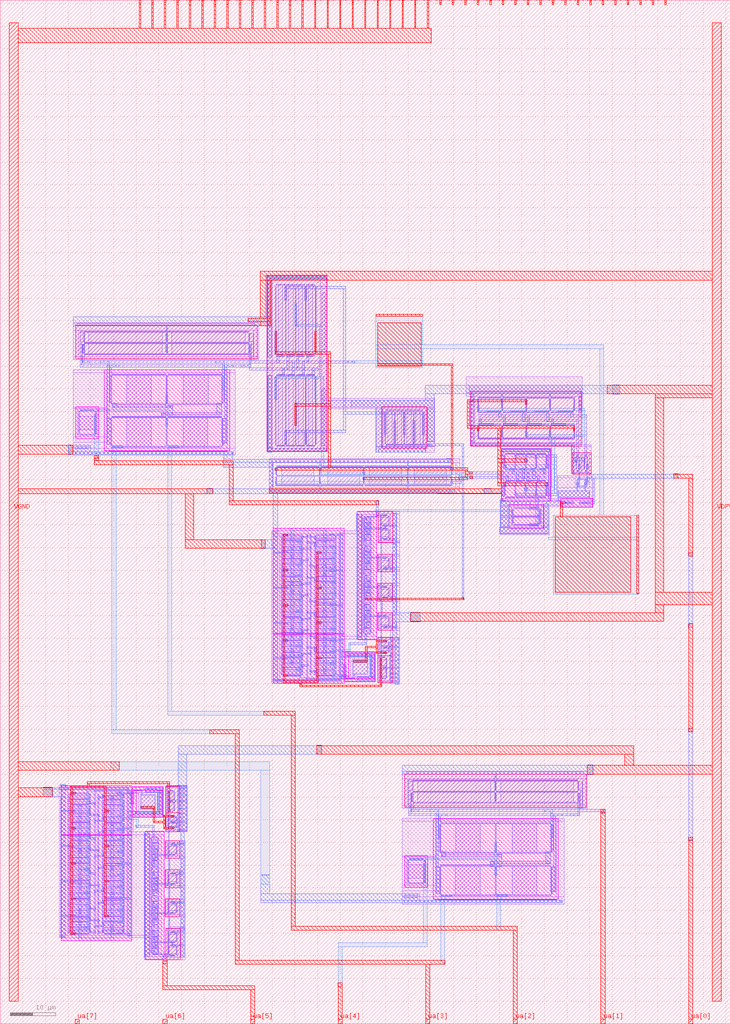
<source format=lef>
VERSION 5.7 ;
  NOWIREEXTENSIONATPIN ON ;
  DIVIDERCHAR "/" ;
  BUSBITCHARS "[]" ;
MACRO tt_um_DalinEM_diff_amp
  CLASS BLOCK ;
  FOREIGN tt_um_DalinEM_diff_amp ;
  ORIGIN 0.000 0.000 ;
  SIZE 161.000 BY 225.760 ;
  PIN clk
    DIRECTION INPUT ;
    USE SIGNAL ;
    PORT
      LAYER met4 ;
        RECT 143.830 224.760 144.130 225.760 ;
    END
  END clk
  PIN ena
    DIRECTION INPUT ;
    USE SIGNAL ;
    PORT
      LAYER met4 ;
        RECT 146.590 224.760 146.890 225.760 ;
    END
  END ena
  PIN rst_n
    DIRECTION INPUT ;
    USE SIGNAL ;
    PORT
      LAYER met4 ;
        RECT 141.070 224.760 141.370 225.760 ;
    END
  END rst_n
  PIN ua[0]
    DIRECTION INOUT ;
    USE SIGNAL ;
    ANTENNADIFFAREA 1.044000 ;
    PORT
      LAYER met4 ;
        RECT 151.810 0.000 152.710 1.000 ;
    END
  END ua[0]
  PIN ua[1]
    DIRECTION INOUT ;
    USE SIGNAL ;
    ANTENNADIFFAREA 4.524000 ;
    PORT
      LAYER met4 ;
        RECT 132.490 0.000 133.390 1.000 ;
    END
  END ua[1]
  PIN ua[2]
    DIRECTION INOUT ;
    USE SIGNAL ;
    ANTENNAGATEAREA 288.000000 ;
    PORT
      LAYER met4 ;
        RECT 113.170 0.000 114.070 1.000 ;
    END
  END ua[2]
  PIN ua[3]
    DIRECTION INOUT ;
    USE SIGNAL ;
    ANTENNAGATEAREA 288.000000 ;
    PORT
      LAYER met4 ;
        RECT 93.850 0.000 94.750 1.000 ;
    END
  END ua[3]
  PIN ua[4]
    DIRECTION INOUT ;
    USE SIGNAL ;
    ANTENNAGATEAREA 15.000000 ;
    PORT
      LAYER met4 ;
        RECT 74.530 0.000 75.430 1.000 ;
    END
  END ua[4]
  PIN ua[5]
    DIRECTION INOUT ;
    USE SIGNAL ;
    ANTENNADIFFAREA 1.160000 ;
    PORT
      LAYER met4 ;
        RECT 55.210 0.000 56.110 1.000 ;
    END
  END ua[5]
  PIN ua[6]
    DIRECTION INOUT ;
    USE SIGNAL ;
    PORT
      LAYER met4 ;
        RECT 35.890 0.000 36.790 1.000 ;
    END
  END ua[6]
  PIN ua[7]
    DIRECTION INOUT ;
    USE SIGNAL ;
    PORT
      LAYER met4 ;
        RECT 16.570 0.000 17.470 1.000 ;
    END
  END ua[7]
  PIN ui_in[0]
    DIRECTION INPUT ;
    USE SIGNAL ;
    PORT
      LAYER met4 ;
        RECT 138.310 224.760 138.610 225.760 ;
    END
  END ui_in[0]
  PIN ui_in[1]
    DIRECTION INPUT ;
    USE SIGNAL ;
    PORT
      LAYER met4 ;
        RECT 135.550 224.760 135.850 225.760 ;
    END
  END ui_in[1]
  PIN ui_in[2]
    DIRECTION INPUT ;
    USE SIGNAL ;
    PORT
      LAYER met4 ;
        RECT 132.790 224.760 133.090 225.760 ;
    END
  END ui_in[2]
  PIN ui_in[3]
    DIRECTION INPUT ;
    USE SIGNAL ;
    PORT
      LAYER met4 ;
        RECT 130.030 224.760 130.330 225.760 ;
    END
  END ui_in[3]
  PIN ui_in[4]
    DIRECTION INPUT ;
    USE SIGNAL ;
    PORT
      LAYER met4 ;
        RECT 127.270 224.760 127.570 225.760 ;
    END
  END ui_in[4]
  PIN ui_in[5]
    DIRECTION INPUT ;
    USE SIGNAL ;
    PORT
      LAYER met4 ;
        RECT 124.510 224.760 124.810 225.760 ;
    END
  END ui_in[5]
  PIN ui_in[6]
    DIRECTION INPUT ;
    USE SIGNAL ;
    PORT
      LAYER met4 ;
        RECT 121.750 224.760 122.050 225.760 ;
    END
  END ui_in[6]
  PIN ui_in[7]
    DIRECTION INPUT ;
    USE SIGNAL ;
    PORT
      LAYER met4 ;
        RECT 118.990 224.760 119.290 225.760 ;
    END
  END ui_in[7]
  PIN uio_in[0]
    DIRECTION INPUT ;
    USE SIGNAL ;
    PORT
      LAYER met4 ;
        RECT 116.230 224.760 116.530 225.760 ;
    END
  END uio_in[0]
  PIN uio_in[1]
    DIRECTION INPUT ;
    USE SIGNAL ;
    PORT
      LAYER met4 ;
        RECT 113.470 224.760 113.770 225.760 ;
    END
  END uio_in[1]
  PIN uio_in[2]
    DIRECTION INPUT ;
    USE SIGNAL ;
    PORT
      LAYER met4 ;
        RECT 110.710 224.760 111.010 225.760 ;
    END
  END uio_in[2]
  PIN uio_in[3]
    DIRECTION INPUT ;
    USE SIGNAL ;
    PORT
      LAYER met4 ;
        RECT 107.950 224.760 108.250 225.760 ;
    END
  END uio_in[3]
  PIN uio_in[4]
    DIRECTION INPUT ;
    USE SIGNAL ;
    PORT
      LAYER met4 ;
        RECT 105.190 224.760 105.490 225.760 ;
    END
  END uio_in[4]
  PIN uio_in[5]
    DIRECTION INPUT ;
    USE SIGNAL ;
    PORT
      LAYER met4 ;
        RECT 102.430 224.760 102.730 225.760 ;
    END
  END uio_in[5]
  PIN uio_in[6]
    DIRECTION INPUT ;
    USE SIGNAL ;
    PORT
      LAYER met4 ;
        RECT 99.670 224.760 99.970 225.760 ;
    END
  END uio_in[6]
  PIN uio_in[7]
    DIRECTION INPUT ;
    USE SIGNAL ;
    PORT
      LAYER met4 ;
        RECT 96.910 224.760 97.210 225.760 ;
    END
  END uio_in[7]
  PIN uio_oe[0]
    DIRECTION OUTPUT ;
    USE SIGNAL ;
    ANTENNAGATEAREA 53.457798 ;
    ANTENNADIFFAREA 185.774292 ;
    PORT
      LAYER met4 ;
        RECT 49.990 224.760 50.290 225.760 ;
    END
  END uio_oe[0]
  PIN uio_oe[1]
    DIRECTION OUTPUT ;
    USE SIGNAL ;
    ANTENNAGATEAREA 53.457798 ;
    ANTENNADIFFAREA 185.774292 ;
    PORT
      LAYER met4 ;
        RECT 47.230 224.760 47.530 225.760 ;
    END
  END uio_oe[1]
  PIN uio_oe[2]
    DIRECTION OUTPUT ;
    USE SIGNAL ;
    ANTENNAGATEAREA 53.457798 ;
    ANTENNADIFFAREA 185.774292 ;
    PORT
      LAYER met4 ;
        RECT 44.470 224.760 44.770 225.760 ;
    END
  END uio_oe[2]
  PIN uio_oe[3]
    DIRECTION OUTPUT ;
    USE SIGNAL ;
    ANTENNAGATEAREA 53.457798 ;
    ANTENNADIFFAREA 185.774292 ;
    PORT
      LAYER met4 ;
        RECT 41.710 224.760 42.010 225.760 ;
    END
  END uio_oe[3]
  PIN uio_oe[4]
    DIRECTION OUTPUT ;
    USE SIGNAL ;
    ANTENNAGATEAREA 53.457798 ;
    ANTENNADIFFAREA 185.774292 ;
    PORT
      LAYER met4 ;
        RECT 38.950 224.760 39.250 225.760 ;
    END
  END uio_oe[4]
  PIN uio_oe[5]
    DIRECTION OUTPUT ;
    USE SIGNAL ;
    ANTENNAGATEAREA 53.457798 ;
    ANTENNADIFFAREA 185.774292 ;
    PORT
      LAYER met4 ;
        RECT 36.190 224.760 36.490 225.760 ;
    END
  END uio_oe[5]
  PIN uio_oe[6]
    DIRECTION OUTPUT ;
    USE SIGNAL ;
    ANTENNAGATEAREA 53.457798 ;
    ANTENNADIFFAREA 185.774292 ;
    PORT
      LAYER met4 ;
        RECT 33.430 224.760 33.730 225.760 ;
    END
  END uio_oe[6]
  PIN uio_oe[7]
    DIRECTION OUTPUT ;
    USE SIGNAL ;
    ANTENNAGATEAREA 53.457798 ;
    ANTENNADIFFAREA 185.774292 ;
    PORT
      LAYER met4 ;
        RECT 30.670 224.760 30.970 225.760 ;
    END
  END uio_oe[7]
  PIN uio_out[0]
    DIRECTION OUTPUT ;
    USE SIGNAL ;
    ANTENNAGATEAREA 53.457798 ;
    ANTENNADIFFAREA 185.774292 ;
    PORT
      LAYER met4 ;
        RECT 72.070 224.760 72.370 225.760 ;
    END
  END uio_out[0]
  PIN uio_out[1]
    DIRECTION OUTPUT ;
    USE SIGNAL ;
    ANTENNAGATEAREA 53.457798 ;
    ANTENNADIFFAREA 185.774292 ;
    PORT
      LAYER met4 ;
        RECT 69.310 224.760 69.610 225.760 ;
    END
  END uio_out[1]
  PIN uio_out[2]
    DIRECTION OUTPUT ;
    USE SIGNAL ;
    ANTENNAGATEAREA 53.457798 ;
    ANTENNADIFFAREA 185.774292 ;
    PORT
      LAYER met4 ;
        RECT 66.550 224.760 66.850 225.760 ;
    END
  END uio_out[2]
  PIN uio_out[3]
    DIRECTION OUTPUT ;
    USE SIGNAL ;
    ANTENNAGATEAREA 53.457798 ;
    ANTENNADIFFAREA 185.774292 ;
    PORT
      LAYER met4 ;
        RECT 63.790 224.760 64.090 225.760 ;
    END
  END uio_out[3]
  PIN uio_out[4]
    DIRECTION OUTPUT ;
    USE SIGNAL ;
    ANTENNAGATEAREA 53.457798 ;
    ANTENNADIFFAREA 185.774292 ;
    PORT
      LAYER met4 ;
        RECT 61.030 224.760 61.330 225.760 ;
    END
  END uio_out[4]
  PIN uio_out[5]
    DIRECTION OUTPUT ;
    USE SIGNAL ;
    ANTENNAGATEAREA 53.457798 ;
    ANTENNADIFFAREA 185.774292 ;
    PORT
      LAYER met4 ;
        RECT 58.270 224.760 58.570 225.760 ;
    END
  END uio_out[5]
  PIN uio_out[6]
    DIRECTION OUTPUT ;
    USE SIGNAL ;
    ANTENNAGATEAREA 53.457798 ;
    ANTENNADIFFAREA 185.774292 ;
    PORT
      LAYER met4 ;
        RECT 55.510 224.760 55.810 225.760 ;
    END
  END uio_out[6]
  PIN uio_out[7]
    DIRECTION OUTPUT ;
    USE SIGNAL ;
    ANTENNAGATEAREA 53.457798 ;
    ANTENNADIFFAREA 185.774292 ;
    PORT
      LAYER met4 ;
        RECT 52.750 224.760 53.050 225.760 ;
    END
  END uio_out[7]
  PIN uo_out[0]
    DIRECTION OUTPUT ;
    USE SIGNAL ;
    ANTENNAGATEAREA 53.457798 ;
    ANTENNADIFFAREA 185.774292 ;
    PORT
      LAYER met4 ;
        RECT 94.150 224.760 94.450 225.760 ;
    END
  END uo_out[0]
  PIN uo_out[1]
    DIRECTION OUTPUT ;
    USE SIGNAL ;
    ANTENNAGATEAREA 53.457798 ;
    ANTENNADIFFAREA 185.774292 ;
    PORT
      LAYER met4 ;
        RECT 91.390 224.760 91.690 225.760 ;
    END
  END uo_out[1]
  PIN uo_out[2]
    DIRECTION OUTPUT ;
    USE SIGNAL ;
    ANTENNAGATEAREA 53.457798 ;
    ANTENNADIFFAREA 185.774292 ;
    PORT
      LAYER met4 ;
        RECT 88.630 224.760 88.930 225.760 ;
    END
  END uo_out[2]
  PIN uo_out[3]
    DIRECTION OUTPUT ;
    USE SIGNAL ;
    ANTENNAGATEAREA 53.457798 ;
    ANTENNADIFFAREA 185.774292 ;
    PORT
      LAYER met4 ;
        RECT 85.870 224.760 86.170 225.760 ;
    END
  END uo_out[3]
  PIN uo_out[4]
    DIRECTION OUTPUT ;
    USE SIGNAL ;
    ANTENNAGATEAREA 53.457798 ;
    ANTENNADIFFAREA 185.774292 ;
    PORT
      LAYER met4 ;
        RECT 83.110 224.760 83.410 225.760 ;
    END
  END uo_out[4]
  PIN uo_out[5]
    DIRECTION OUTPUT ;
    USE SIGNAL ;
    ANTENNAGATEAREA 53.457798 ;
    ANTENNADIFFAREA 185.774292 ;
    PORT
      LAYER met4 ;
        RECT 80.350 224.760 80.650 225.760 ;
    END
  END uo_out[5]
  PIN uo_out[6]
    DIRECTION OUTPUT ;
    USE SIGNAL ;
    ANTENNAGATEAREA 53.457798 ;
    ANTENNADIFFAREA 185.774292 ;
    PORT
      LAYER met4 ;
        RECT 77.590 224.760 77.890 225.760 ;
    END
  END uo_out[6]
  PIN uo_out[7]
    DIRECTION OUTPUT ;
    USE SIGNAL ;
    ANTENNAGATEAREA 53.457798 ;
    ANTENNADIFFAREA 185.774292 ;
    PORT
      LAYER met4 ;
        RECT 74.830 224.760 75.130 225.760 ;
    END
  END uo_out[7]
  PIN VDPWR
    DIRECTION INOUT ;
    USE POWER ;
    PORT
      LAYER met4 ;
        RECT 157.005 5.000 159.000 220.760 ;
    END
  END VDPWR
  PIN VGND
    DIRECTION INOUT ;
    USE GROUND ;
    PORT
      LAYER met4 ;
        RECT 2.000 5.000 4.000 220.760 ;
    END
  END VGND
  OBS
      LAYER nwell ;
        RECT 16.615 146.635 56.665 154.010 ;
      LAYER pwell ;
        RECT 16.635 129.065 21.735 136.025 ;
        RECT 22.935 126.410 50.570 144.185 ;
        RECT 23.355 126.240 23.470 126.410 ;
        RECT 23.940 126.240 50.105 126.250 ;
      LAYER nwell ;
        RECT 58.905 126.245 71.970 165.040 ;
        RECT 84.085 126.890 94.115 136.080 ;
        RECT 103.715 127.340 128.185 139.510 ;
      LAYER pwell ;
        RECT 110.595 115.240 121.275 126.665 ;
      LAYER nwell ;
        RECT 126.215 121.190 130.305 125.980 ;
      LAYER pwell ;
        RECT 60.250 86.080 75.820 109.330 ;
        RECT 60.250 85.920 66.470 86.080 ;
        RECT 66.490 86.075 75.820 86.080 ;
        RECT 66.490 85.920 66.720 86.075 ;
        RECT 60.250 85.910 66.720 85.920 ;
        RECT 66.735 85.910 75.820 86.075 ;
        RECT 60.250 75.120 75.820 85.910 ;
        RECT 78.800 84.680 83.035 113.050 ;
      LAYER nwell ;
        RECT 83.340 106.115 86.515 112.980 ;
      LAYER pwell ;
        RECT 112.220 109.250 119.820 114.500 ;
        RECT 123.615 113.900 130.635 115.910 ;
      LAYER nwell ;
        RECT 83.260 99.635 86.450 103.595 ;
        RECT 83.260 93.185 86.450 97.145 ;
        RECT 83.260 86.735 86.450 90.695 ;
      LAYER pwell ;
        RECT 76.050 81.325 82.750 82.090 ;
        RECT 76.050 76.155 76.815 81.325 ;
        RECT 81.985 76.155 82.750 81.325 ;
      LAYER nwell ;
        RECT 83.295 81.110 86.455 85.265 ;
      LAYER pwell ;
        RECT 76.050 75.390 82.750 76.155 ;
      LAYER nwell ;
        RECT 83.290 75.210 86.455 81.110 ;
        RECT 83.290 75.190 86.450 75.210 ;
      LAYER pwell ;
        RECT 13.425 41.735 28.995 52.525 ;
      LAYER nwell ;
        RECT 36.465 52.435 39.625 52.455 ;
      LAYER pwell ;
        RECT 29.225 51.490 35.925 52.255 ;
        RECT 29.225 46.320 29.990 51.490 ;
        RECT 35.160 46.320 35.925 51.490 ;
      LAYER nwell ;
        RECT 36.465 46.535 39.630 52.435 ;
        RECT 89.160 47.705 129.210 55.080 ;
      LAYER pwell ;
        RECT 29.225 45.555 35.925 46.320 ;
        RECT 13.425 41.725 19.895 41.735 ;
        RECT 13.425 41.565 19.645 41.725 ;
        RECT 19.665 41.570 19.895 41.725 ;
        RECT 19.910 41.570 28.995 41.735 ;
        RECT 19.665 41.565 28.995 41.570 ;
        RECT 13.425 18.315 28.995 41.565 ;
        RECT 31.975 14.100 36.210 42.470 ;
      LAYER nwell ;
        RECT 36.470 42.380 39.630 46.535 ;
        RECT 36.435 36.455 39.625 40.415 ;
        RECT 36.435 30.005 39.625 33.965 ;
      LAYER pwell ;
        RECT 89.180 30.135 94.280 37.095 ;
      LAYER nwell ;
        RECT 36.435 23.555 39.625 27.515 ;
      LAYER pwell ;
        RECT 95.480 27.480 123.115 45.255 ;
        RECT 95.900 27.310 96.015 27.480 ;
        RECT 96.485 27.310 122.650 27.320 ;
      LAYER nwell ;
        RECT 36.515 14.170 39.690 21.035 ;
      LAYER li1 ;
        RECT 58.830 163.955 72.155 165.125 ;
        RECT 16.085 152.940 56.965 154.630 ;
        RECT 16.085 147.095 17.355 152.940 ;
        RECT 18.560 152.495 36.560 152.665 ;
        RECT 36.850 152.495 54.850 152.665 ;
        RECT 18.330 150.440 18.500 152.280 ;
        RECT 36.620 150.440 36.790 152.280 ;
        RECT 54.910 150.440 55.080 152.280 ;
        RECT 18.560 150.055 36.560 150.225 ;
        RECT 36.850 150.055 54.850 150.225 ;
        RECT 18.330 148.000 18.500 149.840 ;
        RECT 36.620 148.000 36.790 149.840 ;
        RECT 54.910 148.000 55.080 149.840 ;
        RECT 18.560 147.615 36.560 147.785 ;
        RECT 36.850 147.615 54.850 147.785 ;
        RECT 55.915 147.095 56.960 152.940 ;
        RECT 16.085 146.430 56.960 147.095 ;
        RECT 16.090 143.555 51.835 144.255 ;
        RECT 16.090 135.850 23.470 143.555 ;
        RECT 24.610 143.090 36.610 143.260 ;
        RECT 36.900 143.090 48.900 143.260 ;
        RECT 24.380 136.880 24.550 142.920 ;
        RECT 36.670 136.880 36.840 142.920 ;
        RECT 48.960 136.880 49.130 142.920 ;
        RECT 24.610 136.540 36.610 136.710 ;
        RECT 36.900 136.540 48.900 136.710 ;
        RECT 16.085 135.665 23.470 135.850 ;
        RECT 16.085 129.435 17.140 135.665 ;
        RECT 17.665 135.105 20.705 135.275 ;
        RECT 17.325 130.045 17.495 135.045 ;
        RECT 20.875 130.045 21.045 135.045 ;
        RECT 17.665 129.435 20.705 129.985 ;
        RECT 21.345 129.435 23.470 135.665 ;
        RECT 24.605 133.715 36.605 133.885 ;
        RECT 36.895 133.715 48.895 133.885 ;
        RECT 16.085 128.285 23.470 129.435 ;
        RECT 16.075 126.885 23.470 128.285 ;
        RECT 24.375 127.505 24.545 133.545 ;
        RECT 36.665 127.505 36.835 133.545 ;
        RECT 48.955 127.505 49.125 133.545 ;
        RECT 24.605 127.165 36.605 127.335 ;
        RECT 36.895 127.165 48.895 127.335 ;
        RECT 50.085 126.885 51.835 143.555 ;
        RECT 16.075 125.335 51.835 126.885 ;
        RECT 58.830 126.940 60.000 163.955 ;
        RECT 60.920 162.875 62.820 163.045 ;
        RECT 63.110 162.875 65.010 163.045 ;
        RECT 65.300 162.875 67.200 163.045 ;
        RECT 67.490 162.875 69.390 163.045 ;
        RECT 60.690 147.620 60.860 162.660 ;
        RECT 62.880 147.620 63.050 162.660 ;
        RECT 65.070 147.620 65.240 162.660 ;
        RECT 67.260 147.620 67.430 162.660 ;
        RECT 69.450 147.620 69.620 162.660 ;
        RECT 60.920 147.235 62.820 147.405 ;
        RECT 63.110 147.235 65.010 147.405 ;
        RECT 65.300 147.235 67.200 147.405 ;
        RECT 67.490 147.235 69.390 147.405 ;
        RECT 60.920 142.990 62.820 143.160 ;
        RECT 63.110 142.990 65.010 143.160 ;
        RECT 65.300 142.990 67.200 143.160 ;
        RECT 67.490 142.990 69.390 143.160 ;
        RECT 60.690 127.735 60.860 142.775 ;
        RECT 62.880 127.735 63.050 142.775 ;
        RECT 65.070 127.735 65.240 142.775 ;
        RECT 67.260 127.735 67.430 142.775 ;
        RECT 69.450 127.735 69.620 142.775 ;
        RECT 70.575 137.930 72.155 163.955 ;
        RECT 102.750 139.130 128.400 142.650 ;
        RECT 102.750 138.400 128.415 139.130 ;
        RECT 70.575 135.600 95.855 137.930 ;
        RECT 60.920 127.350 62.820 127.520 ;
        RECT 63.110 127.350 65.010 127.520 ;
        RECT 65.300 127.350 67.200 127.520 ;
        RECT 67.490 127.350 69.390 127.520 ;
        RECT 70.575 126.940 72.155 135.600 ;
        RECT 58.830 126.250 72.155 126.940 ;
        RECT 82.775 127.385 84.485 135.600 ;
        RECT 85.065 135.220 86.865 135.390 ;
        RECT 87.155 135.220 88.955 135.390 ;
        RECT 89.245 135.220 91.045 135.390 ;
        RECT 91.335 135.220 93.135 135.390 ;
        RECT 84.835 127.965 85.005 135.005 ;
        RECT 86.925 127.965 87.095 135.005 ;
        RECT 89.015 127.965 89.185 135.005 ;
        RECT 91.105 127.965 91.275 135.005 ;
        RECT 93.195 127.965 93.365 135.005 ;
        RECT 85.065 127.580 86.865 127.750 ;
        RECT 87.155 127.580 88.955 127.750 ;
        RECT 89.245 127.580 91.045 127.750 ;
        RECT 91.335 127.580 93.135 127.750 ;
        RECT 93.685 127.385 95.855 135.600 ;
        RECT 82.775 127.285 95.855 127.385 ;
        RECT 103.705 128.120 104.605 138.400 ;
        RECT 105.530 137.945 110.530 138.115 ;
        RECT 110.820 137.945 115.820 138.115 ;
        RECT 116.110 137.945 121.110 138.115 ;
        RECT 121.400 137.945 126.400 138.115 ;
        RECT 105.300 135.190 105.470 137.730 ;
        RECT 110.590 135.190 110.760 137.730 ;
        RECT 115.880 135.190 116.050 137.730 ;
        RECT 121.170 135.190 121.340 137.730 ;
        RECT 126.460 135.190 126.630 137.730 ;
        RECT 105.530 134.805 110.530 134.975 ;
        RECT 110.820 134.805 115.820 134.975 ;
        RECT 116.110 134.805 121.110 134.975 ;
        RECT 121.400 134.805 126.400 134.975 ;
        RECT 105.530 132.135 110.530 132.305 ;
        RECT 110.820 132.135 115.820 132.305 ;
        RECT 116.110 132.135 121.110 132.305 ;
        RECT 121.400 132.135 126.400 132.305 ;
        RECT 105.300 129.380 105.470 131.920 ;
        RECT 110.590 129.380 110.760 131.920 ;
        RECT 115.880 129.380 116.050 131.920 ;
        RECT 121.170 129.380 121.340 131.920 ;
        RECT 126.460 129.380 126.630 131.920 ;
        RECT 105.530 128.995 110.530 129.165 ;
        RECT 110.820 128.995 115.820 129.165 ;
        RECT 116.110 128.995 121.110 129.165 ;
        RECT 121.400 128.995 126.400 129.165 ;
        RECT 127.625 128.120 128.415 138.400 ;
        RECT 103.705 127.740 128.415 128.120 ;
        RECT 103.705 127.360 130.350 127.740 ;
        RECT 103.775 127.330 130.350 127.360 ;
        RECT 58.830 126.115 72.085 126.250 ;
        RECT 82.775 126.005 95.875 127.285 ;
        RECT 110.465 126.315 121.470 126.925 ;
        RECT 110.465 126.175 121.510 126.315 ;
        RECT 59.310 123.710 101.345 124.645 ;
        RECT 59.310 118.320 60.200 123.710 ;
        RECT 60.970 122.815 70.370 122.985 ;
        RECT 70.660 122.815 80.060 122.985 ;
        RECT 80.350 122.815 89.750 122.985 ;
        RECT 90.040 122.815 99.440 122.985 ;
        RECT 60.740 121.105 60.910 122.645 ;
        RECT 70.430 121.105 70.600 122.645 ;
        RECT 80.120 121.105 80.290 122.645 ;
        RECT 89.810 121.105 89.980 122.645 ;
        RECT 99.500 121.105 99.670 122.645 ;
        RECT 60.970 120.765 70.370 120.935 ;
        RECT 70.660 120.765 80.060 120.935 ;
        RECT 80.350 120.765 89.750 120.935 ;
        RECT 90.040 120.765 99.440 120.935 ;
        RECT 60.740 119.055 60.910 120.595 ;
        RECT 70.430 119.055 70.600 120.595 ;
        RECT 80.120 119.055 80.290 120.595 ;
        RECT 89.810 119.055 89.980 120.595 ;
        RECT 99.500 119.055 99.670 120.595 ;
        RECT 60.970 118.715 70.370 118.885 ;
        RECT 70.660 118.715 80.060 118.885 ;
        RECT 80.350 118.715 89.750 118.885 ;
        RECT 90.040 118.715 99.440 118.885 ;
        RECT 100.500 118.320 101.345 123.710 ;
        RECT 59.310 116.875 101.345 118.320 ;
        RECT 59.355 116.870 101.345 116.875 ;
        RECT 110.500 115.765 110.965 126.175 ;
        RECT 111.455 125.665 113.455 125.835 ;
        RECT 113.745 125.665 115.745 125.835 ;
        RECT 116.035 125.665 118.035 125.835 ;
        RECT 118.325 125.665 120.325 125.835 ;
        RECT 111.225 122.455 111.395 125.495 ;
        RECT 113.515 122.455 113.685 125.495 ;
        RECT 115.805 122.455 115.975 125.495 ;
        RECT 118.095 122.455 118.265 125.495 ;
        RECT 120.385 122.455 120.555 125.495 ;
        RECT 111.455 122.115 113.455 122.285 ;
        RECT 113.745 122.115 115.745 122.285 ;
        RECT 116.035 122.115 118.035 122.285 ;
        RECT 118.325 122.115 120.325 122.285 ;
        RECT 111.455 119.630 113.455 119.800 ;
        RECT 113.745 119.630 115.745 119.800 ;
        RECT 116.035 119.630 118.035 119.800 ;
        RECT 118.325 119.630 120.325 119.800 ;
        RECT 111.225 116.420 111.395 119.460 ;
        RECT 113.515 116.420 113.685 119.460 ;
        RECT 115.805 116.420 115.975 119.460 ;
        RECT 118.095 116.420 118.265 119.460 ;
        RECT 120.385 116.420 120.555 119.460 ;
        RECT 111.455 116.080 113.455 116.250 ;
        RECT 113.745 116.080 115.745 116.250 ;
        RECT 116.035 116.080 118.035 116.250 ;
        RECT 118.325 116.080 120.325 116.250 ;
        RECT 120.900 115.770 121.510 126.175 ;
        RECT 125.930 125.535 130.350 127.330 ;
        RECT 125.930 121.540 126.620 125.535 ;
        RECT 127.195 125.120 127.545 125.290 ;
        RECT 126.965 122.265 127.135 124.905 ;
        RECT 127.605 122.265 127.775 124.905 ;
        RECT 127.195 121.880 127.545 122.050 ;
        RECT 128.175 121.540 128.345 125.535 ;
        RECT 128.975 125.120 129.325 125.290 ;
        RECT 128.745 122.265 128.915 124.905 ;
        RECT 129.385 122.265 129.555 124.905 ;
        RECT 128.975 121.880 129.325 122.050 ;
        RECT 129.935 121.540 130.350 125.535 ;
        RECT 125.930 121.370 130.350 121.540 ;
        RECT 125.930 121.255 126.620 121.370 ;
        RECT 129.935 121.325 130.350 121.370 ;
        RECT 122.940 120.440 130.610 120.830 ;
        RECT 122.940 118.185 126.815 120.440 ;
        RECT 127.305 120.050 127.635 120.220 ;
        RECT 129.085 120.050 129.415 120.220 ;
        RECT 127.165 118.840 127.335 119.880 ;
        RECT 127.605 118.840 127.775 119.880 ;
        RECT 128.945 118.840 129.115 119.880 ;
        RECT 129.385 118.840 129.555 119.880 ;
        RECT 127.305 118.500 127.635 118.670 ;
        RECT 129.085 118.500 129.415 118.670 ;
        RECT 129.880 118.185 130.610 120.440 ;
        RECT 122.940 115.770 130.610 118.185 ;
        RECT 120.900 115.765 130.610 115.770 ;
        RECT 110.270 115.450 130.610 115.765 ;
        RECT 110.270 114.390 123.965 115.450 ;
        RECT 124.445 114.730 126.605 115.080 ;
        RECT 127.645 114.730 129.805 115.080 ;
        RECT 130.255 114.390 130.610 115.450 ;
        RECT 110.270 114.075 130.610 114.390 ;
        RECT 83.360 112.990 86.080 112.995 ;
        RECT 78.540 112.330 82.990 112.945 ;
        RECT 78.540 108.700 79.820 112.330 ;
        RECT 80.400 111.705 81.440 111.875 ;
        RECT 80.060 110.645 80.230 111.645 ;
        RECT 81.610 110.645 81.780 111.645 ;
        RECT 80.400 110.415 81.440 110.585 ;
        RECT 80.060 109.355 80.230 110.355 ;
        RECT 81.610 109.355 81.780 110.355 ;
        RECT 80.400 109.125 81.440 109.295 ;
        RECT 75.775 108.685 79.820 108.700 ;
        RECT 59.875 108.105 79.820 108.685 ;
        RECT 59.875 75.990 61.680 108.105 ;
        RECT 62.310 107.680 66.350 107.850 ;
        RECT 69.715 107.680 73.755 107.850 ;
        RECT 61.970 106.620 62.140 107.620 ;
        RECT 66.520 106.620 66.690 107.620 ;
        RECT 69.375 106.620 69.545 107.620 ;
        RECT 73.925 106.620 74.095 107.620 ;
        RECT 62.310 106.390 66.350 106.560 ;
        RECT 69.715 106.390 73.755 106.560 ;
        RECT 61.970 105.330 62.140 106.330 ;
        RECT 66.520 105.330 66.690 106.330 ;
        RECT 69.375 105.330 69.545 106.330 ;
        RECT 73.925 105.330 74.095 106.330 ;
        RECT 62.310 105.100 66.350 105.270 ;
        RECT 69.715 105.100 73.755 105.270 ;
        RECT 61.970 104.040 62.140 105.040 ;
        RECT 66.520 104.040 66.690 105.040 ;
        RECT 69.375 104.040 69.545 105.040 ;
        RECT 73.925 104.040 74.095 105.040 ;
        RECT 62.310 103.810 66.350 103.980 ;
        RECT 69.715 103.810 73.755 103.980 ;
        RECT 61.970 102.750 62.140 103.750 ;
        RECT 66.520 102.750 66.690 103.750 ;
        RECT 69.375 102.750 69.545 103.750 ;
        RECT 73.925 102.750 74.095 103.750 ;
        RECT 62.310 102.520 66.350 102.690 ;
        RECT 69.715 102.520 73.755 102.690 ;
        RECT 61.970 101.460 62.140 102.460 ;
        RECT 66.520 101.460 66.690 102.460 ;
        RECT 69.375 101.460 69.545 102.460 ;
        RECT 73.925 101.460 74.095 102.460 ;
        RECT 62.310 101.230 66.350 101.400 ;
        RECT 69.715 101.230 73.755 101.400 ;
        RECT 61.970 100.170 62.140 101.170 ;
        RECT 66.520 100.170 66.690 101.170 ;
        RECT 69.375 100.170 69.545 101.170 ;
        RECT 73.925 100.170 74.095 101.170 ;
        RECT 62.310 99.940 66.350 100.110 ;
        RECT 69.715 99.940 73.755 100.110 ;
        RECT 61.970 98.880 62.140 99.880 ;
        RECT 66.520 98.880 66.690 99.880 ;
        RECT 69.375 98.880 69.545 99.880 ;
        RECT 73.925 98.880 74.095 99.880 ;
        RECT 62.310 98.650 66.350 98.820 ;
        RECT 69.715 98.650 73.755 98.820 ;
        RECT 61.970 97.590 62.140 98.590 ;
        RECT 66.520 97.590 66.690 98.590 ;
        RECT 69.375 97.590 69.545 98.590 ;
        RECT 73.925 97.590 74.095 98.590 ;
        RECT 62.310 97.360 66.350 97.530 ;
        RECT 69.715 97.360 73.755 97.530 ;
        RECT 61.970 96.300 62.140 97.300 ;
        RECT 66.520 96.300 66.690 97.300 ;
        RECT 69.375 96.300 69.545 97.300 ;
        RECT 73.925 96.300 74.095 97.300 ;
        RECT 62.310 96.070 66.350 96.240 ;
        RECT 69.715 96.070 73.755 96.240 ;
        RECT 61.970 95.010 62.140 96.010 ;
        RECT 66.520 95.010 66.690 96.010 ;
        RECT 69.375 95.010 69.545 96.010 ;
        RECT 73.925 95.010 74.095 96.010 ;
        RECT 62.310 94.780 66.350 94.950 ;
        RECT 69.715 94.780 73.755 94.950 ;
        RECT 61.970 93.720 62.140 94.720 ;
        RECT 66.520 93.720 66.690 94.720 ;
        RECT 69.375 93.720 69.545 94.720 ;
        RECT 73.925 93.720 74.095 94.720 ;
        RECT 62.310 93.490 66.350 93.660 ;
        RECT 69.715 93.490 73.755 93.660 ;
        RECT 61.970 92.430 62.140 93.430 ;
        RECT 66.520 92.430 66.690 93.430 ;
        RECT 69.375 92.430 69.545 93.430 ;
        RECT 73.925 92.430 74.095 93.430 ;
        RECT 62.310 92.200 66.350 92.370 ;
        RECT 69.715 92.200 73.755 92.370 ;
        RECT 61.970 91.140 62.140 92.140 ;
        RECT 66.520 91.140 66.690 92.140 ;
        RECT 69.375 91.140 69.545 92.140 ;
        RECT 73.925 91.140 74.095 92.140 ;
        RECT 62.310 90.910 66.350 91.080 ;
        RECT 69.715 90.910 73.755 91.080 ;
        RECT 61.970 89.850 62.140 90.850 ;
        RECT 66.520 89.850 66.690 90.850 ;
        RECT 69.375 89.850 69.545 90.850 ;
        RECT 73.925 89.850 74.095 90.850 ;
        RECT 62.310 89.620 66.350 89.790 ;
        RECT 69.715 89.620 73.755 89.790 ;
        RECT 61.970 88.560 62.140 89.560 ;
        RECT 66.520 88.560 66.690 89.560 ;
        RECT 69.375 88.560 69.545 89.560 ;
        RECT 73.925 88.560 74.095 89.560 ;
        RECT 62.310 88.330 66.350 88.500 ;
        RECT 69.715 88.330 73.755 88.500 ;
        RECT 61.970 87.270 62.140 88.270 ;
        RECT 66.520 87.270 66.690 88.270 ;
        RECT 69.375 87.270 69.545 88.270 ;
        RECT 73.925 87.270 74.095 88.270 ;
        RECT 62.310 87.040 66.350 87.210 ;
        RECT 69.715 87.040 73.755 87.210 ;
        RECT 61.970 85.980 62.140 86.980 ;
        RECT 66.520 85.980 66.690 86.980 ;
        RECT 69.375 85.980 69.545 86.980 ;
        RECT 73.925 85.980 74.095 86.980 ;
        RECT 62.310 85.750 66.350 85.920 ;
        RECT 69.715 85.750 73.755 85.920 ;
        RECT 61.970 84.690 62.140 85.690 ;
        RECT 66.520 84.690 66.690 85.690 ;
        RECT 69.375 84.690 69.545 85.690 ;
        RECT 73.925 84.690 74.095 85.690 ;
        RECT 74.710 85.450 79.820 108.105 ;
        RECT 80.060 108.065 80.230 109.065 ;
        RECT 81.610 108.065 81.780 109.065 ;
        RECT 80.400 107.835 81.440 108.005 ;
        RECT 80.060 106.775 80.230 107.775 ;
        RECT 81.610 106.775 81.780 107.775 ;
        RECT 80.400 106.545 81.440 106.715 ;
        RECT 80.060 105.485 80.230 106.485 ;
        RECT 81.610 105.485 81.780 106.485 ;
        RECT 80.400 105.255 81.440 105.425 ;
        RECT 80.060 104.195 80.230 105.195 ;
        RECT 81.610 104.195 81.780 105.195 ;
        RECT 80.400 103.965 81.440 104.135 ;
        RECT 80.060 102.905 80.230 103.905 ;
        RECT 81.610 102.905 81.780 103.905 ;
        RECT 80.400 102.675 81.440 102.845 ;
        RECT 80.060 101.615 80.230 102.615 ;
        RECT 81.610 101.615 81.780 102.615 ;
        RECT 80.400 101.385 81.440 101.555 ;
        RECT 80.060 100.325 80.230 101.325 ;
        RECT 81.610 100.325 81.780 101.325 ;
        RECT 80.400 100.095 81.440 100.265 ;
        RECT 80.060 99.035 80.230 100.035 ;
        RECT 81.610 99.035 81.780 100.035 ;
        RECT 80.400 98.805 81.440 98.975 ;
        RECT 80.060 97.745 80.230 98.745 ;
        RECT 81.610 97.745 81.780 98.745 ;
        RECT 80.400 97.515 81.440 97.685 ;
        RECT 80.060 96.455 80.230 97.455 ;
        RECT 81.610 96.455 81.780 97.455 ;
        RECT 80.400 96.225 81.440 96.395 ;
        RECT 80.060 95.165 80.230 96.165 ;
        RECT 81.610 95.165 81.780 96.165 ;
        RECT 80.400 94.935 81.440 95.105 ;
        RECT 80.060 93.875 80.230 94.875 ;
        RECT 81.610 93.875 81.780 94.875 ;
        RECT 80.400 93.645 81.440 93.815 ;
        RECT 80.060 92.585 80.230 93.585 ;
        RECT 81.610 92.585 81.780 93.585 ;
        RECT 80.400 92.355 81.440 92.525 ;
        RECT 80.060 91.295 80.230 92.295 ;
        RECT 81.610 91.295 81.780 92.295 ;
        RECT 80.400 91.065 81.440 91.235 ;
        RECT 80.060 90.005 80.230 91.005 ;
        RECT 81.610 90.005 81.780 91.005 ;
        RECT 80.400 89.775 81.440 89.945 ;
        RECT 80.060 88.715 80.230 89.715 ;
        RECT 81.610 88.715 81.780 89.715 ;
        RECT 80.400 88.485 81.440 88.655 ;
        RECT 80.060 87.425 80.230 88.425 ;
        RECT 81.610 87.425 81.780 88.425 ;
        RECT 80.400 87.195 81.440 87.365 ;
        RECT 80.060 86.135 80.230 87.135 ;
        RECT 81.610 86.135 81.780 87.135 ;
        RECT 80.400 85.905 81.440 86.075 ;
        RECT 82.295 85.450 82.990 112.330 ;
        RECT 83.360 112.475 88.120 112.990 ;
        RECT 83.360 106.560 83.755 112.475 ;
        RECT 84.335 112.030 85.375 112.200 ;
        RECT 83.950 109.970 84.120 111.970 ;
        RECT 85.590 109.970 85.760 111.970 ;
        RECT 84.335 109.740 85.375 109.910 ;
        RECT 84.335 109.125 85.375 109.295 ;
        RECT 83.950 107.065 84.120 109.065 ;
        RECT 85.590 107.065 85.760 109.065 ;
        RECT 84.335 106.835 85.375 107.005 ;
        RECT 86.000 106.560 88.120 112.475 ;
        RECT 110.285 109.725 112.700 114.075 ;
        RECT 113.250 113.580 118.790 113.750 ;
        RECT 112.910 112.020 113.080 113.520 ;
        RECT 118.960 112.020 119.130 113.520 ;
        RECT 113.250 111.790 118.790 111.960 ;
        RECT 112.910 110.230 113.080 111.730 ;
        RECT 118.960 110.230 119.130 111.730 ;
        RECT 113.250 110.000 118.790 110.170 ;
        RECT 119.470 109.725 121.050 114.075 ;
        RECT 121.415 114.070 130.610 114.075 ;
        RECT 110.285 107.825 121.050 109.725 ;
        RECT 83.360 106.145 88.120 106.560 ;
        RECT 83.370 106.135 88.120 106.145 ;
        RECT 84.190 103.595 88.120 106.135 ;
        RECT 83.315 103.115 88.120 103.595 ;
        RECT 83.315 100.130 83.730 103.115 ;
        RECT 85.995 103.110 88.120 103.115 ;
        RECT 84.335 102.675 85.375 102.845 ;
        RECT 83.950 100.615 84.120 102.615 ;
        RECT 85.590 100.615 85.760 102.615 ;
        RECT 86.000 100.610 88.120 103.110 ;
        RECT 84.335 100.385 85.375 100.555 ;
        RECT 85.995 100.130 88.120 100.610 ;
        RECT 83.315 99.675 88.120 100.130 ;
        RECT 84.190 97.145 88.120 99.675 ;
        RECT 83.360 96.745 88.120 97.145 ;
        RECT 83.360 93.640 83.740 96.745 ;
        RECT 84.335 96.225 85.375 96.395 ;
        RECT 83.950 94.165 84.120 96.165 ;
        RECT 85.590 94.165 85.760 96.165 ;
        RECT 84.335 93.935 85.375 94.105 ;
        RECT 86.000 93.640 88.120 96.745 ;
        RECT 83.360 93.215 88.120 93.640 ;
        RECT 83.360 93.195 83.740 93.215 ;
        RECT 83.330 90.640 83.670 90.645 ;
        RECT 84.250 90.640 88.120 93.215 ;
        RECT 83.330 90.250 88.120 90.640 ;
        RECT 83.330 87.190 83.670 90.250 ;
        RECT 84.335 89.775 85.375 89.945 ;
        RECT 83.950 87.715 84.120 89.715 ;
        RECT 85.590 87.715 85.760 89.715 ;
        RECT 84.335 87.485 85.375 87.655 ;
        RECT 86.000 87.190 88.120 90.250 ;
        RECT 83.330 86.810 88.120 87.190 ;
        RECT 83.340 86.800 88.120 86.810 ;
        RECT 74.710 84.835 82.990 85.450 ;
        RECT 85.960 85.085 88.120 86.800 ;
        RECT 83.485 84.840 88.120 85.085 ;
        RECT 74.710 84.810 78.595 84.835 ;
        RECT 62.310 84.460 66.350 84.630 ;
        RECT 69.715 84.460 73.755 84.630 ;
        RECT 61.970 83.400 62.140 84.400 ;
        RECT 66.520 83.400 66.690 84.400 ;
        RECT 69.375 83.400 69.545 84.400 ;
        RECT 73.925 83.400 74.095 84.400 ;
        RECT 62.310 83.170 66.350 83.340 ;
        RECT 69.715 83.170 73.755 83.340 ;
        RECT 61.970 82.110 62.140 83.110 ;
        RECT 66.520 82.110 66.690 83.110 ;
        RECT 69.375 82.110 69.545 83.110 ;
        RECT 73.925 82.110 74.095 83.110 ;
        RECT 62.310 81.880 66.350 82.050 ;
        RECT 69.715 81.880 73.755 82.050 ;
        RECT 74.710 81.960 76.210 84.810 ;
        RECT 61.970 80.820 62.140 81.820 ;
        RECT 66.520 80.820 66.690 81.820 ;
        RECT 69.375 80.820 69.545 81.820 ;
        RECT 73.925 80.820 74.095 81.820 ;
        RECT 74.710 80.785 82.620 81.960 ;
        RECT 62.310 80.590 66.350 80.760 ;
        RECT 69.715 80.590 73.755 80.760 ;
        RECT 61.970 79.530 62.140 80.530 ;
        RECT 66.520 79.530 66.690 80.530 ;
        RECT 69.375 79.530 69.545 80.530 ;
        RECT 73.925 79.530 74.095 80.530 ;
        RECT 62.310 79.300 66.350 79.470 ;
        RECT 69.715 79.300 73.755 79.470 ;
        RECT 61.970 78.240 62.140 79.240 ;
        RECT 66.520 78.240 66.690 79.240 ;
        RECT 69.375 78.240 69.545 79.240 ;
        RECT 73.925 78.240 74.095 79.240 ;
        RECT 62.310 78.010 66.350 78.180 ;
        RECT 69.715 78.010 73.755 78.180 ;
        RECT 61.970 76.950 62.140 77.950 ;
        RECT 66.520 76.950 66.690 77.950 ;
        RECT 69.375 76.950 69.545 77.950 ;
        RECT 73.925 76.950 74.095 77.950 ;
        RECT 62.310 76.720 66.350 76.890 ;
        RECT 69.715 76.720 73.755 76.890 ;
        RECT 74.710 76.790 77.355 80.785 ;
        RECT 77.665 77.005 81.135 80.475 ;
        RECT 74.745 76.695 77.355 76.790 ;
        RECT 81.445 76.695 82.620 80.785 ;
        RECT 74.745 75.990 82.620 76.695 ;
        RECT 59.875 75.530 82.620 75.990 ;
        RECT 59.875 75.095 61.680 75.530 ;
        RECT 75.750 75.525 82.620 75.530 ;
        RECT 76.180 75.520 82.620 75.525 ;
        RECT 83.485 75.640 83.725 84.840 ;
        RECT 85.960 84.625 88.120 84.840 ;
        RECT 84.335 84.335 85.375 84.505 ;
        RECT 83.950 83.275 84.120 84.275 ;
        RECT 85.590 83.275 85.760 84.275 ;
        RECT 84.335 83.045 85.375 83.215 ;
        RECT 83.950 81.985 84.120 82.985 ;
        RECT 85.590 81.985 85.760 82.985 ;
        RECT 84.335 81.755 85.375 81.925 ;
        RECT 85.960 81.365 88.115 84.625 ;
        RECT 84.335 80.710 84.875 80.880 ;
        RECT 83.950 78.650 84.120 80.650 ;
        RECT 85.090 78.650 85.260 80.650 ;
        RECT 84.335 78.420 84.875 78.590 ;
        RECT 83.950 76.360 84.120 78.360 ;
        RECT 85.090 76.360 85.260 78.360 ;
        RECT 85.945 76.425 88.115 81.365 ;
        RECT 84.335 76.130 84.875 76.300 ;
        RECT 85.950 76.195 88.115 76.425 ;
        RECT 85.945 75.640 88.115 76.195 ;
        RECT 83.485 75.380 88.115 75.640 ;
        RECT 85.945 74.995 88.115 75.380 ;
        RECT 88.630 54.010 129.510 55.700 ;
        RECT 13.050 52.115 14.855 52.550 ;
        RECT 39.120 52.265 41.290 52.650 ;
        RECT 29.355 52.120 35.795 52.125 ;
        RECT 28.925 52.115 35.795 52.120 ;
        RECT 13.050 51.655 35.795 52.115 ;
        RECT 13.050 19.540 14.855 51.655 ;
        RECT 27.920 50.950 35.795 51.655 ;
        RECT 15.485 50.755 19.525 50.925 ;
        RECT 22.890 50.755 26.930 50.925 ;
        RECT 27.920 50.855 30.530 50.950 ;
        RECT 15.145 49.695 15.315 50.695 ;
        RECT 19.695 49.695 19.865 50.695 ;
        RECT 22.550 49.695 22.720 50.695 ;
        RECT 27.100 49.695 27.270 50.695 ;
        RECT 15.485 49.465 19.525 49.635 ;
        RECT 22.890 49.465 26.930 49.635 ;
        RECT 15.145 48.405 15.315 49.405 ;
        RECT 19.695 48.405 19.865 49.405 ;
        RECT 22.550 48.405 22.720 49.405 ;
        RECT 27.100 48.405 27.270 49.405 ;
        RECT 15.485 48.175 19.525 48.345 ;
        RECT 22.890 48.175 26.930 48.345 ;
        RECT 15.145 47.115 15.315 48.115 ;
        RECT 19.695 47.115 19.865 48.115 ;
        RECT 22.550 47.115 22.720 48.115 ;
        RECT 27.100 47.115 27.270 48.115 ;
        RECT 15.485 46.885 19.525 47.055 ;
        RECT 22.890 46.885 26.930 47.055 ;
        RECT 27.885 46.860 30.530 50.855 ;
        RECT 30.840 47.170 34.310 50.640 ;
        RECT 34.620 46.860 35.795 50.950 ;
        RECT 15.145 45.825 15.315 46.825 ;
        RECT 19.695 45.825 19.865 46.825 ;
        RECT 22.550 45.825 22.720 46.825 ;
        RECT 27.100 45.825 27.270 46.825 ;
        RECT 15.485 45.595 19.525 45.765 ;
        RECT 22.890 45.595 26.930 45.765 ;
        RECT 27.885 45.685 35.795 46.860 ;
        RECT 36.660 52.005 41.290 52.265 ;
        RECT 15.145 44.535 15.315 45.535 ;
        RECT 19.695 44.535 19.865 45.535 ;
        RECT 22.550 44.535 22.720 45.535 ;
        RECT 27.100 44.535 27.270 45.535 ;
        RECT 15.485 44.305 19.525 44.475 ;
        RECT 22.890 44.305 26.930 44.475 ;
        RECT 15.145 43.245 15.315 44.245 ;
        RECT 19.695 43.245 19.865 44.245 ;
        RECT 22.550 43.245 22.720 44.245 ;
        RECT 27.100 43.245 27.270 44.245 ;
        RECT 15.485 43.015 19.525 43.185 ;
        RECT 22.890 43.015 26.930 43.185 ;
        RECT 15.145 41.955 15.315 42.955 ;
        RECT 19.695 41.955 19.865 42.955 ;
        RECT 22.550 41.955 22.720 42.955 ;
        RECT 27.100 41.955 27.270 42.955 ;
        RECT 27.885 42.320 29.385 45.685 ;
        RECT 36.660 42.805 36.900 52.005 ;
        RECT 37.510 51.345 38.050 51.515 ;
        RECT 39.120 51.450 41.290 52.005 ;
        RECT 37.125 49.285 37.295 51.285 ;
        RECT 38.265 49.285 38.435 51.285 ;
        RECT 39.125 51.220 41.290 51.450 ;
        RECT 37.510 49.055 38.050 49.225 ;
        RECT 37.125 46.995 37.295 48.995 ;
        RECT 38.265 46.995 38.435 48.995 ;
        RECT 37.510 46.765 38.050 46.935 ;
        RECT 39.120 46.280 41.290 51.220 ;
        RECT 88.630 48.165 89.900 54.010 ;
        RECT 91.105 53.565 109.105 53.735 ;
        RECT 109.395 53.565 127.395 53.735 ;
        RECT 90.875 51.510 91.045 53.350 ;
        RECT 109.165 51.510 109.335 53.350 ;
        RECT 127.455 51.510 127.625 53.350 ;
        RECT 91.105 51.125 109.105 51.295 ;
        RECT 109.395 51.125 127.395 51.295 ;
        RECT 90.875 49.070 91.045 50.910 ;
        RECT 109.165 49.070 109.335 50.910 ;
        RECT 127.455 49.070 127.625 50.910 ;
        RECT 91.105 48.685 109.105 48.855 ;
        RECT 109.395 48.685 127.395 48.855 ;
        RECT 128.460 48.165 129.505 54.010 ;
        RECT 88.630 47.500 129.505 48.165 ;
        RECT 37.510 45.720 38.550 45.890 ;
        RECT 37.125 44.660 37.295 45.660 ;
        RECT 38.765 44.660 38.935 45.660 ;
        RECT 37.510 44.430 38.550 44.600 ;
        RECT 37.125 43.370 37.295 44.370 ;
        RECT 38.765 43.370 38.935 44.370 ;
        RECT 37.510 43.140 38.550 43.310 ;
        RECT 39.135 42.805 41.290 46.280 ;
        RECT 36.660 42.560 41.290 42.805 ;
        RECT 39.135 42.385 41.290 42.560 ;
        RECT 88.635 44.625 124.380 45.325 ;
        RECT 27.885 42.315 31.760 42.320 ;
        RECT 15.485 41.725 19.525 41.895 ;
        RECT 22.890 41.725 26.930 41.895 ;
        RECT 27.885 41.700 36.165 42.315 ;
        RECT 15.145 40.665 15.315 41.665 ;
        RECT 19.695 40.665 19.865 41.665 ;
        RECT 22.550 40.665 22.720 41.665 ;
        RECT 27.100 40.665 27.270 41.665 ;
        RECT 15.485 40.435 19.525 40.605 ;
        RECT 22.890 40.435 26.930 40.605 ;
        RECT 15.145 39.375 15.315 40.375 ;
        RECT 19.695 39.375 19.865 40.375 ;
        RECT 22.550 39.375 22.720 40.375 ;
        RECT 27.100 39.375 27.270 40.375 ;
        RECT 15.485 39.145 19.525 39.315 ;
        RECT 22.890 39.145 26.930 39.315 ;
        RECT 15.145 38.085 15.315 39.085 ;
        RECT 19.695 38.085 19.865 39.085 ;
        RECT 22.550 38.085 22.720 39.085 ;
        RECT 27.100 38.085 27.270 39.085 ;
        RECT 15.485 37.855 19.525 38.025 ;
        RECT 22.890 37.855 26.930 38.025 ;
        RECT 15.145 36.795 15.315 37.795 ;
        RECT 19.695 36.795 19.865 37.795 ;
        RECT 22.550 36.795 22.720 37.795 ;
        RECT 27.100 36.795 27.270 37.795 ;
        RECT 15.485 36.565 19.525 36.735 ;
        RECT 22.890 36.565 26.930 36.735 ;
        RECT 15.145 35.505 15.315 36.505 ;
        RECT 19.695 35.505 19.865 36.505 ;
        RECT 22.550 35.505 22.720 36.505 ;
        RECT 27.100 35.505 27.270 36.505 ;
        RECT 15.485 35.275 19.525 35.445 ;
        RECT 22.890 35.275 26.930 35.445 ;
        RECT 15.145 34.215 15.315 35.215 ;
        RECT 19.695 34.215 19.865 35.215 ;
        RECT 22.550 34.215 22.720 35.215 ;
        RECT 27.100 34.215 27.270 35.215 ;
        RECT 15.485 33.985 19.525 34.155 ;
        RECT 22.890 33.985 26.930 34.155 ;
        RECT 15.145 32.925 15.315 33.925 ;
        RECT 19.695 32.925 19.865 33.925 ;
        RECT 22.550 32.925 22.720 33.925 ;
        RECT 27.100 32.925 27.270 33.925 ;
        RECT 15.485 32.695 19.525 32.865 ;
        RECT 22.890 32.695 26.930 32.865 ;
        RECT 15.145 31.635 15.315 32.635 ;
        RECT 19.695 31.635 19.865 32.635 ;
        RECT 22.550 31.635 22.720 32.635 ;
        RECT 27.100 31.635 27.270 32.635 ;
        RECT 15.485 31.405 19.525 31.575 ;
        RECT 22.890 31.405 26.930 31.575 ;
        RECT 15.145 30.345 15.315 31.345 ;
        RECT 19.695 30.345 19.865 31.345 ;
        RECT 22.550 30.345 22.720 31.345 ;
        RECT 27.100 30.345 27.270 31.345 ;
        RECT 15.485 30.115 19.525 30.285 ;
        RECT 22.890 30.115 26.930 30.285 ;
        RECT 15.145 29.055 15.315 30.055 ;
        RECT 19.695 29.055 19.865 30.055 ;
        RECT 22.550 29.055 22.720 30.055 ;
        RECT 27.100 29.055 27.270 30.055 ;
        RECT 15.485 28.825 19.525 28.995 ;
        RECT 22.890 28.825 26.930 28.995 ;
        RECT 15.145 27.765 15.315 28.765 ;
        RECT 19.695 27.765 19.865 28.765 ;
        RECT 22.550 27.765 22.720 28.765 ;
        RECT 27.100 27.765 27.270 28.765 ;
        RECT 15.485 27.535 19.525 27.705 ;
        RECT 22.890 27.535 26.930 27.705 ;
        RECT 15.145 26.475 15.315 27.475 ;
        RECT 19.695 26.475 19.865 27.475 ;
        RECT 22.550 26.475 22.720 27.475 ;
        RECT 27.100 26.475 27.270 27.475 ;
        RECT 15.485 26.245 19.525 26.415 ;
        RECT 22.890 26.245 26.930 26.415 ;
        RECT 15.145 25.185 15.315 26.185 ;
        RECT 19.695 25.185 19.865 26.185 ;
        RECT 22.550 25.185 22.720 26.185 ;
        RECT 27.100 25.185 27.270 26.185 ;
        RECT 15.485 24.955 19.525 25.125 ;
        RECT 22.890 24.955 26.930 25.125 ;
        RECT 15.145 23.895 15.315 24.895 ;
        RECT 19.695 23.895 19.865 24.895 ;
        RECT 22.550 23.895 22.720 24.895 ;
        RECT 27.100 23.895 27.270 24.895 ;
        RECT 15.485 23.665 19.525 23.835 ;
        RECT 22.890 23.665 26.930 23.835 ;
        RECT 15.145 22.605 15.315 23.605 ;
        RECT 19.695 22.605 19.865 23.605 ;
        RECT 22.550 22.605 22.720 23.605 ;
        RECT 27.100 22.605 27.270 23.605 ;
        RECT 15.485 22.375 19.525 22.545 ;
        RECT 22.890 22.375 26.930 22.545 ;
        RECT 15.145 21.315 15.315 22.315 ;
        RECT 19.695 21.315 19.865 22.315 ;
        RECT 22.550 21.315 22.720 22.315 ;
        RECT 27.100 21.315 27.270 22.315 ;
        RECT 15.485 21.085 19.525 21.255 ;
        RECT 22.890 21.085 26.930 21.255 ;
        RECT 15.145 20.025 15.315 21.025 ;
        RECT 19.695 20.025 19.865 21.025 ;
        RECT 22.550 20.025 22.720 21.025 ;
        RECT 27.100 20.025 27.270 21.025 ;
        RECT 15.485 19.795 19.525 19.965 ;
        RECT 22.890 19.795 26.930 19.965 ;
        RECT 27.885 19.540 32.995 41.700 ;
        RECT 33.575 41.075 34.615 41.245 ;
        RECT 33.235 40.015 33.405 41.015 ;
        RECT 34.785 40.015 34.955 41.015 ;
        RECT 33.575 39.785 34.615 39.955 ;
        RECT 33.235 38.725 33.405 39.725 ;
        RECT 34.785 38.725 34.955 39.725 ;
        RECT 33.575 38.495 34.615 38.665 ;
        RECT 33.235 37.435 33.405 38.435 ;
        RECT 34.785 37.435 34.955 38.435 ;
        RECT 33.575 37.205 34.615 37.375 ;
        RECT 33.235 36.145 33.405 37.145 ;
        RECT 34.785 36.145 34.955 37.145 ;
        RECT 33.575 35.915 34.615 36.085 ;
        RECT 33.235 34.855 33.405 35.855 ;
        RECT 34.785 34.855 34.955 35.855 ;
        RECT 33.575 34.625 34.615 34.795 ;
        RECT 33.235 33.565 33.405 34.565 ;
        RECT 34.785 33.565 34.955 34.565 ;
        RECT 33.575 33.335 34.615 33.505 ;
        RECT 33.235 32.275 33.405 33.275 ;
        RECT 34.785 32.275 34.955 33.275 ;
        RECT 33.575 32.045 34.615 32.215 ;
        RECT 33.235 30.985 33.405 31.985 ;
        RECT 34.785 30.985 34.955 31.985 ;
        RECT 33.575 30.755 34.615 30.925 ;
        RECT 33.235 29.695 33.405 30.695 ;
        RECT 34.785 29.695 34.955 30.695 ;
        RECT 33.575 29.465 34.615 29.635 ;
        RECT 33.235 28.405 33.405 29.405 ;
        RECT 34.785 28.405 34.955 29.405 ;
        RECT 33.575 28.175 34.615 28.345 ;
        RECT 33.235 27.115 33.405 28.115 ;
        RECT 34.785 27.115 34.955 28.115 ;
        RECT 33.575 26.885 34.615 27.055 ;
        RECT 33.235 25.825 33.405 26.825 ;
        RECT 34.785 25.825 34.955 26.825 ;
        RECT 33.575 25.595 34.615 25.765 ;
        RECT 33.235 24.535 33.405 25.535 ;
        RECT 34.785 24.535 34.955 25.535 ;
        RECT 33.575 24.305 34.615 24.475 ;
        RECT 33.235 23.245 33.405 24.245 ;
        RECT 34.785 23.245 34.955 24.245 ;
        RECT 33.575 23.015 34.615 23.185 ;
        RECT 33.235 21.955 33.405 22.955 ;
        RECT 34.785 21.955 34.955 22.955 ;
        RECT 33.575 21.725 34.615 21.895 ;
        RECT 33.235 20.665 33.405 21.665 ;
        RECT 34.785 20.665 34.955 21.665 ;
        RECT 33.575 20.435 34.615 20.605 ;
        RECT 13.050 18.960 32.995 19.540 ;
        RECT 33.235 19.375 33.405 20.375 ;
        RECT 34.785 19.375 34.955 20.375 ;
        RECT 33.575 19.145 34.615 19.315 ;
        RECT 31.715 14.820 32.995 18.960 ;
        RECT 33.235 18.085 33.405 19.085 ;
        RECT 34.785 18.085 34.955 19.085 ;
        RECT 33.575 17.855 34.615 18.025 ;
        RECT 33.235 16.795 33.405 17.795 ;
        RECT 34.785 16.795 34.955 17.795 ;
        RECT 33.575 16.565 34.615 16.735 ;
        RECT 33.235 15.505 33.405 16.505 ;
        RECT 34.785 15.505 34.955 16.505 ;
        RECT 33.575 15.275 34.615 15.445 ;
        RECT 35.470 14.820 36.165 41.700 ;
        RECT 36.515 40.340 40.800 40.350 ;
        RECT 36.505 39.960 40.800 40.340 ;
        RECT 36.505 36.900 36.845 39.960 ;
        RECT 37.510 39.495 38.550 39.665 ;
        RECT 37.125 37.435 37.295 39.435 ;
        RECT 38.765 37.435 38.935 39.435 ;
        RECT 37.510 37.205 38.550 37.375 ;
        RECT 39.175 36.900 40.800 39.960 ;
        RECT 88.635 36.920 96.015 44.625 ;
        RECT 97.155 44.160 109.155 44.330 ;
        RECT 109.445 44.160 121.445 44.330 ;
        RECT 96.925 37.950 97.095 43.990 ;
        RECT 109.215 37.950 109.385 43.990 ;
        RECT 121.505 37.950 121.675 43.990 ;
        RECT 97.155 37.610 109.155 37.780 ;
        RECT 109.445 37.610 121.445 37.780 ;
        RECT 36.505 36.510 40.800 36.900 ;
        RECT 36.505 36.505 36.845 36.510 ;
        RECT 36.535 33.935 36.915 33.955 ;
        RECT 37.425 33.935 40.800 36.510 ;
        RECT 36.535 33.510 40.800 33.935 ;
        RECT 36.535 30.405 36.915 33.510 ;
        RECT 37.510 33.045 38.550 33.215 ;
        RECT 37.125 30.985 37.295 32.985 ;
        RECT 38.765 30.985 38.935 32.985 ;
        RECT 37.510 30.755 38.550 30.925 ;
        RECT 39.175 30.405 40.800 33.510 ;
        RECT 36.535 30.005 40.800 30.405 ;
        RECT 37.365 27.475 40.800 30.005 ;
        RECT 88.630 36.735 96.015 36.920 ;
        RECT 88.630 30.505 89.685 36.735 ;
        RECT 90.210 36.175 93.250 36.345 ;
        RECT 89.870 31.115 90.040 36.115 ;
        RECT 93.420 31.115 93.590 36.115 ;
        RECT 90.210 30.505 93.250 31.055 ;
        RECT 93.890 30.505 96.015 36.735 ;
        RECT 97.150 34.785 109.150 34.955 ;
        RECT 109.440 34.785 121.440 34.955 ;
        RECT 88.630 29.355 96.015 30.505 ;
        RECT 36.490 27.020 40.800 27.475 ;
        RECT 36.490 24.035 36.905 27.020 ;
        RECT 37.510 26.595 38.550 26.765 ;
        RECT 39.170 26.540 40.800 27.020 ;
        RECT 37.125 24.535 37.295 26.535 ;
        RECT 38.765 24.535 38.935 26.535 ;
        RECT 37.510 24.305 38.550 24.475 ;
        RECT 39.175 24.040 40.800 26.540 ;
        RECT 88.620 27.955 96.015 29.355 ;
        RECT 96.920 28.575 97.090 34.615 ;
        RECT 109.210 28.575 109.380 34.615 ;
        RECT 121.500 28.575 121.670 34.615 ;
        RECT 97.150 28.235 109.150 28.405 ;
        RECT 109.440 28.235 121.440 28.405 ;
        RECT 122.630 27.955 124.380 44.625 ;
        RECT 88.620 26.405 124.380 27.955 ;
        RECT 39.170 24.035 40.800 24.040 ;
        RECT 36.490 23.555 40.800 24.035 ;
        RECT 37.365 21.370 40.800 23.555 ;
        RECT 37.365 21.015 40.805 21.370 ;
        RECT 36.545 21.005 40.805 21.015 ;
        RECT 31.715 14.205 36.165 14.820 ;
        RECT 36.535 20.590 40.805 21.005 ;
        RECT 36.535 14.675 36.930 20.590 ;
        RECT 37.510 20.145 38.550 20.315 ;
        RECT 37.125 18.085 37.295 20.085 ;
        RECT 38.765 18.085 38.935 20.085 ;
        RECT 37.510 17.855 38.550 18.025 ;
        RECT 37.510 17.240 38.550 17.410 ;
        RECT 37.125 15.180 37.295 17.180 ;
        RECT 38.765 15.180 38.935 17.180 ;
        RECT 37.510 14.950 38.550 15.120 ;
        RECT 39.175 14.675 40.805 20.590 ;
        RECT 36.535 14.160 40.805 14.675 ;
        RECT 36.535 14.155 39.255 14.160 ;
      LAYER met1 ;
        RECT 58.940 164.015 72.020 165.090 ;
        RECT 16.945 153.975 56.055 154.480 ;
        RECT 17.595 152.465 54.830 152.695 ;
        RECT 17.595 150.455 18.595 152.465 ;
        RECT 17.595 145.300 18.025 150.455 ;
        RECT 19.480 150.255 35.675 152.465 ;
        RECT 36.590 152.200 36.820 152.260 ;
        RECT 36.520 150.520 36.890 152.200 ;
        RECT 36.590 150.460 36.820 150.520 ;
        RECT 37.790 150.255 53.985 152.465 ;
        RECT 54.810 150.465 55.820 152.265 ;
        RECT 54.880 150.460 55.110 150.465 ;
        RECT 18.580 150.025 36.540 150.255 ;
        RECT 36.870 150.025 54.830 150.255 ;
        RECT 18.165 148.015 18.595 149.820 ;
        RECT 19.480 147.815 35.675 150.025 ;
        RECT 36.590 149.760 36.820 149.820 ;
        RECT 36.520 148.080 36.890 149.760 ;
        RECT 36.590 148.020 36.820 148.080 ;
        RECT 37.790 147.815 53.985 150.025 ;
        RECT 54.820 147.815 55.250 149.820 ;
        RECT 18.580 147.585 55.250 147.815 ;
        RECT 55.390 146.225 55.820 150.465 ;
        RECT 58.950 147.005 59.875 164.015 ;
        RECT 60.940 162.845 62.800 163.075 ;
        RECT 63.130 162.845 64.990 163.075 ;
        RECT 65.320 162.845 67.180 163.075 ;
        RECT 67.510 162.845 69.370 163.075 ;
        RECT 60.660 152.700 60.890 162.640 ;
        RECT 60.560 147.700 60.980 152.700 ;
        RECT 60.660 147.640 60.890 147.700 ;
        RECT 61.300 147.450 62.325 162.845 ;
        RECT 62.850 162.580 63.080 162.640 ;
        RECT 62.735 159.580 63.195 162.580 ;
        RECT 62.850 147.640 63.080 159.580 ;
        RECT 63.565 147.450 64.590 162.845 ;
        RECT 65.040 158.885 65.270 162.640 ;
        RECT 64.945 153.885 65.365 158.885 ;
        RECT 65.040 147.640 65.270 153.885 ;
        RECT 65.745 147.450 66.770 162.845 ;
        RECT 67.230 162.580 67.460 162.640 ;
        RECT 67.115 159.580 67.575 162.580 ;
        RECT 67.230 147.640 67.460 159.580 ;
        RECT 67.945 147.450 68.970 162.845 ;
        RECT 69.420 152.700 69.650 162.640 ;
        RECT 69.325 147.700 69.745 152.700 ;
        RECT 70.870 148.690 71.640 161.210 ;
        RECT 69.420 147.640 69.650 147.700 ;
        RECT 60.950 147.435 62.450 147.450 ;
        RECT 63.140 147.435 64.640 147.450 ;
        RECT 65.330 147.435 66.830 147.450 ;
        RECT 67.520 147.435 69.020 147.450 ;
        RECT 60.940 147.205 62.800 147.435 ;
        RECT 63.130 147.205 64.990 147.435 ;
        RECT 65.320 147.205 67.180 147.435 ;
        RECT 67.510 147.205 69.370 147.435 ;
        RECT 60.950 147.190 62.450 147.205 ;
        RECT 63.140 147.190 64.640 147.205 ;
        RECT 65.330 147.190 66.830 147.205 ;
        RECT 67.520 147.190 69.020 147.205 ;
        RECT 58.970 146.945 59.855 147.005 ;
        RECT 18.165 145.725 78.155 146.225 ;
        RECT 17.595 144.800 55.300 145.300 ;
        RECT 54.870 144.680 55.300 144.800 ;
        RECT 54.870 144.180 70.095 144.680 ;
        RECT 24.630 143.060 36.590 143.290 ;
        RECT 36.920 143.060 48.880 143.290 ;
        RECT 61.290 143.190 62.790 143.205 ;
        RECT 63.480 143.190 64.980 143.205 ;
        RECT 65.670 143.190 67.170 143.205 ;
        RECT 67.860 143.190 69.360 143.205 ;
        RECT 24.350 142.840 24.580 142.900 ;
        RECT 24.110 137.170 24.640 142.840 ;
        RECT 24.350 136.900 24.580 137.170 ;
        RECT 27.870 136.770 33.295 143.060 ;
        RECT 36.640 138.715 36.870 142.900 ;
        RECT 36.580 137.120 36.940 138.715 ;
        RECT 36.640 136.900 36.870 137.120 ;
        RECT 40.390 136.770 45.825 143.060 ;
        RECT 59.055 142.915 59.855 142.975 ;
        RECT 60.940 142.960 62.800 143.190 ;
        RECT 63.130 142.960 64.990 143.190 ;
        RECT 65.320 142.960 67.180 143.190 ;
        RECT 67.510 142.960 69.370 143.190 ;
        RECT 61.290 142.945 62.790 142.960 ;
        RECT 63.480 142.945 64.980 142.960 ;
        RECT 65.670 142.945 67.170 142.960 ;
        RECT 67.860 142.945 69.360 142.960 ;
        RECT 48.930 142.840 49.160 142.900 ;
        RECT 48.870 137.235 49.400 142.840 ;
        RECT 48.930 136.900 49.160 137.235 ;
        RECT 24.660 136.740 36.580 136.770 ;
        RECT 36.930 136.740 48.870 136.770 ;
        RECT 24.630 136.510 36.590 136.740 ;
        RECT 36.920 136.510 48.880 136.740 ;
        RECT 24.660 136.485 36.580 136.510 ;
        RECT 36.930 136.485 48.870 136.510 ;
        RECT 24.710 135.805 38.025 136.200 ;
        RECT 17.695 135.305 20.675 135.360 ;
        RECT 17.685 135.075 20.685 135.305 ;
        RECT 17.295 134.030 17.525 135.025 ;
        RECT 20.845 134.120 21.140 135.025 ;
        RECT 35.475 134.270 48.820 134.715 ;
        RECT 20.785 134.030 21.145 134.120 ;
        RECT 17.295 131.045 21.145 134.030 ;
        RECT 24.635 133.915 36.575 133.945 ;
        RECT 36.925 133.915 48.865 133.940 ;
        RECT 24.625 133.685 36.585 133.915 ;
        RECT 36.915 133.685 48.875 133.915 ;
        RECT 24.635 133.660 36.575 133.685 ;
        RECT 24.345 133.465 24.575 133.525 ;
        RECT 17.295 130.065 17.525 131.045 ;
        RECT 20.785 130.125 21.145 131.045 ;
        RECT 20.845 130.065 21.140 130.125 ;
        RECT 17.685 129.785 20.685 130.015 ;
        RECT 23.580 127.760 24.635 133.465 ;
        RECT 24.345 127.525 24.575 127.760 ;
        RECT 27.845 127.370 33.280 133.660 ;
        RECT 36.925 133.655 48.865 133.685 ;
        RECT 36.635 133.310 36.865 133.525 ;
        RECT 36.575 131.715 36.935 133.310 ;
        RECT 36.635 127.525 36.865 131.715 ;
        RECT 16.555 126.765 19.440 127.295 ;
        RECT 24.625 127.110 36.585 127.370 ;
        RECT 36.925 127.365 39.425 127.375 ;
        RECT 40.345 127.365 45.780 133.655 ;
        RECT 48.925 133.465 49.155 133.525 ;
        RECT 48.860 128.105 49.720 133.465 ;
        RECT 48.925 127.525 49.155 128.105 ;
        RECT 36.915 127.135 48.875 127.365 ;
        RECT 36.925 127.115 39.425 127.135 ;
        RECT 59.035 127.035 59.875 142.915 ;
        RECT 60.660 142.695 60.890 142.755 ;
        RECT 60.565 137.695 60.985 142.695 ;
        RECT 60.660 127.755 60.890 137.695 ;
        RECT 61.320 127.550 62.345 142.945 ;
        RECT 62.850 130.815 63.080 142.755 ;
        RECT 62.735 127.815 63.195 130.815 ;
        RECT 62.850 127.755 63.080 127.815 ;
        RECT 63.585 127.550 64.610 142.945 ;
        RECT 65.040 136.895 65.270 142.755 ;
        RECT 64.945 131.895 65.365 136.895 ;
        RECT 65.040 127.755 65.270 131.895 ;
        RECT 65.765 127.550 66.790 142.945 ;
        RECT 67.230 130.815 67.460 142.755 ;
        RECT 67.110 127.815 67.570 130.815 ;
        RECT 67.230 127.755 67.460 127.815 ;
        RECT 67.925 127.550 68.950 142.945 ;
        RECT 69.420 142.695 69.650 142.755 ;
        RECT 69.325 137.695 69.745 142.695 ;
        RECT 126.985 140.815 128.340 140.850 ;
        RECT 103.440 140.790 128.340 140.815 ;
        RECT 69.420 127.755 69.650 137.695 ;
        RECT 70.950 137.525 71.720 140.045 ;
        RECT 103.440 138.965 128.360 140.790 ;
        RECT 103.440 138.930 128.340 138.965 ;
        RECT 94.225 137.525 95.720 137.550 ;
        RECT 70.950 137.490 95.720 137.525 ;
        RECT 70.950 136.005 95.740 137.490 ;
        RECT 60.940 127.320 62.800 127.550 ;
        RECT 63.130 127.320 64.990 127.550 ;
        RECT 65.320 127.320 67.180 127.550 ;
        RECT 67.510 127.320 69.370 127.550 ;
        RECT 70.950 127.525 71.720 136.005 ;
        RECT 59.030 126.900 59.875 127.035 ;
        RECT 82.970 127.285 84.195 136.005 ;
        RECT 85.085 135.190 86.845 135.420 ;
        RECT 87.175 135.190 88.935 135.420 ;
        RECT 89.265 135.190 91.025 135.420 ;
        RECT 91.355 135.190 93.115 135.420 ;
        RECT 84.805 134.925 85.035 134.985 ;
        RECT 84.740 129.925 85.100 134.925 ;
        RECT 84.805 127.985 85.035 129.925 ;
        RECT 85.425 127.780 86.430 135.190 ;
        RECT 86.895 133.045 87.125 134.985 ;
        RECT 86.830 128.045 87.190 133.045 ;
        RECT 86.895 127.985 87.125 128.045 ;
        RECT 87.520 127.780 88.525 135.190 ;
        RECT 88.985 134.925 89.215 134.985 ;
        RECT 88.920 129.925 89.280 134.925 ;
        RECT 88.985 127.985 89.215 129.925 ;
        RECT 89.635 127.780 90.640 135.190 ;
        RECT 91.075 133.045 91.305 134.985 ;
        RECT 91.010 128.045 91.370 133.045 ;
        RECT 91.075 127.985 91.305 128.045 ;
        RECT 91.665 127.780 92.670 135.190 ;
        RECT 93.165 134.925 93.395 134.985 ;
        RECT 93.100 129.925 93.460 134.925 ;
        RECT 93.165 127.985 93.395 129.925 ;
        RECT 94.205 128.455 95.740 136.005 ;
        RECT 94.225 128.395 95.720 128.455 ;
        RECT 103.760 127.980 104.445 138.930 ;
        RECT 126.985 138.905 128.340 138.930 ;
        RECT 105.270 137.915 110.510 138.145 ;
        RECT 110.840 137.915 121.090 138.145 ;
        RECT 121.420 137.915 126.660 138.145 ;
        RECT 105.270 136.270 105.500 137.915 ;
        RECT 110.560 137.650 110.790 137.710 ;
        RECT 115.850 137.650 116.080 137.915 ;
        RECT 121.140 137.650 121.370 137.710 ;
        RECT 105.175 135.270 105.595 136.270 ;
        RECT 110.495 136.150 110.855 137.650 ;
        RECT 115.755 136.650 116.175 137.650 ;
        RECT 105.270 135.005 105.500 135.270 ;
        RECT 110.560 135.210 110.790 136.150 ;
        RECT 115.850 135.020 116.080 136.650 ;
        RECT 121.075 136.150 121.435 137.650 ;
        RECT 126.430 136.270 126.660 137.915 ;
        RECT 121.140 135.210 121.370 136.150 ;
        RECT 126.335 135.270 126.755 136.270 ;
        RECT 126.430 135.210 126.660 135.270 ;
        RECT 107.200 135.005 110.500 135.020 ;
        RECT 112.490 135.005 116.155 135.020 ;
        RECT 117.780 135.005 121.080 135.025 ;
        RECT 123.070 135.005 126.370 135.020 ;
        RECT 105.270 134.775 110.510 135.005 ;
        RECT 110.840 134.775 121.090 135.005 ;
        RECT 121.420 134.775 126.380 135.005 ;
        RECT 127.680 134.895 128.265 138.905 ;
        RECT 127.700 134.835 128.245 134.895 ;
        RECT 107.200 134.760 110.500 134.775 ;
        RECT 112.490 134.760 116.155 134.775 ;
        RECT 117.780 134.765 121.080 134.775 ;
        RECT 123.070 134.760 126.370 134.775 ;
        RECT 105.515 133.780 129.395 134.280 ;
        RECT 105.530 132.870 127.620 133.370 ;
        RECT 105.270 132.350 105.500 132.355 ;
        RECT 105.270 132.335 108.860 132.350 ;
        RECT 110.850 132.335 114.150 132.350 ;
        RECT 116.140 132.335 119.440 132.350 ;
        RECT 121.430 132.335 124.730 132.350 ;
        RECT 105.270 132.105 110.510 132.335 ;
        RECT 110.840 132.105 121.090 132.335 ;
        RECT 121.420 132.105 126.660 132.335 ;
        RECT 105.270 132.090 108.860 132.105 ;
        RECT 110.850 132.090 114.150 132.105 ;
        RECT 115.850 132.090 119.440 132.105 ;
        RECT 121.430 132.090 124.730 132.105 ;
        RECT 105.270 132.085 105.660 132.090 ;
        RECT 105.270 131.840 105.500 132.085 ;
        RECT 105.175 130.840 105.595 131.840 ;
        RECT 110.560 130.960 110.790 131.900 ;
        RECT 105.270 129.195 105.500 130.840 ;
        RECT 110.495 129.460 110.855 130.960 ;
        RECT 115.850 130.460 116.080 132.090 ;
        RECT 121.140 130.960 121.370 131.900 ;
        RECT 126.430 131.840 126.660 132.105 ;
        RECT 115.755 129.460 116.175 130.460 ;
        RECT 121.075 129.460 121.435 130.960 ;
        RECT 126.335 130.840 126.755 131.840 ;
        RECT 110.560 129.400 110.790 129.460 ;
        RECT 115.850 129.195 116.080 129.460 ;
        RECT 121.140 129.400 121.370 129.460 ;
        RECT 126.430 129.195 126.660 130.840 ;
        RECT 105.270 128.965 110.510 129.195 ;
        RECT 110.840 128.965 121.090 129.195 ;
        RECT 121.420 128.965 126.660 129.195 ;
        RECT 94.140 127.780 94.860 127.825 ;
        RECT 85.085 127.550 94.860 127.780 ;
        RECT 94.140 127.530 94.860 127.550 ;
        RECT 103.760 127.500 126.615 127.980 ;
        RECT 103.780 127.440 126.615 127.500 ;
        RECT 103.925 127.435 126.615 127.440 ;
        RECT 59.030 126.155 71.965 126.900 ;
        RECT 59.050 126.120 71.965 126.155 ;
        RECT 16.565 125.615 51.355 126.120 ;
        RECT 59.050 126.095 59.855 126.120 ;
        RECT 82.970 126.045 93.800 127.285 ;
        RECT 110.570 126.830 110.920 126.860 ;
        RECT 120.935 126.830 121.375 126.860 ;
        RECT 110.570 126.800 121.375 126.830 ;
        RECT 110.550 126.255 121.375 126.800 ;
        RECT 82.970 126.025 84.195 126.045 ;
        RECT 98.460 124.645 99.100 124.740 ;
        RECT 59.330 124.460 60.125 124.520 ;
        RECT 59.310 124.450 60.145 124.460 ;
        RECT 59.310 124.445 60.800 124.450 ;
        RECT 98.410 124.445 99.245 124.645 ;
        RECT 59.310 123.870 99.245 124.445 ;
        RECT 59.310 117.980 60.145 123.870 ;
        RECT 98.410 123.730 99.245 123.870 ;
        RECT 110.550 123.595 110.940 126.255 ;
        RECT 111.475 125.635 113.435 125.865 ;
        RECT 113.765 125.635 115.725 125.865 ;
        RECT 116.055 125.635 118.015 125.865 ;
        RECT 118.345 125.635 120.305 125.865 ;
        RECT 110.570 123.535 110.920 123.595 ;
        RECT 111.195 123.270 111.425 125.475 ;
        RECT 113.485 125.415 113.715 125.475 ;
        RECT 113.420 124.615 113.780 125.415 ;
        RECT 60.990 122.785 70.350 123.015 ;
        RECT 70.680 122.785 89.730 123.015 ;
        RECT 90.060 122.785 99.420 123.015 ;
        RECT 60.710 122.565 60.940 122.625 ;
        RECT 60.615 122.065 61.035 122.565 ;
        RECT 60.710 121.125 60.940 122.065 ;
        RECT 62.090 120.965 69.185 122.785 ;
        RECT 70.400 122.565 70.630 122.625 ;
        RECT 70.335 122.065 70.695 122.565 ;
        RECT 70.400 121.125 70.630 122.065 ;
        RECT 72.260 120.965 79.355 122.785 ;
        RECT 80.090 121.685 80.320 122.785 ;
        RECT 79.995 121.185 80.415 121.685 ;
        RECT 80.090 121.125 80.320 121.185 ;
        RECT 81.405 120.965 88.500 122.785 ;
        RECT 89.780 122.565 90.010 122.625 ;
        RECT 89.715 122.065 90.075 122.565 ;
        RECT 89.780 121.125 90.010 122.065 ;
        RECT 91.255 120.965 98.350 122.785 ;
        RECT 99.470 122.565 99.700 122.625 ;
        RECT 111.015 122.585 111.585 123.270 ;
        RECT 99.375 122.065 99.795 122.565 ;
        RECT 111.195 122.475 111.425 122.585 ;
        RECT 113.485 122.475 113.715 124.615 ;
        RECT 115.775 124.560 116.005 125.475 ;
        RECT 118.065 125.415 118.295 125.475 ;
        RECT 118.000 124.615 118.360 125.415 ;
        RECT 115.610 123.875 116.180 124.560 ;
        RECT 115.775 122.475 116.005 123.875 ;
        RECT 118.065 122.475 118.295 124.615 ;
        RECT 120.355 123.270 120.585 125.475 ;
        RECT 120.190 122.585 120.760 123.270 ;
        RECT 120.355 122.475 120.585 122.585 ;
        RECT 112.325 122.315 113.425 122.330 ;
        RECT 114.615 122.315 115.715 122.330 ;
        RECT 116.905 122.315 118.005 122.330 ;
        RECT 119.195 122.315 120.295 122.330 ;
        RECT 111.475 122.085 113.435 122.315 ;
        RECT 113.765 122.085 115.725 122.315 ;
        RECT 116.055 122.085 118.015 122.315 ;
        RECT 118.345 122.085 120.305 122.315 ;
        RECT 112.325 122.070 113.425 122.085 ;
        RECT 114.615 122.070 115.715 122.085 ;
        RECT 116.905 122.070 118.005 122.085 ;
        RECT 119.195 122.070 120.295 122.085 ;
        RECT 99.470 121.125 99.700 122.065 ;
        RECT 103.630 121.210 120.470 121.710 ;
        RECT 60.990 120.735 99.420 120.965 ;
        RECT 60.710 119.635 60.940 120.575 ;
        RECT 60.615 119.135 61.035 119.635 ;
        RECT 60.710 118.915 60.940 119.135 ;
        RECT 62.110 118.915 69.205 120.735 ;
        RECT 70.400 119.635 70.630 120.575 ;
        RECT 70.335 119.135 70.695 119.635 ;
        RECT 70.400 119.075 70.630 119.135 ;
        RECT 72.240 118.915 79.335 120.735 ;
        RECT 80.090 120.515 80.320 120.575 ;
        RECT 79.995 120.015 80.415 120.515 ;
        RECT 80.090 119.075 80.320 120.015 ;
        RECT 81.405 118.915 88.500 120.735 ;
        RECT 89.780 119.635 90.010 120.575 ;
        RECT 89.715 119.135 90.075 119.635 ;
        RECT 89.780 119.075 90.010 119.135 ;
        RECT 91.255 118.915 98.350 120.735 ;
        RECT 99.470 119.635 99.700 120.575 ;
        RECT 103.580 120.280 120.470 120.780 ;
        RECT 111.485 119.830 112.585 119.845 ;
        RECT 113.775 119.830 114.875 119.845 ;
        RECT 116.065 119.830 117.165 119.845 ;
        RECT 118.355 119.830 119.455 119.845 ;
        RECT 99.375 119.135 99.795 119.635 ;
        RECT 111.475 119.600 113.435 119.830 ;
        RECT 113.765 119.600 115.725 119.830 ;
        RECT 116.055 119.600 118.015 119.830 ;
        RECT 118.345 119.600 120.305 119.830 ;
        RECT 111.485 119.585 112.585 119.600 ;
        RECT 113.775 119.585 114.875 119.600 ;
        RECT 116.065 119.585 117.165 119.600 ;
        RECT 118.355 119.585 119.455 119.600 ;
        RECT 111.195 119.325 111.425 119.440 ;
        RECT 99.470 118.915 99.700 119.135 ;
        RECT 60.710 118.685 70.350 118.915 ;
        RECT 70.680 118.685 80.040 118.915 ;
        RECT 80.370 118.685 89.730 118.915 ;
        RECT 90.060 118.685 99.700 118.915 ;
        RECT 111.020 118.640 111.590 119.325 ;
        RECT 110.525 118.415 110.955 118.475 ;
        RECT 59.300 117.975 60.625 117.980 ;
        RECT 59.300 116.930 99.015 117.975 ;
        RECT 110.505 115.320 110.975 118.415 ;
        RECT 111.195 116.440 111.425 118.640 ;
        RECT 113.485 117.300 113.715 119.440 ;
        RECT 115.775 118.270 116.005 119.440 ;
        RECT 115.605 117.585 116.175 118.270 ;
        RECT 113.420 116.500 113.780 117.300 ;
        RECT 113.485 116.440 113.715 116.500 ;
        RECT 115.775 116.440 116.005 117.585 ;
        RECT 118.065 117.300 118.295 119.440 ;
        RECT 120.355 119.325 120.585 119.440 ;
        RECT 120.180 118.640 120.750 119.325 ;
        RECT 118.000 116.500 118.360 117.300 ;
        RECT 118.065 116.440 118.295 116.500 ;
        RECT 120.355 116.440 120.585 118.640 ;
        RECT 111.475 116.050 113.435 116.280 ;
        RECT 113.765 116.050 115.725 116.280 ;
        RECT 116.055 116.050 118.015 116.280 ;
        RECT 118.345 116.050 120.305 116.280 ;
        RECT 110.300 115.290 111.495 115.320 ;
        RECT 120.935 115.290 121.375 126.255 ;
        RECT 125.985 121.670 126.605 127.435 ;
        RECT 127.120 125.090 127.620 132.870 ;
        RECT 128.895 125.090 129.395 133.780 ;
        RECT 126.935 124.825 127.165 124.885 ;
        RECT 126.870 123.825 127.230 124.825 ;
        RECT 126.935 122.285 127.165 123.825 ;
        RECT 127.575 123.345 127.805 124.885 ;
        RECT 128.715 124.825 128.945 124.885 ;
        RECT 128.650 123.825 129.010 124.825 ;
        RECT 127.510 122.345 127.870 123.345 ;
        RECT 127.575 122.285 127.805 122.345 ;
        RECT 128.715 122.285 128.945 123.825 ;
        RECT 129.355 123.345 129.585 124.885 ;
        RECT 129.290 122.345 129.650 123.345 ;
        RECT 129.355 122.285 129.585 122.345 ;
        RECT 127.205 121.795 127.530 122.085 ;
        RECT 128.995 121.725 129.305 122.080 ;
        RECT 126.005 121.610 126.585 121.670 ;
        RECT 127.510 120.250 127.870 120.415 ;
        RECT 127.325 120.020 129.395 120.250 ;
        RECT 127.605 119.860 127.775 120.020 ;
        RECT 127.135 119.275 127.365 119.860 ;
        RECT 127.070 118.920 127.430 119.275 ;
        RECT 127.135 118.860 127.365 118.920 ;
        RECT 127.575 118.860 127.805 119.860 ;
        RECT 128.915 119.275 129.145 119.860 ;
        RECT 129.355 119.800 129.585 119.860 ;
        RECT 129.290 119.445 129.650 119.800 ;
        RECT 128.850 118.920 129.210 119.275 ;
        RECT 128.915 118.860 129.145 118.920 ;
        RECT 129.355 118.860 129.585 119.445 ;
        RECT 127.325 118.470 129.395 118.700 ;
        RECT 122.995 116.110 130.005 117.530 ;
        RECT 123.025 115.320 123.685 116.110 ;
        RECT 122.680 115.290 123.685 115.320 ;
        RECT 110.300 115.260 123.685 115.290 ;
        RECT 110.280 114.380 123.685 115.260 ;
        RECT 124.485 115.030 125.595 115.040 ;
        RECT 128.655 115.030 129.765 115.035 ;
        RECT 124.475 114.780 126.580 115.030 ;
        RECT 127.670 114.780 129.775 115.030 ;
        RECT 128.655 114.775 129.765 114.780 ;
        RECT 110.280 114.375 117.095 114.380 ;
        RECT 60.235 75.550 61.165 108.560 ;
        RECT 62.390 107.880 63.390 107.975 ;
        RECT 72.675 107.880 73.675 107.945 ;
        RECT 62.330 107.650 66.330 107.880 ;
        RECT 61.940 107.345 62.170 107.600 ;
        RECT 62.390 107.555 63.390 107.650 ;
        RECT 66.490 107.590 66.720 107.600 ;
        RECT 66.475 107.345 66.735 107.590 ;
        RECT 61.940 106.990 66.735 107.345 ;
        RECT 61.940 106.905 66.720 106.990 ;
        RECT 61.940 106.130 62.170 106.905 ;
        RECT 65.270 106.590 66.270 106.665 ;
        RECT 62.330 106.360 66.330 106.590 ;
        RECT 65.270 106.285 66.270 106.360 ;
        RECT 66.490 106.130 66.720 106.905 ;
        RECT 61.940 105.690 66.720 106.130 ;
        RECT 61.940 105.350 62.170 105.690 ;
        RECT 64.150 105.300 64.650 105.365 ;
        RECT 66.490 105.350 66.720 105.690 ;
        RECT 62.330 105.070 66.330 105.300 ;
        RECT 61.940 104.760 62.170 105.020 ;
        RECT 64.150 105.005 64.650 105.070 ;
        RECT 66.490 105.010 66.720 105.020 ;
        RECT 66.475 104.760 66.735 105.010 ;
        RECT 61.940 104.410 66.735 104.760 ;
        RECT 61.940 104.320 66.720 104.410 ;
        RECT 61.940 103.475 62.170 104.320 ;
        RECT 62.390 104.010 63.390 104.075 ;
        RECT 62.330 103.780 66.330 104.010 ;
        RECT 62.390 103.715 63.390 103.780 ;
        RECT 66.490 103.475 66.720 104.320 ;
        RECT 61.940 103.035 66.720 103.475 ;
        RECT 61.940 102.770 62.170 103.035 ;
        RECT 64.150 102.720 64.650 102.785 ;
        RECT 66.490 102.770 66.720 103.035 ;
        RECT 62.330 102.490 66.330 102.720 ;
        RECT 61.940 102.145 62.170 102.440 ;
        RECT 64.150 102.425 64.650 102.490 ;
        RECT 66.490 102.430 66.720 102.440 ;
        RECT 66.475 102.145 66.735 102.430 ;
        RECT 61.940 101.725 66.735 102.145 ;
        RECT 61.940 101.705 66.720 101.725 ;
        RECT 61.940 100.890 62.170 101.705 ;
        RECT 65.270 101.430 66.270 101.505 ;
        RECT 62.330 101.200 66.330 101.430 ;
        RECT 65.270 101.125 66.270 101.200 ;
        RECT 66.490 100.890 66.720 101.705 ;
        RECT 61.940 100.450 66.720 100.890 ;
        RECT 61.940 99.565 62.170 100.450 ;
        RECT 62.390 100.140 63.390 100.235 ;
        RECT 62.330 99.910 66.330 100.140 ;
        RECT 62.390 99.815 63.390 99.910 ;
        RECT 66.490 99.565 66.720 100.450 ;
        RECT 61.940 99.125 66.720 99.565 ;
        RECT 61.940 98.345 62.170 99.125 ;
        RECT 65.270 98.850 66.270 98.925 ;
        RECT 62.330 98.620 66.330 98.850 ;
        RECT 65.270 98.545 66.270 98.620 ;
        RECT 66.490 98.345 66.720 99.125 ;
        RECT 61.940 97.905 66.720 98.345 ;
        RECT 61.940 97.610 62.170 97.905 ;
        RECT 64.150 97.560 64.650 97.625 ;
        RECT 66.490 97.610 66.720 97.905 ;
        RECT 62.330 97.330 66.330 97.560 ;
        RECT 61.940 97.010 62.170 97.280 ;
        RECT 64.150 97.265 64.650 97.330 ;
        RECT 66.490 97.270 66.720 97.280 ;
        RECT 66.475 97.010 66.735 97.270 ;
        RECT 61.940 96.670 66.735 97.010 ;
        RECT 61.940 96.570 66.720 96.670 ;
        RECT 61.940 95.725 62.170 96.570 ;
        RECT 62.390 96.270 63.390 96.330 ;
        RECT 62.330 96.040 66.330 96.270 ;
        RECT 62.390 95.970 63.390 96.040 ;
        RECT 66.490 95.725 66.720 96.570 ;
        RECT 61.940 95.285 66.720 95.725 ;
        RECT 61.940 95.030 62.170 95.285 ;
        RECT 64.150 94.980 64.650 95.045 ;
        RECT 66.490 95.030 66.720 95.285 ;
        RECT 62.330 94.750 66.330 94.980 ;
        RECT 61.940 94.465 62.170 94.700 ;
        RECT 64.150 94.685 64.650 94.750 ;
        RECT 66.490 94.690 66.720 94.700 ;
        RECT 66.475 94.465 66.735 94.690 ;
        RECT 61.940 94.025 66.735 94.465 ;
        RECT 61.940 93.170 62.170 94.025 ;
        RECT 66.475 93.940 66.735 94.025 ;
        RECT 65.270 93.690 66.270 93.765 ;
        RECT 62.330 93.460 66.330 93.690 ;
        RECT 65.270 93.385 66.270 93.460 ;
        RECT 66.490 93.170 66.720 93.940 ;
        RECT 61.940 92.730 66.720 93.170 ;
        RECT 61.940 91.885 62.170 92.730 ;
        RECT 62.390 92.400 63.390 92.495 ;
        RECT 62.330 92.170 66.330 92.400 ;
        RECT 62.390 92.075 63.390 92.170 ;
        RECT 66.490 91.885 66.720 92.730 ;
        RECT 61.940 91.445 66.720 91.885 ;
        RECT 61.940 90.605 62.170 91.445 ;
        RECT 65.270 91.110 66.270 91.185 ;
        RECT 62.330 90.880 66.330 91.110 ;
        RECT 65.270 90.805 66.270 90.880 ;
        RECT 66.490 90.605 66.720 91.445 ;
        RECT 61.940 90.165 66.720 90.605 ;
        RECT 61.940 89.870 62.170 90.165 ;
        RECT 64.150 89.820 64.650 89.885 ;
        RECT 66.490 89.870 66.720 90.165 ;
        RECT 62.330 89.590 66.330 89.820 ;
        RECT 61.940 89.280 62.170 89.540 ;
        RECT 64.150 89.525 64.650 89.590 ;
        RECT 66.490 89.530 66.720 89.540 ;
        RECT 66.475 89.280 66.735 89.530 ;
        RECT 61.940 88.930 66.735 89.280 ;
        RECT 61.940 88.840 66.720 88.930 ;
        RECT 61.940 87.995 62.170 88.840 ;
        RECT 62.390 88.530 63.390 88.595 ;
        RECT 62.330 88.300 66.330 88.530 ;
        RECT 62.390 88.235 63.390 88.300 ;
        RECT 66.490 87.995 66.720 88.840 ;
        RECT 61.940 87.530 66.720 87.995 ;
        RECT 61.940 87.290 62.170 87.530 ;
        RECT 64.150 87.240 64.650 87.305 ;
        RECT 66.490 87.290 66.720 87.530 ;
        RECT 62.330 87.010 66.330 87.240 ;
        RECT 61.940 86.705 62.170 86.960 ;
        RECT 64.150 86.945 64.650 87.010 ;
        RECT 66.490 86.950 66.720 86.960 ;
        RECT 66.475 86.705 66.735 86.950 ;
        RECT 61.940 86.380 66.735 86.705 ;
        RECT 61.940 86.265 66.785 86.380 ;
        RECT 61.940 85.410 62.170 86.265 ;
        RECT 66.425 86.155 66.785 86.265 ;
        RECT 65.270 85.950 66.270 86.025 ;
        RECT 62.330 85.720 66.330 85.950 ;
        RECT 65.270 85.645 66.270 85.720 ;
        RECT 66.490 85.410 66.720 86.155 ;
        RECT 61.940 84.970 66.720 85.410 ;
        RECT 61.940 84.160 62.170 84.970 ;
        RECT 62.390 84.660 63.390 84.755 ;
        RECT 62.330 84.430 66.330 84.660 ;
        RECT 62.390 84.335 63.390 84.430 ;
        RECT 66.490 84.160 66.720 84.970 ;
        RECT 61.940 83.720 66.720 84.160 ;
        RECT 61.940 82.845 62.170 83.720 ;
        RECT 65.270 83.370 66.270 83.445 ;
        RECT 62.330 83.140 66.330 83.370 ;
        RECT 65.270 83.065 66.270 83.140 ;
        RECT 66.490 82.845 66.720 83.720 ;
        RECT 61.940 82.405 66.720 82.845 ;
        RECT 61.940 82.130 62.170 82.405 ;
        RECT 64.150 82.080 64.650 82.145 ;
        RECT 66.490 82.130 66.720 82.405 ;
        RECT 62.330 81.850 66.330 82.080 ;
        RECT 61.940 81.540 62.170 81.800 ;
        RECT 64.150 81.785 64.650 81.850 ;
        RECT 66.490 81.790 66.720 81.800 ;
        RECT 66.475 81.540 66.735 81.790 ;
        RECT 61.940 81.190 66.735 81.540 ;
        RECT 61.940 81.100 66.720 81.190 ;
        RECT 61.940 80.225 62.170 81.100 ;
        RECT 62.390 80.790 63.390 80.855 ;
        RECT 62.330 80.560 66.330 80.790 ;
        RECT 62.390 80.495 63.390 80.560 ;
        RECT 66.490 80.225 66.720 81.100 ;
        RECT 61.940 79.780 66.720 80.225 ;
        RECT 61.940 79.550 62.170 79.780 ;
        RECT 64.150 79.500 64.650 79.565 ;
        RECT 66.490 79.550 66.720 79.780 ;
        RECT 62.330 79.270 66.330 79.500 ;
        RECT 61.940 78.980 62.170 79.220 ;
        RECT 64.150 79.205 64.650 79.270 ;
        RECT 66.490 79.210 66.720 79.220 ;
        RECT 66.475 78.980 66.735 79.210 ;
        RECT 61.940 78.610 66.735 78.980 ;
        RECT 61.940 78.535 66.720 78.610 ;
        RECT 61.940 77.660 62.170 78.535 ;
        RECT 65.270 78.210 66.270 78.285 ;
        RECT 62.330 77.980 66.330 78.210 ;
        RECT 65.270 77.905 66.270 77.980 ;
        RECT 66.490 77.660 66.720 78.535 ;
        RECT 61.940 77.215 66.720 77.660 ;
        RECT 61.940 76.970 62.170 77.215 ;
        RECT 62.390 76.920 63.390 77.015 ;
        RECT 66.490 76.970 66.720 77.215 ;
        RECT 62.330 76.690 66.330 76.920 ;
        RECT 62.390 76.595 63.390 76.690 ;
        RECT 67.605 76.305 67.865 107.830 ;
        RECT 68.330 77.000 68.590 107.830 ;
        RECT 69.735 107.650 73.735 107.880 ;
        RECT 69.345 107.590 69.575 107.600 ;
        RECT 69.330 107.335 69.590 107.590 ;
        RECT 72.675 107.585 73.675 107.650 ;
        RECT 73.895 107.335 74.125 107.600 ;
        RECT 69.330 106.990 74.125 107.335 ;
        RECT 69.345 106.895 74.125 106.990 ;
        RECT 69.345 106.640 69.575 106.895 ;
        RECT 71.300 106.590 71.800 106.655 ;
        RECT 73.895 106.640 74.125 106.895 ;
        RECT 69.735 106.360 73.735 106.590 ;
        RECT 69.345 106.300 69.575 106.310 ;
        RECT 69.330 106.070 69.590 106.300 ;
        RECT 71.300 106.295 71.800 106.360 ;
        RECT 73.895 106.070 74.125 106.310 ;
        RECT 69.330 105.630 74.125 106.070 ;
        RECT 69.330 105.280 69.590 105.630 ;
        RECT 72.675 105.300 73.675 105.375 ;
        RECT 69.345 104.770 69.575 105.280 ;
        RECT 69.735 105.070 73.735 105.300 ;
        RECT 72.675 104.995 73.675 105.070 ;
        RECT 73.895 104.770 74.125 105.630 ;
        RECT 69.345 104.330 74.125 104.770 ;
        RECT 69.345 103.475 69.575 104.330 ;
        RECT 69.795 104.010 70.795 104.105 ;
        RECT 69.735 103.780 73.735 104.010 ;
        RECT 69.795 103.685 70.795 103.780 ;
        RECT 73.895 103.475 74.125 104.330 ;
        RECT 69.345 103.035 74.125 103.475 ;
        RECT 69.345 102.195 69.575 103.035 ;
        RECT 72.675 102.720 73.675 102.795 ;
        RECT 69.735 102.490 73.735 102.720 ;
        RECT 72.675 102.415 73.675 102.490 ;
        RECT 73.895 102.195 74.125 103.035 ;
        RECT 69.345 101.755 74.125 102.195 ;
        RECT 69.345 101.480 69.575 101.755 ;
        RECT 71.300 101.430 71.800 101.495 ;
        RECT 73.895 101.480 74.125 101.755 ;
        RECT 69.735 101.200 73.735 101.430 ;
        RECT 69.345 101.140 69.575 101.150 ;
        RECT 69.330 100.935 69.590 101.140 ;
        RECT 71.300 101.135 71.800 101.200 ;
        RECT 73.895 100.935 74.125 101.150 ;
        RECT 69.330 100.540 74.125 100.935 ;
        RECT 69.345 100.405 74.125 100.540 ;
        RECT 69.345 99.660 69.575 100.405 ;
        RECT 72.675 100.140 73.675 100.205 ;
        RECT 69.735 99.910 73.735 100.140 ;
        RECT 72.675 99.845 73.675 99.910 ;
        RECT 73.895 99.660 74.125 100.405 ;
        RECT 69.345 99.130 74.125 99.660 ;
        RECT 69.345 98.900 69.575 99.130 ;
        RECT 71.300 98.850 71.800 98.915 ;
        RECT 73.895 98.900 74.125 99.130 ;
        RECT 69.735 98.620 73.735 98.850 ;
        RECT 69.345 98.560 69.575 98.570 ;
        RECT 69.330 98.295 69.590 98.560 ;
        RECT 71.300 98.555 71.800 98.620 ;
        RECT 73.895 98.295 74.125 98.570 ;
        RECT 69.330 97.855 74.125 98.295 ;
        RECT 69.330 97.540 69.590 97.855 ;
        RECT 72.675 97.560 73.675 97.635 ;
        RECT 69.345 97.020 69.575 97.540 ;
        RECT 69.735 97.330 73.735 97.560 ;
        RECT 72.675 97.255 73.675 97.330 ;
        RECT 73.895 97.020 74.125 97.855 ;
        RECT 69.345 96.580 74.125 97.020 ;
        RECT 69.345 95.715 69.575 96.580 ;
        RECT 69.795 96.270 70.795 96.365 ;
        RECT 69.735 96.040 73.735 96.270 ;
        RECT 69.795 95.945 70.795 96.040 ;
        RECT 73.895 95.715 74.125 96.580 ;
        RECT 69.345 95.275 74.125 95.715 ;
        RECT 69.345 94.435 69.575 95.275 ;
        RECT 72.675 94.980 73.675 95.055 ;
        RECT 69.735 94.750 73.735 94.980 ;
        RECT 72.675 94.675 73.675 94.750 ;
        RECT 73.895 94.435 74.125 95.275 ;
        RECT 69.345 93.995 74.125 94.435 ;
        RECT 69.345 93.740 69.575 93.995 ;
        RECT 71.295 93.690 71.795 93.755 ;
        RECT 73.895 93.740 74.125 93.995 ;
        RECT 69.735 93.460 73.735 93.690 ;
        RECT 69.345 93.400 69.575 93.410 ;
        RECT 69.330 93.090 69.590 93.400 ;
        RECT 71.295 93.395 71.795 93.460 ;
        RECT 73.895 93.090 74.125 93.410 ;
        RECT 69.330 92.800 74.125 93.090 ;
        RECT 69.345 92.685 74.125 92.800 ;
        RECT 69.345 91.790 69.575 92.685 ;
        RECT 72.675 92.400 73.675 92.465 ;
        RECT 69.735 92.170 73.735 92.400 ;
        RECT 72.675 92.105 73.675 92.170 ;
        RECT 73.895 91.790 74.125 92.685 ;
        RECT 69.345 91.385 74.125 91.790 ;
        RECT 69.345 91.160 69.575 91.385 ;
        RECT 71.300 91.110 71.800 91.175 ;
        RECT 73.895 91.160 74.125 91.385 ;
        RECT 69.735 90.880 73.735 91.110 ;
        RECT 69.345 90.820 69.575 90.830 ;
        RECT 69.330 90.595 69.590 90.820 ;
        RECT 71.300 90.815 71.800 90.880 ;
        RECT 73.895 90.595 74.125 90.830 ;
        RECT 69.330 90.155 74.125 90.595 ;
        RECT 69.330 89.800 69.590 90.155 ;
        RECT 72.675 89.820 73.675 89.895 ;
        RECT 69.345 89.240 69.575 89.800 ;
        RECT 69.735 89.590 73.735 89.820 ;
        RECT 72.675 89.515 73.675 89.590 ;
        RECT 73.895 89.240 74.125 90.155 ;
        RECT 69.345 88.800 74.125 89.240 ;
        RECT 69.345 87.980 69.575 88.800 ;
        RECT 69.795 88.530 70.795 88.625 ;
        RECT 69.735 88.300 73.735 88.530 ;
        RECT 69.795 88.205 70.795 88.300 ;
        RECT 73.895 87.980 74.125 88.800 ;
        RECT 69.345 87.540 74.125 87.980 ;
        RECT 69.345 86.715 69.575 87.540 ;
        RECT 72.675 87.240 73.675 87.315 ;
        RECT 69.735 87.010 73.735 87.240 ;
        RECT 72.675 86.935 73.675 87.010 ;
        RECT 73.895 86.715 74.125 87.540 ;
        RECT 69.345 86.275 74.125 86.715 ;
        RECT 69.345 86.000 69.575 86.275 ;
        RECT 71.300 85.950 71.800 86.015 ;
        RECT 73.895 86.000 74.125 86.275 ;
        RECT 69.735 85.720 73.735 85.950 ;
        RECT 69.345 85.660 69.575 85.670 ;
        RECT 69.330 85.380 69.590 85.660 ;
        RECT 71.300 85.655 71.800 85.720 ;
        RECT 73.895 85.380 74.125 85.670 ;
        RECT 69.330 85.060 74.125 85.380 ;
        RECT 69.345 84.940 74.125 85.060 ;
        RECT 69.345 84.110 69.575 84.940 ;
        RECT 72.675 84.660 73.675 84.725 ;
        RECT 69.735 84.430 73.735 84.660 ;
        RECT 72.675 84.365 73.675 84.430 ;
        RECT 73.895 84.110 74.125 84.940 ;
        RECT 69.345 83.670 74.125 84.110 ;
        RECT 69.345 83.420 69.575 83.670 ;
        RECT 71.300 83.370 71.800 83.435 ;
        RECT 73.895 83.420 74.125 83.670 ;
        RECT 69.735 83.140 73.735 83.370 ;
        RECT 69.345 83.080 69.575 83.090 ;
        RECT 69.330 82.795 69.590 83.080 ;
        RECT 71.300 83.075 71.800 83.140 ;
        RECT 73.895 82.795 74.125 83.090 ;
        RECT 69.330 82.355 74.125 82.795 ;
        RECT 69.330 81.980 69.590 82.355 ;
        RECT 72.675 82.080 73.675 82.155 ;
        RECT 69.345 81.550 69.575 81.980 ;
        RECT 69.735 81.850 73.735 82.080 ;
        RECT 72.675 81.775 73.675 81.850 ;
        RECT 73.895 81.550 74.125 82.355 ;
        RECT 69.345 81.110 74.125 81.550 ;
        RECT 69.345 80.200 69.575 81.110 ;
        RECT 69.795 80.790 70.795 80.885 ;
        RECT 69.735 80.560 73.735 80.790 ;
        RECT 69.795 80.465 70.795 80.560 ;
        RECT 73.895 80.200 74.125 81.110 ;
        RECT 69.345 79.760 74.125 80.200 ;
        RECT 69.345 78.955 69.575 79.760 ;
        RECT 72.670 79.500 73.670 79.575 ;
        RECT 69.735 79.270 73.735 79.500 ;
        RECT 72.670 79.195 73.670 79.270 ;
        RECT 73.895 78.955 74.125 79.760 ;
        RECT 69.345 78.515 74.125 78.955 ;
        RECT 69.345 78.260 69.575 78.515 ;
        RECT 71.300 78.210 71.800 78.275 ;
        RECT 73.895 78.260 74.125 78.515 ;
        RECT 69.735 77.980 73.735 78.210 ;
        RECT 69.345 77.920 69.575 77.930 ;
        RECT 69.330 77.695 69.590 77.920 ;
        RECT 71.300 77.915 71.800 77.980 ;
        RECT 73.895 77.695 74.125 77.930 ;
        RECT 69.330 77.320 74.125 77.695 ;
        RECT 69.345 77.255 74.125 77.320 ;
        RECT 69.345 76.970 69.575 77.255 ;
        RECT 72.675 76.920 73.675 76.985 ;
        RECT 73.895 76.970 74.125 77.255 ;
        RECT 69.735 76.690 73.735 76.920 ;
        RECT 72.675 76.625 73.675 76.690 ;
        RECT 74.940 76.510 75.560 108.340 ;
        RECT 78.650 85.240 79.665 112.395 ;
        RECT 84.415 112.230 85.030 112.295 ;
        RECT 84.355 112.000 85.355 112.230 ;
        RECT 80.480 111.905 80.780 111.970 ;
        RECT 81.060 111.905 81.360 111.970 ;
        RECT 80.420 111.675 81.420 111.905 ;
        RECT 83.920 111.705 84.150 111.975 ;
        RECT 84.415 111.935 85.030 112.000 ;
        RECT 85.560 111.705 85.790 111.950 ;
        RECT 80.030 111.355 80.260 111.625 ;
        RECT 80.480 111.610 80.780 111.675 ;
        RECT 81.060 111.610 81.360 111.675 ;
        RECT 81.580 111.355 81.810 111.625 ;
        RECT 80.030 111.020 81.810 111.355 ;
        RECT 80.030 110.615 80.260 111.020 ;
        RECT 81.580 110.680 81.810 111.020 ;
        RECT 81.060 110.615 81.810 110.680 ;
        RECT 80.030 110.385 81.810 110.615 ;
        RECT 80.030 110.020 80.260 110.385 ;
        RECT 81.060 110.320 81.810 110.385 ;
        RECT 81.580 110.020 81.810 110.320 ;
        RECT 80.030 109.685 81.810 110.020 ;
        RECT 80.030 108.725 80.260 109.685 ;
        RECT 80.480 109.325 80.780 109.390 ;
        RECT 80.420 109.095 81.420 109.325 ;
        RECT 80.480 109.030 80.780 109.095 ;
        RECT 81.580 108.725 81.810 109.685 ;
        RECT 80.030 108.390 81.810 108.725 ;
        RECT 80.030 108.035 80.260 108.390 ;
        RECT 81.580 108.100 81.810 108.390 ;
        RECT 81.060 108.035 81.810 108.100 ;
        RECT 80.030 107.805 81.810 108.035 ;
        RECT 80.030 107.425 80.260 107.805 ;
        RECT 81.060 107.740 81.810 107.805 ;
        RECT 81.580 107.425 81.810 107.740 ;
        RECT 80.030 107.090 81.810 107.425 ;
        RECT 80.030 106.115 80.260 107.090 ;
        RECT 80.480 106.745 80.780 106.810 ;
        RECT 80.420 106.515 81.420 106.745 ;
        RECT 80.480 106.450 80.780 106.515 ;
        RECT 81.580 106.115 81.810 107.090 ;
        RECT 80.030 105.780 81.810 106.115 ;
        RECT 80.030 105.505 80.260 105.780 ;
        RECT 80.480 105.455 80.780 105.520 ;
        RECT 81.580 105.505 81.810 105.780 ;
        RECT 83.920 110.310 85.790 111.705 ;
        RECT 83.920 108.825 84.150 110.310 ;
        RECT 84.680 109.940 85.295 110.005 ;
        RECT 85.560 109.990 85.790 110.310 ;
        RECT 84.355 109.710 85.355 109.940 ;
        RECT 84.680 109.645 85.295 109.710 ;
        RECT 84.415 109.325 85.030 109.390 ;
        RECT 84.355 109.095 85.355 109.325 ;
        RECT 84.415 109.030 85.030 109.095 ;
        RECT 85.560 108.825 85.790 109.045 ;
        RECT 83.920 107.430 85.790 108.825 ;
        RECT 80.420 105.225 81.420 105.455 ;
        RECT 80.030 104.815 80.260 105.175 ;
        RECT 80.480 105.160 80.780 105.225 ;
        RECT 81.580 104.815 81.810 105.175 ;
        RECT 80.030 104.480 81.810 104.815 ;
        RECT 80.030 104.165 80.260 104.480 ;
        RECT 81.580 104.230 81.810 104.480 ;
        RECT 81.060 104.165 81.810 104.230 ;
        RECT 80.030 103.935 81.810 104.165 ;
        RECT 80.030 103.565 80.260 103.935 ;
        RECT 81.060 103.870 81.810 103.935 ;
        RECT 81.580 103.565 81.810 103.870 ;
        RECT 80.030 103.230 81.810 103.565 ;
        RECT 80.030 102.270 80.260 103.230 ;
        RECT 80.480 102.875 80.780 102.940 ;
        RECT 80.420 102.645 81.420 102.875 ;
        RECT 80.480 102.580 80.780 102.645 ;
        RECT 81.580 102.270 81.810 103.230 ;
        RECT 80.030 101.935 81.810 102.270 ;
        RECT 80.030 101.585 80.260 101.935 ;
        RECT 81.580 101.650 81.810 101.935 ;
        RECT 81.060 101.585 81.810 101.650 ;
        RECT 80.030 101.355 81.810 101.585 ;
        RECT 80.030 100.965 80.260 101.355 ;
        RECT 81.060 101.290 81.810 101.355 ;
        RECT 81.580 100.965 81.810 101.290 ;
        RECT 80.030 100.630 81.810 100.965 ;
        RECT 80.030 99.680 80.260 100.630 ;
        RECT 80.480 100.295 80.780 100.360 ;
        RECT 80.420 100.065 81.420 100.295 ;
        RECT 80.480 100.000 80.780 100.065 ;
        RECT 81.580 99.680 81.810 100.630 ;
        RECT 80.030 99.345 81.810 99.680 ;
        RECT 80.030 99.055 80.260 99.345 ;
        RECT 80.480 99.005 80.780 99.070 ;
        RECT 81.580 99.055 81.810 99.345 ;
        RECT 83.920 102.275 84.150 107.430 ;
        RECT 84.675 107.035 85.295 107.100 ;
        RECT 85.560 107.085 85.790 107.430 ;
        RECT 84.355 106.805 85.355 107.035 ;
        RECT 84.675 106.740 85.295 106.805 ;
        RECT 86.620 106.140 87.375 112.535 ;
        RECT 110.280 109.360 112.070 114.375 ;
        RECT 116.615 113.780 118.760 113.830 ;
        RECT 113.270 113.550 118.770 113.780 ;
        RECT 116.615 113.505 118.760 113.550 ;
        RECT 112.880 113.365 113.110 113.500 ;
        RECT 112.805 112.665 113.185 113.365 ;
        RECT 112.880 110.250 113.110 112.665 ;
        RECT 113.280 111.990 115.880 112.035 ;
        RECT 113.270 111.760 118.770 111.990 ;
        RECT 113.280 111.715 115.880 111.760 ;
        RECT 118.930 110.250 119.160 113.500 ;
        RECT 116.615 110.200 118.760 110.250 ;
        RECT 113.270 109.970 118.770 110.200 ;
        RECT 116.615 109.925 118.760 109.970 ;
        RECT 119.725 109.360 120.880 114.380 ;
        RECT 122.680 114.350 123.685 114.380 ;
        RECT 110.280 108.125 120.880 109.360 ;
        RECT 110.300 108.105 120.880 108.125 ;
        RECT 110.300 108.065 111.495 108.105 ;
        RECT 119.725 108.080 120.880 108.105 ;
        RECT 119.745 108.020 120.860 108.080 ;
        RECT 86.600 105.850 87.395 106.140 ;
        RECT 84.415 102.875 84.980 102.940 ;
        RECT 84.355 102.645 85.355 102.875 ;
        RECT 84.415 102.580 84.980 102.645 ;
        RECT 85.560 102.275 85.790 102.595 ;
        RECT 83.920 100.880 85.790 102.275 ;
        RECT 80.420 98.775 81.420 99.005 ;
        RECT 80.030 98.390 80.260 98.725 ;
        RECT 80.480 98.710 80.780 98.775 ;
        RECT 81.580 98.390 81.810 98.725 ;
        RECT 80.030 98.055 81.810 98.390 ;
        RECT 80.030 97.715 80.260 98.055 ;
        RECT 81.580 97.780 81.810 98.055 ;
        RECT 81.060 97.715 81.810 97.780 ;
        RECT 80.030 97.485 81.810 97.715 ;
        RECT 80.030 97.080 80.260 97.485 ;
        RECT 81.060 97.420 81.810 97.485 ;
        RECT 81.580 97.080 81.810 97.420 ;
        RECT 80.030 96.745 81.810 97.080 ;
        RECT 80.030 95.815 80.260 96.745 ;
        RECT 80.480 96.425 80.780 96.490 ;
        RECT 80.420 96.195 81.420 96.425 ;
        RECT 80.480 96.130 80.780 96.195 ;
        RECT 81.580 95.815 81.810 96.745 ;
        RECT 80.030 95.480 81.810 95.815 ;
        RECT 80.030 95.135 80.260 95.480 ;
        RECT 81.580 95.200 81.810 95.480 ;
        RECT 81.060 95.135 81.810 95.200 ;
        RECT 80.030 94.905 81.810 95.135 ;
        RECT 80.030 94.510 80.260 94.905 ;
        RECT 81.060 94.840 81.810 94.905 ;
        RECT 81.580 94.510 81.810 94.840 ;
        RECT 80.030 94.175 81.810 94.510 ;
        RECT 80.030 93.240 80.260 94.175 ;
        RECT 80.480 93.845 80.780 93.910 ;
        RECT 80.420 93.615 81.420 93.845 ;
        RECT 80.480 93.550 80.780 93.615 ;
        RECT 81.580 93.240 81.810 94.175 ;
        RECT 80.030 92.905 81.810 93.240 ;
        RECT 80.030 92.605 80.260 92.905 ;
        RECT 80.480 92.555 80.780 92.620 ;
        RECT 81.580 92.605 81.810 92.905 ;
        RECT 83.920 95.870 84.150 100.880 ;
        RECT 84.680 100.585 85.295 100.650 ;
        RECT 85.560 100.635 85.790 100.880 ;
        RECT 84.355 100.355 85.355 100.585 ;
        RECT 84.680 100.290 85.295 100.355 ;
        RECT 84.415 96.425 84.980 96.490 ;
        RECT 84.355 96.195 85.355 96.425 ;
        RECT 84.415 96.130 84.980 96.195 ;
        RECT 85.560 95.870 85.790 96.145 ;
        RECT 83.920 94.475 85.790 95.870 ;
        RECT 80.420 92.325 81.420 92.555 ;
        RECT 80.030 91.980 80.260 92.275 ;
        RECT 80.480 92.260 80.780 92.325 ;
        RECT 81.580 91.980 81.810 92.275 ;
        RECT 80.030 91.645 81.810 91.980 ;
        RECT 80.030 91.265 80.260 91.645 ;
        RECT 81.580 91.330 81.810 91.645 ;
        RECT 81.060 91.265 81.810 91.330 ;
        RECT 80.030 91.035 81.810 91.265 ;
        RECT 80.030 90.680 80.260 91.035 ;
        RECT 81.060 90.970 81.810 91.035 ;
        RECT 81.580 90.680 81.810 90.970 ;
        RECT 80.030 90.345 81.810 90.680 ;
        RECT 80.030 89.395 80.260 90.345 ;
        RECT 80.480 89.975 80.780 90.040 ;
        RECT 80.420 89.745 81.420 89.975 ;
        RECT 80.480 89.680 80.780 89.745 ;
        RECT 81.580 89.395 81.810 90.345 ;
        RECT 80.030 89.060 81.810 89.395 ;
        RECT 80.030 88.685 80.260 89.060 ;
        RECT 81.580 88.750 81.810 89.060 ;
        RECT 81.060 88.685 81.810 88.750 ;
        RECT 80.030 88.455 81.810 88.685 ;
        RECT 80.030 88.085 80.260 88.455 ;
        RECT 81.060 88.390 81.810 88.455 ;
        RECT 81.580 88.085 81.810 88.390 ;
        RECT 80.030 87.750 81.810 88.085 ;
        RECT 80.030 86.795 80.260 87.750 ;
        RECT 80.480 87.395 80.780 87.460 ;
        RECT 80.420 87.165 81.420 87.395 ;
        RECT 80.480 87.100 80.780 87.165 ;
        RECT 81.580 86.795 81.810 87.750 ;
        RECT 80.030 86.460 81.810 86.795 ;
        RECT 80.030 86.155 80.260 86.460 ;
        RECT 80.480 86.105 80.780 86.170 ;
        RECT 81.580 86.155 81.810 86.460 ;
        RECT 83.920 89.380 84.150 94.475 ;
        RECT 84.680 94.135 85.295 94.200 ;
        RECT 85.560 94.185 85.790 94.475 ;
        RECT 84.355 93.905 85.355 94.135 ;
        RECT 84.680 93.840 85.295 93.905 ;
        RECT 84.415 89.975 84.980 90.040 ;
        RECT 84.355 89.745 85.355 89.975 ;
        RECT 84.415 89.680 84.980 89.745 ;
        RECT 85.560 89.380 85.790 89.695 ;
        RECT 83.920 87.985 85.790 89.380 ;
        RECT 80.420 85.875 81.420 86.105 ;
        RECT 80.480 85.810 80.780 85.875 ;
        RECT 83.920 84.070 84.150 87.985 ;
        RECT 84.680 87.685 85.295 87.750 ;
        RECT 85.560 87.735 85.790 87.985 ;
        RECT 84.355 87.455 85.355 87.685 ;
        RECT 84.680 87.390 85.295 87.455 ;
        RECT 86.620 87.390 87.375 105.850 ;
        RECT 84.415 84.535 85.115 84.630 ;
        RECT 84.355 84.305 85.355 84.535 ;
        RECT 84.415 84.210 85.115 84.305 ;
        RECT 85.560 84.070 85.790 84.255 ;
        RECT 83.920 83.480 85.790 84.070 ;
        RECT 83.920 82.810 84.150 83.480 ;
        RECT 84.595 83.245 85.295 83.310 ;
        RECT 85.560 83.295 85.790 83.480 ;
        RECT 84.355 83.015 85.355 83.245 ;
        RECT 84.595 82.950 85.295 83.015 ;
        RECT 85.560 82.810 85.790 82.965 ;
        RECT 83.920 82.220 85.790 82.810 ;
        RECT 76.670 81.610 81.885 81.630 ;
        RECT 76.610 81.010 81.945 81.610 ;
        RECT 76.670 80.990 81.885 81.010 ;
        RECT 83.920 80.910 84.150 82.220 ;
        RECT 84.415 81.955 85.115 82.050 ;
        RECT 85.560 82.005 85.790 82.220 ;
        RECT 84.355 81.725 85.355 81.955 ;
        RECT 84.415 81.630 85.115 81.725 ;
        RECT 83.920 80.680 84.855 80.910 ;
        RECT 83.920 80.590 84.150 80.680 ;
        RECT 75.745 76.475 76.285 79.230 ;
        RECT 77.875 77.215 80.925 80.265 ;
        RECT 77.875 76.305 78.135 77.215 ;
        RECT 78.835 76.435 81.230 76.455 ;
        RECT 67.605 76.045 78.135 76.305 ;
        RECT 61.545 75.925 62.305 75.945 ;
        RECT 66.495 75.925 67.235 75.945 ;
        RECT 61.485 75.595 62.365 75.925 ;
        RECT 66.435 75.595 67.295 75.925 ;
        RECT 78.775 75.775 81.290 76.435 ;
        RECT 81.690 76.230 82.490 80.475 ;
        RECT 83.815 80.320 84.150 80.590 ;
        RECT 85.060 80.320 85.290 80.630 ;
        RECT 83.815 78.910 85.290 80.320 ;
        RECT 86.050 80.150 86.785 85.200 ;
        RECT 83.815 78.695 84.150 78.910 ;
        RECT 83.920 78.320 84.150 78.695 ;
        RECT 84.415 78.620 84.795 78.685 ;
        RECT 85.060 78.670 85.290 78.910 ;
        RECT 84.355 78.390 84.855 78.620 ;
        RECT 84.415 78.325 84.795 78.390 ;
        RECT 83.815 78.085 84.150 78.320 ;
        RECT 85.060 78.085 85.290 78.340 ;
        RECT 83.815 76.675 85.290 78.085 ;
        RECT 83.815 76.425 84.150 76.675 ;
        RECT 83.920 76.330 84.150 76.425 ;
        RECT 85.060 76.380 85.290 76.675 ;
        RECT 83.920 76.100 84.855 76.330 ;
        RECT 78.835 75.755 81.230 75.775 ;
        RECT 61.545 75.575 62.305 75.595 ;
        RECT 66.495 75.575 67.235 75.595 ;
        RECT 86.060 75.185 86.780 80.150 ;
        RECT 87.115 75.190 87.915 85.205 ;
        RECT 89.490 55.045 128.600 55.550 ;
        RECT 90.140 53.535 127.375 53.765 ;
        RECT 13.410 19.085 14.340 52.095 ;
        RECT 14.720 52.050 15.480 52.070 ;
        RECT 19.670 52.050 20.410 52.070 ;
        RECT 14.660 51.720 15.540 52.050 ;
        RECT 19.610 51.720 20.470 52.050 ;
        RECT 32.010 51.870 34.405 51.890 ;
        RECT 14.720 51.700 15.480 51.720 ;
        RECT 19.670 51.700 20.410 51.720 ;
        RECT 20.780 51.340 31.310 51.600 ;
        RECT 15.565 50.955 16.565 51.050 ;
        RECT 15.505 50.725 19.505 50.955 ;
        RECT 15.115 50.430 15.345 50.675 ;
        RECT 15.565 50.630 16.565 50.725 ;
        RECT 19.665 50.430 19.895 50.675 ;
        RECT 15.115 49.985 19.895 50.430 ;
        RECT 15.115 49.110 15.345 49.985 ;
        RECT 18.445 49.665 19.445 49.740 ;
        RECT 15.505 49.435 19.505 49.665 ;
        RECT 18.445 49.360 19.445 49.435 ;
        RECT 19.665 49.110 19.895 49.985 ;
        RECT 15.115 49.035 19.895 49.110 ;
        RECT 15.115 48.665 19.910 49.035 ;
        RECT 15.115 48.425 15.345 48.665 ;
        RECT 17.325 48.375 17.825 48.440 ;
        RECT 19.650 48.435 19.910 48.665 ;
        RECT 19.665 48.425 19.895 48.435 ;
        RECT 15.505 48.145 19.505 48.375 ;
        RECT 15.115 47.865 15.345 48.095 ;
        RECT 17.325 48.080 17.825 48.145 ;
        RECT 19.665 47.865 19.895 48.095 ;
        RECT 15.115 47.420 19.895 47.865 ;
        RECT 15.115 46.545 15.345 47.420 ;
        RECT 15.565 47.085 16.565 47.150 ;
        RECT 15.505 46.855 19.505 47.085 ;
        RECT 15.565 46.790 16.565 46.855 ;
        RECT 19.665 46.545 19.895 47.420 ;
        RECT 15.115 46.455 19.895 46.545 ;
        RECT 15.115 46.105 19.910 46.455 ;
        RECT 15.115 45.845 15.345 46.105 ;
        RECT 17.325 45.795 17.825 45.860 ;
        RECT 19.650 45.855 19.910 46.105 ;
        RECT 19.665 45.845 19.895 45.855 ;
        RECT 15.505 45.565 19.505 45.795 ;
        RECT 15.115 45.240 15.345 45.515 ;
        RECT 17.325 45.500 17.825 45.565 ;
        RECT 19.665 45.240 19.895 45.515 ;
        RECT 15.115 44.800 19.895 45.240 ;
        RECT 15.115 43.925 15.345 44.800 ;
        RECT 18.445 44.505 19.445 44.580 ;
        RECT 15.505 44.275 19.505 44.505 ;
        RECT 18.445 44.200 19.445 44.275 ;
        RECT 19.665 43.925 19.895 44.800 ;
        RECT 15.115 43.485 19.895 43.925 ;
        RECT 15.115 42.675 15.345 43.485 ;
        RECT 15.565 43.215 16.565 43.310 ;
        RECT 15.505 42.985 19.505 43.215 ;
        RECT 15.565 42.890 16.565 42.985 ;
        RECT 19.665 42.675 19.895 43.485 ;
        RECT 15.115 42.235 19.895 42.675 ;
        RECT 15.115 41.380 15.345 42.235 ;
        RECT 18.445 41.925 19.445 42.000 ;
        RECT 15.505 41.695 19.505 41.925 ;
        RECT 18.445 41.620 19.445 41.695 ;
        RECT 19.665 41.490 19.895 42.235 ;
        RECT 19.600 41.380 19.960 41.490 ;
        RECT 15.115 41.265 19.960 41.380 ;
        RECT 15.115 40.940 19.910 41.265 ;
        RECT 15.115 40.685 15.345 40.940 ;
        RECT 17.325 40.635 17.825 40.700 ;
        RECT 19.650 40.695 19.910 40.940 ;
        RECT 19.665 40.685 19.895 40.695 ;
        RECT 15.505 40.405 19.505 40.635 ;
        RECT 15.115 40.115 15.345 40.355 ;
        RECT 17.325 40.340 17.825 40.405 ;
        RECT 19.665 40.115 19.895 40.355 ;
        RECT 15.115 39.650 19.895 40.115 ;
        RECT 15.115 38.805 15.345 39.650 ;
        RECT 15.565 39.345 16.565 39.410 ;
        RECT 15.505 39.115 19.505 39.345 ;
        RECT 15.565 39.050 16.565 39.115 ;
        RECT 19.665 38.805 19.895 39.650 ;
        RECT 15.115 38.715 19.895 38.805 ;
        RECT 15.115 38.365 19.910 38.715 ;
        RECT 15.115 38.105 15.345 38.365 ;
        RECT 17.325 38.055 17.825 38.120 ;
        RECT 19.650 38.115 19.910 38.365 ;
        RECT 19.665 38.105 19.895 38.115 ;
        RECT 15.505 37.825 19.505 38.055 ;
        RECT 15.115 37.480 15.345 37.775 ;
        RECT 17.325 37.760 17.825 37.825 ;
        RECT 19.665 37.480 19.895 37.775 ;
        RECT 15.115 37.040 19.895 37.480 ;
        RECT 15.115 36.200 15.345 37.040 ;
        RECT 18.445 36.765 19.445 36.840 ;
        RECT 15.505 36.535 19.505 36.765 ;
        RECT 18.445 36.460 19.445 36.535 ;
        RECT 19.665 36.200 19.895 37.040 ;
        RECT 15.115 35.760 19.895 36.200 ;
        RECT 15.115 34.915 15.345 35.760 ;
        RECT 15.565 35.475 16.565 35.570 ;
        RECT 15.505 35.245 19.505 35.475 ;
        RECT 15.565 35.150 16.565 35.245 ;
        RECT 19.665 34.915 19.895 35.760 ;
        RECT 15.115 34.475 19.895 34.915 ;
        RECT 15.115 33.620 15.345 34.475 ;
        RECT 18.445 34.185 19.445 34.260 ;
        RECT 15.505 33.955 19.505 34.185 ;
        RECT 18.445 33.880 19.445 33.955 ;
        RECT 19.665 33.705 19.895 34.475 ;
        RECT 19.650 33.620 19.910 33.705 ;
        RECT 15.115 33.180 19.910 33.620 ;
        RECT 15.115 32.945 15.345 33.180 ;
        RECT 17.325 32.895 17.825 32.960 ;
        RECT 19.650 32.955 19.910 33.180 ;
        RECT 19.665 32.945 19.895 32.955 ;
        RECT 15.505 32.665 19.505 32.895 ;
        RECT 15.115 32.360 15.345 32.615 ;
        RECT 17.325 32.600 17.825 32.665 ;
        RECT 19.665 32.360 19.895 32.615 ;
        RECT 15.115 31.920 19.895 32.360 ;
        RECT 15.115 31.075 15.345 31.920 ;
        RECT 15.565 31.605 16.565 31.675 ;
        RECT 15.505 31.375 19.505 31.605 ;
        RECT 15.565 31.315 16.565 31.375 ;
        RECT 19.665 31.075 19.895 31.920 ;
        RECT 15.115 30.975 19.895 31.075 ;
        RECT 15.115 30.635 19.910 30.975 ;
        RECT 15.115 30.365 15.345 30.635 ;
        RECT 17.325 30.315 17.825 30.380 ;
        RECT 19.650 30.375 19.910 30.635 ;
        RECT 19.665 30.365 19.895 30.375 ;
        RECT 15.505 30.085 19.505 30.315 ;
        RECT 15.115 29.740 15.345 30.035 ;
        RECT 17.325 30.020 17.825 30.085 ;
        RECT 19.665 29.740 19.895 30.035 ;
        RECT 15.115 29.300 19.895 29.740 ;
        RECT 15.115 28.520 15.345 29.300 ;
        RECT 18.445 29.025 19.445 29.100 ;
        RECT 15.505 28.795 19.505 29.025 ;
        RECT 18.445 28.720 19.445 28.795 ;
        RECT 19.665 28.520 19.895 29.300 ;
        RECT 15.115 28.080 19.895 28.520 ;
        RECT 15.115 27.195 15.345 28.080 ;
        RECT 15.565 27.735 16.565 27.830 ;
        RECT 15.505 27.505 19.505 27.735 ;
        RECT 15.565 27.410 16.565 27.505 ;
        RECT 19.665 27.195 19.895 28.080 ;
        RECT 15.115 26.755 19.895 27.195 ;
        RECT 15.115 25.940 15.345 26.755 ;
        RECT 18.445 26.445 19.445 26.520 ;
        RECT 15.505 26.215 19.505 26.445 ;
        RECT 18.445 26.140 19.445 26.215 ;
        RECT 19.665 25.940 19.895 26.755 ;
        RECT 15.115 25.920 19.895 25.940 ;
        RECT 15.115 25.500 19.910 25.920 ;
        RECT 15.115 25.205 15.345 25.500 ;
        RECT 17.325 25.155 17.825 25.220 ;
        RECT 19.650 25.215 19.910 25.500 ;
        RECT 19.665 25.205 19.895 25.215 ;
        RECT 15.505 24.925 19.505 25.155 ;
        RECT 15.115 24.610 15.345 24.875 ;
        RECT 17.325 24.860 17.825 24.925 ;
        RECT 19.665 24.610 19.895 24.875 ;
        RECT 15.115 24.170 19.895 24.610 ;
        RECT 15.115 23.325 15.345 24.170 ;
        RECT 15.565 23.865 16.565 23.930 ;
        RECT 15.505 23.635 19.505 23.865 ;
        RECT 15.565 23.570 16.565 23.635 ;
        RECT 19.665 23.325 19.895 24.170 ;
        RECT 15.115 23.235 19.895 23.325 ;
        RECT 15.115 22.885 19.910 23.235 ;
        RECT 15.115 22.625 15.345 22.885 ;
        RECT 17.325 22.575 17.825 22.640 ;
        RECT 19.650 22.635 19.910 22.885 ;
        RECT 19.665 22.625 19.895 22.635 ;
        RECT 15.505 22.345 19.505 22.575 ;
        RECT 15.115 21.955 15.345 22.295 ;
        RECT 17.325 22.280 17.825 22.345 ;
        RECT 19.665 21.955 19.895 22.295 ;
        RECT 15.115 21.515 19.895 21.955 ;
        RECT 15.115 20.740 15.345 21.515 ;
        RECT 18.445 21.285 19.445 21.360 ;
        RECT 15.505 21.055 19.505 21.285 ;
        RECT 18.445 20.980 19.445 21.055 ;
        RECT 19.665 20.740 19.895 21.515 ;
        RECT 15.115 20.655 19.895 20.740 ;
        RECT 15.115 20.300 19.910 20.655 ;
        RECT 15.115 20.045 15.345 20.300 ;
        RECT 15.565 19.995 16.565 20.090 ;
        RECT 19.650 20.055 19.910 20.300 ;
        RECT 19.665 20.045 19.895 20.055 ;
        RECT 15.505 19.765 19.505 19.995 ;
        RECT 20.780 19.815 21.040 51.340 ;
        RECT 25.850 50.955 26.850 51.020 ;
        RECT 22.910 50.725 26.910 50.955 ;
        RECT 21.505 19.815 21.765 50.645 ;
        RECT 22.520 50.390 22.750 50.675 ;
        RECT 25.850 50.660 26.850 50.725 ;
        RECT 27.070 50.390 27.300 50.675 ;
        RECT 22.520 50.325 27.300 50.390 ;
        RECT 22.505 49.950 27.300 50.325 ;
        RECT 22.505 49.725 22.765 49.950 ;
        RECT 22.520 49.715 22.750 49.725 ;
        RECT 24.475 49.665 24.975 49.730 ;
        RECT 27.070 49.715 27.300 49.950 ;
        RECT 22.910 49.435 26.910 49.665 ;
        RECT 22.520 49.130 22.750 49.385 ;
        RECT 24.475 49.370 24.975 49.435 ;
        RECT 27.070 49.130 27.300 49.385 ;
        RECT 22.520 48.690 27.300 49.130 ;
        RECT 22.520 47.885 22.750 48.690 ;
        RECT 25.845 48.375 26.845 48.450 ;
        RECT 22.910 48.145 26.910 48.375 ;
        RECT 25.845 48.070 26.845 48.145 ;
        RECT 27.070 47.885 27.300 48.690 ;
        RECT 22.520 47.445 27.300 47.885 ;
        RECT 22.520 46.535 22.750 47.445 ;
        RECT 22.970 47.085 23.970 47.180 ;
        RECT 22.910 46.855 26.910 47.085 ;
        RECT 22.970 46.760 23.970 46.855 ;
        RECT 27.070 46.535 27.300 47.445 ;
        RECT 22.520 46.095 27.300 46.535 ;
        RECT 22.520 45.665 22.750 46.095 ;
        RECT 25.850 45.795 26.850 45.870 ;
        RECT 22.505 45.290 22.765 45.665 ;
        RECT 22.910 45.565 26.910 45.795 ;
        RECT 25.850 45.490 26.850 45.565 ;
        RECT 27.070 45.290 27.300 46.095 ;
        RECT 22.505 44.850 27.300 45.290 ;
        RECT 22.505 44.565 22.765 44.850 ;
        RECT 22.520 44.555 22.750 44.565 ;
        RECT 24.475 44.505 24.975 44.570 ;
        RECT 27.070 44.555 27.300 44.850 ;
        RECT 22.910 44.275 26.910 44.505 ;
        RECT 22.520 43.975 22.750 44.225 ;
        RECT 24.475 44.210 24.975 44.275 ;
        RECT 27.070 43.975 27.300 44.225 ;
        RECT 22.520 43.535 27.300 43.975 ;
        RECT 22.520 42.705 22.750 43.535 ;
        RECT 25.850 43.215 26.850 43.280 ;
        RECT 22.910 42.985 26.910 43.215 ;
        RECT 25.850 42.920 26.850 42.985 ;
        RECT 27.070 42.705 27.300 43.535 ;
        RECT 22.520 42.585 27.300 42.705 ;
        RECT 22.505 42.265 27.300 42.585 ;
        RECT 22.505 41.985 22.765 42.265 ;
        RECT 22.520 41.975 22.750 41.985 ;
        RECT 24.475 41.925 24.975 41.990 ;
        RECT 27.070 41.975 27.300 42.265 ;
        RECT 22.910 41.695 26.910 41.925 ;
        RECT 22.520 41.370 22.750 41.645 ;
        RECT 24.475 41.630 24.975 41.695 ;
        RECT 27.070 41.370 27.300 41.645 ;
        RECT 22.520 40.930 27.300 41.370 ;
        RECT 22.520 40.105 22.750 40.930 ;
        RECT 25.850 40.635 26.850 40.710 ;
        RECT 22.910 40.405 26.910 40.635 ;
        RECT 25.850 40.330 26.850 40.405 ;
        RECT 27.070 40.105 27.300 40.930 ;
        RECT 22.520 39.665 27.300 40.105 ;
        RECT 22.520 38.845 22.750 39.665 ;
        RECT 22.970 39.345 23.970 39.440 ;
        RECT 22.910 39.115 26.910 39.345 ;
        RECT 22.970 39.020 23.970 39.115 ;
        RECT 27.070 38.845 27.300 39.665 ;
        RECT 22.520 38.405 27.300 38.845 ;
        RECT 22.520 37.845 22.750 38.405 ;
        RECT 25.850 38.055 26.850 38.130 ;
        RECT 22.505 37.490 22.765 37.845 ;
        RECT 22.910 37.825 26.910 38.055 ;
        RECT 25.850 37.750 26.850 37.825 ;
        RECT 27.070 37.490 27.300 38.405 ;
        RECT 22.505 37.050 27.300 37.490 ;
        RECT 22.505 36.825 22.765 37.050 ;
        RECT 22.520 36.815 22.750 36.825 ;
        RECT 24.475 36.765 24.975 36.830 ;
        RECT 27.070 36.815 27.300 37.050 ;
        RECT 22.910 36.535 26.910 36.765 ;
        RECT 22.520 36.260 22.750 36.485 ;
        RECT 24.475 36.470 24.975 36.535 ;
        RECT 27.070 36.260 27.300 36.485 ;
        RECT 22.520 35.855 27.300 36.260 ;
        RECT 22.520 34.960 22.750 35.855 ;
        RECT 25.850 35.475 26.850 35.540 ;
        RECT 22.910 35.245 26.910 35.475 ;
        RECT 25.850 35.180 26.850 35.245 ;
        RECT 27.070 34.960 27.300 35.855 ;
        RECT 22.520 34.845 27.300 34.960 ;
        RECT 22.505 34.555 27.300 34.845 ;
        RECT 22.505 34.245 22.765 34.555 ;
        RECT 22.520 34.235 22.750 34.245 ;
        RECT 24.470 34.185 24.970 34.250 ;
        RECT 27.070 34.235 27.300 34.555 ;
        RECT 22.910 33.955 26.910 34.185 ;
        RECT 22.520 33.650 22.750 33.905 ;
        RECT 24.470 33.890 24.970 33.955 ;
        RECT 27.070 33.650 27.300 33.905 ;
        RECT 22.520 33.210 27.300 33.650 ;
        RECT 22.520 32.370 22.750 33.210 ;
        RECT 25.850 32.895 26.850 32.970 ;
        RECT 22.910 32.665 26.910 32.895 ;
        RECT 25.850 32.590 26.850 32.665 ;
        RECT 27.070 32.370 27.300 33.210 ;
        RECT 22.520 31.930 27.300 32.370 ;
        RECT 22.520 31.065 22.750 31.930 ;
        RECT 22.970 31.605 23.970 31.700 ;
        RECT 22.910 31.375 26.910 31.605 ;
        RECT 22.970 31.280 23.970 31.375 ;
        RECT 27.070 31.065 27.300 31.930 ;
        RECT 22.520 30.625 27.300 31.065 ;
        RECT 22.520 30.105 22.750 30.625 ;
        RECT 25.850 30.315 26.850 30.390 ;
        RECT 22.505 29.790 22.765 30.105 ;
        RECT 22.910 30.085 26.910 30.315 ;
        RECT 25.850 30.010 26.850 30.085 ;
        RECT 27.070 29.790 27.300 30.625 ;
        RECT 22.505 29.350 27.300 29.790 ;
        RECT 22.505 29.085 22.765 29.350 ;
        RECT 22.520 29.075 22.750 29.085 ;
        RECT 24.475 29.025 24.975 29.090 ;
        RECT 27.070 29.075 27.300 29.350 ;
        RECT 22.910 28.795 26.910 29.025 ;
        RECT 22.520 28.515 22.750 28.745 ;
        RECT 24.475 28.730 24.975 28.795 ;
        RECT 27.070 28.515 27.300 28.745 ;
        RECT 22.520 27.985 27.300 28.515 ;
        RECT 22.520 27.240 22.750 27.985 ;
        RECT 25.850 27.735 26.850 27.800 ;
        RECT 22.910 27.505 26.910 27.735 ;
        RECT 25.850 27.440 26.850 27.505 ;
        RECT 27.070 27.240 27.300 27.985 ;
        RECT 22.520 27.105 27.300 27.240 ;
        RECT 22.505 26.710 27.300 27.105 ;
        RECT 22.505 26.505 22.765 26.710 ;
        RECT 22.520 26.495 22.750 26.505 ;
        RECT 24.475 26.445 24.975 26.510 ;
        RECT 27.070 26.495 27.300 26.710 ;
        RECT 22.910 26.215 26.910 26.445 ;
        RECT 22.520 25.890 22.750 26.165 ;
        RECT 24.475 26.150 24.975 26.215 ;
        RECT 27.070 25.890 27.300 26.165 ;
        RECT 22.520 25.450 27.300 25.890 ;
        RECT 22.520 24.610 22.750 25.450 ;
        RECT 25.850 25.155 26.850 25.230 ;
        RECT 22.910 24.925 26.910 25.155 ;
        RECT 25.850 24.850 26.850 24.925 ;
        RECT 27.070 24.610 27.300 25.450 ;
        RECT 22.520 24.170 27.300 24.610 ;
        RECT 22.520 23.315 22.750 24.170 ;
        RECT 22.970 23.865 23.970 23.960 ;
        RECT 22.910 23.635 26.910 23.865 ;
        RECT 22.970 23.540 23.970 23.635 ;
        RECT 27.070 23.315 27.300 24.170 ;
        RECT 22.520 22.875 27.300 23.315 ;
        RECT 22.520 22.365 22.750 22.875 ;
        RECT 25.850 22.575 26.850 22.650 ;
        RECT 22.505 22.015 22.765 22.365 ;
        RECT 22.910 22.345 26.910 22.575 ;
        RECT 25.850 22.270 26.850 22.345 ;
        RECT 27.070 22.015 27.300 22.875 ;
        RECT 22.505 21.575 27.300 22.015 ;
        RECT 22.505 21.345 22.765 21.575 ;
        RECT 22.520 21.335 22.750 21.345 ;
        RECT 24.475 21.285 24.975 21.350 ;
        RECT 27.070 21.335 27.300 21.575 ;
        RECT 22.910 21.055 26.910 21.285 ;
        RECT 22.520 20.750 22.750 21.005 ;
        RECT 24.475 20.990 24.975 21.055 ;
        RECT 27.070 20.750 27.300 21.005 ;
        RECT 22.520 20.655 27.300 20.750 ;
        RECT 22.505 20.310 27.300 20.655 ;
        RECT 22.505 20.055 22.765 20.310 ;
        RECT 22.520 20.045 22.750 20.055 ;
        RECT 25.850 19.995 26.850 20.060 ;
        RECT 27.070 20.045 27.300 20.310 ;
        RECT 22.910 19.765 26.910 19.995 ;
        RECT 15.565 19.670 16.565 19.765 ;
        RECT 25.850 19.700 26.850 19.765 ;
        RECT 28.115 19.305 28.735 51.135 ;
        RECT 28.920 48.415 29.460 51.170 ;
        RECT 31.050 50.430 31.310 51.340 ;
        RECT 31.950 51.210 34.465 51.870 ;
        RECT 32.010 51.190 34.405 51.210 ;
        RECT 31.050 47.380 34.100 50.430 ;
        RECT 34.865 47.170 35.665 51.415 ;
        RECT 37.095 51.315 38.030 51.545 ;
        RECT 37.095 51.220 37.325 51.315 ;
        RECT 36.990 50.970 37.325 51.220 ;
        RECT 38.235 50.970 38.465 51.265 ;
        RECT 36.990 49.560 38.465 50.970 ;
        RECT 36.990 49.325 37.325 49.560 ;
        RECT 37.095 48.950 37.325 49.325 ;
        RECT 37.590 49.255 37.970 49.320 ;
        RECT 38.235 49.305 38.465 49.560 ;
        RECT 37.530 49.025 38.030 49.255 ;
        RECT 37.590 48.960 37.970 49.025 ;
        RECT 36.990 48.735 37.325 48.950 ;
        RECT 38.235 48.735 38.465 48.975 ;
        RECT 36.990 47.325 38.465 48.735 ;
        RECT 39.235 47.495 39.955 52.460 ;
        RECT 36.990 47.055 37.325 47.325 ;
        RECT 37.095 46.965 37.325 47.055 ;
        RECT 38.235 47.015 38.465 47.325 ;
        RECT 37.095 46.735 38.030 46.965 ;
        RECT 29.845 46.635 35.060 46.655 ;
        RECT 29.785 46.035 35.120 46.635 ;
        RECT 29.845 46.015 35.060 46.035 ;
        RECT 37.095 45.425 37.325 46.735 ;
        RECT 37.590 45.920 38.290 46.015 ;
        RECT 37.530 45.690 38.530 45.920 ;
        RECT 37.590 45.595 38.290 45.690 ;
        RECT 38.735 45.425 38.965 45.640 ;
        RECT 37.095 44.835 38.965 45.425 ;
        RECT 37.095 44.165 37.325 44.835 ;
        RECT 37.770 44.630 38.470 44.695 ;
        RECT 38.735 44.680 38.965 44.835 ;
        RECT 37.530 44.400 38.530 44.630 ;
        RECT 37.770 44.335 38.470 44.400 ;
        RECT 38.735 44.165 38.965 44.350 ;
        RECT 37.095 43.575 38.965 44.165 ;
        RECT 31.825 14.755 32.840 41.910 ;
        RECT 33.655 41.275 33.955 41.340 ;
        RECT 33.595 41.045 34.595 41.275 ;
        RECT 33.205 40.690 33.435 40.995 ;
        RECT 33.655 40.980 33.955 41.045 ;
        RECT 34.755 40.690 34.985 40.995 ;
        RECT 33.205 40.355 34.985 40.690 ;
        RECT 33.205 39.400 33.435 40.355 ;
        RECT 33.655 39.985 33.955 40.050 ;
        RECT 33.595 39.755 34.595 39.985 ;
        RECT 33.655 39.690 33.955 39.755 ;
        RECT 34.755 39.400 34.985 40.355 ;
        RECT 33.205 39.065 34.985 39.400 ;
        RECT 33.205 38.695 33.435 39.065 ;
        RECT 34.755 38.760 34.985 39.065 ;
        RECT 34.235 38.695 34.985 38.760 ;
        RECT 33.205 38.465 34.985 38.695 ;
        RECT 33.205 38.090 33.435 38.465 ;
        RECT 34.235 38.400 34.985 38.465 ;
        RECT 34.755 38.090 34.985 38.400 ;
        RECT 33.205 37.755 34.985 38.090 ;
        RECT 33.205 36.805 33.435 37.755 ;
        RECT 33.655 37.405 33.955 37.470 ;
        RECT 33.595 37.175 34.595 37.405 ;
        RECT 33.655 37.110 33.955 37.175 ;
        RECT 34.755 36.805 34.985 37.755 ;
        RECT 33.205 36.470 34.985 36.805 ;
        RECT 33.205 36.115 33.435 36.470 ;
        RECT 34.755 36.180 34.985 36.470 ;
        RECT 34.235 36.115 34.985 36.180 ;
        RECT 33.205 35.885 34.985 36.115 ;
        RECT 33.205 35.505 33.435 35.885 ;
        RECT 34.235 35.820 34.985 35.885 ;
        RECT 34.755 35.505 34.985 35.820 ;
        RECT 33.205 35.170 34.985 35.505 ;
        RECT 33.205 34.875 33.435 35.170 ;
        RECT 33.655 34.825 33.955 34.890 ;
        RECT 34.755 34.875 34.985 35.170 ;
        RECT 37.095 39.165 37.325 43.575 ;
        RECT 37.590 43.340 38.290 43.435 ;
        RECT 38.735 43.390 38.965 43.575 ;
        RECT 37.530 43.110 38.530 43.340 ;
        RECT 37.590 43.015 38.290 43.110 ;
        RECT 39.225 42.445 39.960 47.495 ;
        RECT 40.290 42.440 41.090 52.455 ;
        RECT 90.140 51.525 91.140 53.535 ;
        RECT 90.140 46.370 90.570 51.525 ;
        RECT 92.025 51.325 108.220 53.535 ;
        RECT 109.135 53.270 109.365 53.330 ;
        RECT 109.065 51.590 109.435 53.270 ;
        RECT 109.135 51.530 109.365 51.590 ;
        RECT 110.335 51.325 126.530 53.535 ;
        RECT 127.355 51.535 128.365 53.335 ;
        RECT 127.425 51.530 127.655 51.535 ;
        RECT 91.125 51.095 109.085 51.325 ;
        RECT 109.415 51.095 127.375 51.325 ;
        RECT 90.710 49.085 91.140 50.890 ;
        RECT 92.025 48.885 108.220 51.095 ;
        RECT 109.135 50.830 109.365 50.890 ;
        RECT 109.065 49.150 109.435 50.830 ;
        RECT 109.135 49.090 109.365 49.150 ;
        RECT 110.335 48.885 126.530 51.095 ;
        RECT 127.365 48.885 127.795 50.890 ;
        RECT 91.125 48.655 127.795 48.885 ;
        RECT 127.935 47.295 128.365 51.535 ;
        RECT 90.710 47.290 129.505 47.295 ;
        RECT 132.440 47.290 133.440 47.295 ;
        RECT 90.710 46.795 133.440 47.290 ;
        RECT 129.430 46.790 133.440 46.795 ;
        RECT 132.440 46.490 133.440 46.790 ;
        RECT 90.140 45.870 127.845 46.370 ;
        RECT 97.175 44.130 109.135 44.360 ;
        RECT 109.465 44.130 121.425 44.360 ;
        RECT 96.895 43.910 97.125 43.970 ;
        RECT 37.855 39.695 38.470 39.760 ;
        RECT 37.530 39.465 38.530 39.695 ;
        RECT 37.855 39.400 38.470 39.465 ;
        RECT 38.735 39.165 38.965 39.415 ;
        RECT 37.095 37.770 38.965 39.165 ;
        RECT 33.595 34.595 34.595 34.825 ;
        RECT 33.205 34.245 33.435 34.545 ;
        RECT 33.655 34.530 33.955 34.595 ;
        RECT 34.755 34.245 34.985 34.545 ;
        RECT 33.205 33.910 34.985 34.245 ;
        RECT 33.205 32.975 33.435 33.910 ;
        RECT 33.655 33.535 33.955 33.600 ;
        RECT 33.595 33.305 34.595 33.535 ;
        RECT 33.655 33.240 33.955 33.305 ;
        RECT 34.755 32.975 34.985 33.910 ;
        RECT 33.205 32.640 34.985 32.975 ;
        RECT 33.205 32.245 33.435 32.640 ;
        RECT 34.755 32.310 34.985 32.640 ;
        RECT 34.235 32.245 34.985 32.310 ;
        RECT 33.205 32.015 34.985 32.245 ;
        RECT 33.205 31.670 33.435 32.015 ;
        RECT 34.235 31.950 34.985 32.015 ;
        RECT 34.755 31.670 34.985 31.950 ;
        RECT 33.205 31.335 34.985 31.670 ;
        RECT 33.205 30.405 33.435 31.335 ;
        RECT 33.655 30.955 33.955 31.020 ;
        RECT 33.595 30.725 34.595 30.955 ;
        RECT 33.655 30.660 33.955 30.725 ;
        RECT 34.755 30.405 34.985 31.335 ;
        RECT 33.205 30.070 34.985 30.405 ;
        RECT 33.205 29.665 33.435 30.070 ;
        RECT 34.755 29.730 34.985 30.070 ;
        RECT 34.235 29.665 34.985 29.730 ;
        RECT 33.205 29.435 34.985 29.665 ;
        RECT 33.205 29.095 33.435 29.435 ;
        RECT 34.235 29.370 34.985 29.435 ;
        RECT 34.755 29.095 34.985 29.370 ;
        RECT 33.205 28.760 34.985 29.095 ;
        RECT 33.205 28.425 33.435 28.760 ;
        RECT 33.655 28.375 33.955 28.440 ;
        RECT 34.755 28.425 34.985 28.760 ;
        RECT 37.095 32.675 37.325 37.770 ;
        RECT 37.590 37.405 38.155 37.470 ;
        RECT 38.735 37.455 38.965 37.770 ;
        RECT 37.530 37.175 38.530 37.405 ;
        RECT 37.590 37.110 38.155 37.175 ;
        RECT 37.855 33.245 38.470 33.310 ;
        RECT 37.530 33.015 38.530 33.245 ;
        RECT 37.855 32.950 38.470 33.015 ;
        RECT 38.735 32.675 38.965 32.965 ;
        RECT 37.095 31.280 38.965 32.675 ;
        RECT 33.595 28.145 34.595 28.375 ;
        RECT 33.205 27.805 33.435 28.095 ;
        RECT 33.655 28.080 33.955 28.145 ;
        RECT 34.755 27.805 34.985 28.095 ;
        RECT 33.205 27.470 34.985 27.805 ;
        RECT 33.205 26.520 33.435 27.470 ;
        RECT 33.655 27.085 33.955 27.150 ;
        RECT 33.595 26.855 34.595 27.085 ;
        RECT 33.655 26.790 33.955 26.855 ;
        RECT 34.755 26.520 34.985 27.470 ;
        RECT 33.205 26.185 34.985 26.520 ;
        RECT 33.205 25.795 33.435 26.185 ;
        RECT 34.755 25.860 34.985 26.185 ;
        RECT 34.235 25.795 34.985 25.860 ;
        RECT 33.205 25.565 34.985 25.795 ;
        RECT 33.205 25.215 33.435 25.565 ;
        RECT 34.235 25.500 34.985 25.565 ;
        RECT 34.755 25.215 34.985 25.500 ;
        RECT 33.205 24.880 34.985 25.215 ;
        RECT 33.205 23.920 33.435 24.880 ;
        RECT 33.655 24.505 33.955 24.570 ;
        RECT 33.595 24.275 34.595 24.505 ;
        RECT 33.655 24.210 33.955 24.275 ;
        RECT 34.755 23.920 34.985 24.880 ;
        RECT 33.205 23.585 34.985 23.920 ;
        RECT 33.205 23.215 33.435 23.585 ;
        RECT 34.755 23.280 34.985 23.585 ;
        RECT 34.235 23.215 34.985 23.280 ;
        RECT 33.205 22.985 34.985 23.215 ;
        RECT 33.205 22.670 33.435 22.985 ;
        RECT 34.235 22.920 34.985 22.985 ;
        RECT 34.755 22.670 34.985 22.920 ;
        RECT 33.205 22.335 34.985 22.670 ;
        RECT 33.205 21.975 33.435 22.335 ;
        RECT 33.655 21.925 33.955 21.990 ;
        RECT 34.755 21.975 34.985 22.335 ;
        RECT 37.095 26.270 37.325 31.280 ;
        RECT 37.590 30.955 38.155 31.020 ;
        RECT 38.735 31.005 38.965 31.280 ;
        RECT 37.530 30.725 38.530 30.955 ;
        RECT 37.590 30.660 38.155 30.725 ;
        RECT 37.855 26.795 38.470 26.860 ;
        RECT 37.530 26.565 38.530 26.795 ;
        RECT 37.855 26.500 38.470 26.565 ;
        RECT 38.735 26.270 38.965 26.515 ;
        RECT 37.095 24.875 38.965 26.270 ;
        RECT 33.595 21.695 34.595 21.925 ;
        RECT 33.205 21.370 33.435 21.645 ;
        RECT 33.655 21.630 33.955 21.695 ;
        RECT 34.755 21.370 34.985 21.645 ;
        RECT 33.205 21.035 34.985 21.370 ;
        RECT 33.205 20.060 33.435 21.035 ;
        RECT 33.655 20.635 33.955 20.700 ;
        RECT 33.595 20.405 34.595 20.635 ;
        RECT 33.655 20.340 33.955 20.405 ;
        RECT 34.755 20.060 34.985 21.035 ;
        RECT 33.205 19.725 34.985 20.060 ;
        RECT 33.205 19.345 33.435 19.725 ;
        RECT 34.755 19.410 34.985 19.725 ;
        RECT 34.235 19.345 34.985 19.410 ;
        RECT 33.205 19.115 34.985 19.345 ;
        RECT 33.205 18.760 33.435 19.115 ;
        RECT 34.235 19.050 34.985 19.115 ;
        RECT 34.755 18.760 34.985 19.050 ;
        RECT 33.205 18.425 34.985 18.760 ;
        RECT 33.205 17.465 33.435 18.425 ;
        RECT 33.655 18.055 33.955 18.120 ;
        RECT 33.595 17.825 34.595 18.055 ;
        RECT 33.655 17.760 33.955 17.825 ;
        RECT 34.755 17.465 34.985 18.425 ;
        RECT 33.205 17.130 34.985 17.465 ;
        RECT 33.205 16.765 33.435 17.130 ;
        RECT 34.755 16.830 34.985 17.130 ;
        RECT 34.235 16.765 34.985 16.830 ;
        RECT 33.205 16.535 34.985 16.765 ;
        RECT 33.205 16.130 33.435 16.535 ;
        RECT 34.235 16.470 34.985 16.535 ;
        RECT 34.755 16.130 34.985 16.470 ;
        RECT 33.205 15.795 34.985 16.130 ;
        RECT 33.205 15.525 33.435 15.795 ;
        RECT 33.655 15.475 33.955 15.540 ;
        RECT 34.235 15.475 34.535 15.540 ;
        RECT 34.755 15.525 34.985 15.795 ;
        RECT 37.095 19.720 37.325 24.875 ;
        RECT 37.590 24.505 38.155 24.570 ;
        RECT 38.735 24.555 38.965 24.875 ;
        RECT 37.530 24.275 38.530 24.505 ;
        RECT 37.590 24.210 38.155 24.275 ;
        RECT 39.795 21.300 40.550 39.760 ;
        RECT 96.655 38.240 97.185 43.910 ;
        RECT 96.895 37.970 97.125 38.240 ;
        RECT 100.415 37.840 105.840 44.130 ;
        RECT 109.185 39.785 109.415 43.970 ;
        RECT 109.125 38.190 109.485 39.785 ;
        RECT 109.185 37.970 109.415 38.190 ;
        RECT 112.935 37.840 118.370 44.130 ;
        RECT 121.475 43.910 121.705 43.970 ;
        RECT 121.415 38.305 121.945 43.910 ;
        RECT 121.475 37.970 121.705 38.305 ;
        RECT 97.205 37.810 109.125 37.840 ;
        RECT 109.475 37.810 121.415 37.840 ;
        RECT 97.175 37.580 109.135 37.810 ;
        RECT 109.465 37.580 121.425 37.810 ;
        RECT 97.205 37.555 109.125 37.580 ;
        RECT 109.475 37.555 121.415 37.580 ;
        RECT 97.255 36.875 110.570 37.270 ;
        RECT 90.240 36.375 93.220 36.430 ;
        RECT 90.230 36.145 93.230 36.375 ;
        RECT 89.840 35.100 90.070 36.095 ;
        RECT 93.390 35.190 93.685 36.095 ;
        RECT 108.020 35.340 121.365 35.785 ;
        RECT 93.330 35.100 93.690 35.190 ;
        RECT 89.840 32.115 93.690 35.100 ;
        RECT 97.180 34.985 109.120 35.015 ;
        RECT 109.470 34.985 121.410 35.010 ;
        RECT 97.170 34.755 109.130 34.985 ;
        RECT 109.460 34.755 121.420 34.985 ;
        RECT 97.180 34.730 109.120 34.755 ;
        RECT 96.890 34.535 97.120 34.595 ;
        RECT 89.840 31.135 90.070 32.115 ;
        RECT 93.330 31.195 93.690 32.115 ;
        RECT 93.390 31.135 93.685 31.195 ;
        RECT 90.230 30.855 93.230 31.085 ;
        RECT 96.125 28.830 97.180 34.535 ;
        RECT 96.890 28.595 97.120 28.830 ;
        RECT 100.390 28.440 105.825 34.730 ;
        RECT 109.470 34.725 121.410 34.755 ;
        RECT 109.180 34.380 109.410 34.595 ;
        RECT 109.120 32.785 109.480 34.380 ;
        RECT 109.180 28.595 109.410 32.785 ;
        RECT 89.100 27.835 91.985 28.365 ;
        RECT 97.170 28.180 109.130 28.440 ;
        RECT 109.470 28.435 111.970 28.445 ;
        RECT 112.890 28.435 118.325 34.725 ;
        RECT 121.470 34.535 121.700 34.595 ;
        RECT 121.405 29.175 122.265 34.535 ;
        RECT 121.470 28.595 121.700 29.175 ;
        RECT 109.460 28.205 121.420 28.435 ;
        RECT 109.470 28.185 111.970 28.205 ;
        RECT 89.110 26.685 123.900 27.190 ;
        RECT 39.775 21.010 40.570 21.300 ;
        RECT 37.850 20.345 38.470 20.410 ;
        RECT 37.530 20.115 38.530 20.345 ;
        RECT 37.850 20.050 38.470 20.115 ;
        RECT 38.735 19.720 38.965 20.065 ;
        RECT 37.095 18.325 38.965 19.720 ;
        RECT 37.095 16.840 37.325 18.325 ;
        RECT 37.590 18.055 38.205 18.120 ;
        RECT 38.735 18.105 38.965 18.325 ;
        RECT 37.530 17.825 38.530 18.055 ;
        RECT 37.590 17.760 38.205 17.825 ;
        RECT 37.855 17.440 38.470 17.505 ;
        RECT 37.530 17.210 38.530 17.440 ;
        RECT 37.855 17.145 38.470 17.210 ;
        RECT 38.735 16.840 38.965 17.160 ;
        RECT 33.595 15.245 34.595 15.475 ;
        RECT 37.095 15.445 38.965 16.840 ;
        RECT 33.655 15.180 33.955 15.245 ;
        RECT 34.235 15.180 34.535 15.245 ;
        RECT 37.095 15.175 37.325 15.445 ;
        RECT 37.590 15.150 38.205 15.215 ;
        RECT 38.735 15.200 38.965 15.445 ;
        RECT 37.530 14.920 38.530 15.150 ;
        RECT 37.590 14.855 38.205 14.920 ;
        RECT 39.795 14.615 40.550 21.010 ;
      LAYER met2 ;
        RECT 58.555 163.995 71.960 165.110 ;
        RECT 58.555 163.990 59.825 163.995 ;
        RECT 58.560 155.965 59.825 163.990 ;
        RECT 62.785 162.130 76.190 162.630 ;
        RECT 62.785 159.530 63.145 162.130 ;
        RECT 67.165 159.530 67.525 162.130 ;
        RECT 56.190 155.955 59.825 155.965 ;
        RECT 16.085 153.955 59.825 155.955 ;
        RECT 18.115 146.240 18.545 149.820 ;
        RECT 36.570 148.030 36.840 153.955 ;
        RECT 56.190 153.950 59.825 153.955 ;
        RECT 18.115 145.720 19.710 146.240 ;
        RECT 22.205 145.725 24.010 146.225 ;
        RECT 47.525 145.725 49.350 146.225 ;
        RECT 17.745 135.035 20.625 135.460 ;
        RECT 20.835 134.165 21.095 134.170 ;
        RECT 20.820 130.075 21.110 134.165 ;
        RECT 23.580 133.515 24.010 145.725 ;
        RECT 24.160 144.800 26.090 145.300 ;
        RECT 24.160 139.950 24.590 144.800 ;
        RECT 48.920 139.950 49.350 145.725 ;
        RECT 54.870 145.300 55.300 149.820 ;
        RECT 59.000 146.955 59.825 153.950 ;
        RECT 64.995 153.835 65.315 158.935 ;
        RECT 60.610 147.650 60.930 152.750 ;
        RECT 69.375 147.650 69.695 152.750 ;
        RECT 61.000 147.140 62.400 147.500 ;
        RECT 63.190 147.140 64.590 147.500 ;
        RECT 65.380 147.140 66.780 147.500 ;
        RECT 67.570 147.140 68.970 147.500 ;
        RECT 61.000 145.675 61.500 147.140 ;
        RECT 49.500 144.800 51.370 145.300 ;
        RECT 53.195 144.800 55.300 145.300 ;
        RECT 36.610 137.020 36.890 138.830 ;
        RECT 24.710 135.845 25.760 136.820 ;
        RECT 35.475 133.610 36.525 134.655 ;
        RECT 36.975 133.605 38.025 136.260 ;
        RECT 47.770 134.280 48.820 136.820 ;
        RECT 49.500 133.515 49.930 144.800 ;
        RECT 62.240 143.255 62.740 144.730 ;
        RECT 63.190 144.130 63.690 147.140 ;
        RECT 64.430 143.255 64.930 146.275 ;
        RECT 65.380 144.130 65.880 147.140 ;
        RECT 66.620 143.255 67.120 146.275 ;
        RECT 67.570 145.675 68.070 147.140 ;
        RECT 68.810 143.255 69.310 144.730 ;
        RECT 23.580 130.645 24.585 133.515 ;
        RECT 36.605 131.615 36.895 133.410 ;
        RECT 23.580 127.760 24.595 130.645 ;
        RECT 48.910 128.055 49.930 133.515 ;
        RECT 15.075 127.595 15.565 127.645 ;
        RECT 15.075 126.140 19.985 127.595 ;
        RECT 24.685 127.045 27.085 127.435 ;
        RECT 36.975 127.055 39.375 127.445 ;
        RECT 59.085 127.085 59.825 142.965 ;
        RECT 61.340 142.895 62.740 143.255 ;
        RECT 63.530 142.895 64.930 143.255 ;
        RECT 65.720 142.895 67.120 143.255 ;
        RECT 67.910 142.895 69.310 143.255 ;
        RECT 60.615 137.645 60.935 142.745 ;
        RECT 69.375 137.645 69.695 142.745 ;
        RECT 64.995 131.845 65.315 136.945 ;
        RECT 75.690 134.975 76.190 162.130 ;
        RECT 76.645 145.675 78.105 146.275 ;
        RECT 93.695 140.835 103.755 140.855 ;
        RECT 135.140 140.850 136.630 140.905 ;
        RECT 128.445 140.845 136.630 140.850 ;
        RECT 128.210 140.840 136.630 140.845 ;
        RECT 127.015 140.835 136.630 140.840 ;
        RECT 93.695 138.920 136.630 140.835 ;
        RECT 93.695 138.915 128.310 138.920 ;
        RECT 93.695 138.910 127.520 138.915 ;
        RECT 93.695 138.905 104.535 138.910 ;
        RECT 93.695 137.540 95.690 138.905 ;
        RECT 103.460 138.765 104.535 138.905 ;
        RECT 77.375 135.985 95.690 137.540 ;
        RECT 75.690 134.475 93.410 134.975 ;
        RECT 62.785 130.865 69.785 130.870 ;
        RECT 75.690 130.865 76.190 134.475 ;
        RECT 62.785 130.370 76.190 130.865 ;
        RECT 62.785 127.765 63.145 130.370 ;
        RECT 67.160 127.765 67.520 130.370 ;
        RECT 69.145 130.365 76.190 130.370 ;
        RECT 84.790 129.875 85.050 134.475 ;
        RECT 86.880 127.305 87.140 133.095 ;
        RECT 88.970 129.875 89.230 134.475 ;
        RECT 91.060 127.305 91.320 133.095 ;
        RECT 93.150 129.875 93.410 134.475 ;
        RECT 94.255 128.405 95.690 135.985 ;
        RECT 103.810 128.000 104.395 138.765 ;
        RECT 105.225 135.220 105.545 136.320 ;
        RECT 110.545 136.100 110.805 138.910 ;
        RECT 115.805 136.600 116.125 137.700 ;
        RECT 121.125 136.100 121.385 138.910 ;
        RECT 126.385 135.220 126.705 136.320 ;
        RECT 107.250 134.710 110.450 135.070 ;
        RECT 112.540 134.710 115.740 135.070 ;
        RECT 117.830 134.715 121.030 135.075 ;
        RECT 109.950 133.730 110.450 134.710 ;
        RECT 105.610 132.400 106.110 133.420 ;
        RECT 110.900 132.400 111.400 134.330 ;
        RECT 115.240 132.820 115.740 134.710 ;
        RECT 116.190 132.400 116.690 134.330 ;
        RECT 120.530 132.820 121.030 134.715 ;
        RECT 123.120 134.710 126.320 135.070 ;
        RECT 127.730 134.845 128.215 138.915 ;
        RECT 135.140 138.870 136.630 138.920 ;
        RECT 125.820 133.730 126.320 134.710 ;
        RECT 121.480 132.400 121.980 133.420 ;
        RECT 105.610 132.040 108.810 132.400 ;
        RECT 110.900 132.040 114.100 132.400 ;
        RECT 116.190 132.040 119.390 132.400 ;
        RECT 121.480 132.040 124.680 132.400 ;
        RECT 105.225 130.790 105.545 131.890 ;
        RECT 110.545 128.000 110.805 131.010 ;
        RECT 115.805 129.410 116.125 130.510 ;
        RECT 121.125 128.000 121.385 131.010 ;
        RECT 126.385 130.790 126.705 131.890 ;
        RECT 94.190 127.480 102.250 127.875 ;
        RECT 59.080 126.920 59.825 127.085 ;
        RECT 15.075 125.595 51.295 126.140 ;
        RECT 59.080 126.105 71.905 126.920 ;
        RECT 59.645 126.100 71.905 126.105 ;
        RECT 83.425 126.025 93.740 127.305 ;
        RECT 15.075 125.545 15.565 125.595 ;
        RECT 49.250 124.475 51.295 125.595 ;
        RECT 59.360 124.475 60.095 124.510 ;
        RECT 49.235 124.470 60.095 124.475 ;
        RECT 49.235 124.465 60.740 124.470 ;
        RECT 98.460 124.465 99.195 124.695 ;
        RECT 49.235 123.850 99.195 124.465 ;
        RECT 49.235 122.790 60.095 123.850 ;
        RECT 45.645 118.000 46.915 118.050 ;
        RECT 59.360 118.020 60.095 122.790 ;
        RECT 60.665 122.015 60.985 122.615 ;
        RECT 70.385 122.015 70.645 123.850 ;
        RECT 89.765 122.015 90.025 123.850 ;
        RECT 98.460 123.680 99.195 123.850 ;
        RECT 99.425 122.015 99.745 122.615 ;
        RECT 80.045 121.135 80.365 121.735 ;
        RECT 80.045 119.965 80.365 120.565 ;
        RECT 60.665 119.085 60.985 119.685 ;
        RECT 70.385 118.020 70.645 119.685 ;
        RECT 89.765 118.020 90.025 119.685 ;
        RECT 99.425 119.085 99.745 119.685 ;
        RECT 59.350 118.000 96.625 118.020 ;
        RECT 45.645 117.995 96.625 118.000 ;
        RECT 99.295 117.995 100.215 118.045 ;
        RECT 45.645 116.910 100.260 117.995 ;
        RECT 45.645 116.860 46.915 116.910 ;
        RECT 59.350 116.905 96.625 116.910 ;
        RECT 60.210 107.570 61.185 116.905 ;
        RECT 99.295 116.860 100.215 116.910 ;
        RECT 64.100 108.695 71.850 109.295 ;
        RECT 62.340 107.605 63.440 107.925 ;
        RECT 57.630 106.705 58.415 106.755 ;
        RECT 60.215 106.705 61.185 107.570 ;
        RECT 57.630 104.840 61.185 106.705 ;
        RECT 57.630 104.790 58.415 104.840 ;
        RECT 60.215 104.025 61.185 104.840 ;
        RECT 64.100 104.670 64.700 108.695 ;
        RECT 67.555 107.540 67.915 107.780 ;
        RECT 66.425 107.280 67.915 107.540 ;
        RECT 68.280 107.540 68.640 107.780 ;
        RECT 68.280 107.280 69.640 107.540 ;
        RECT 66.425 107.040 66.785 107.280 ;
        RECT 69.280 107.040 69.640 107.280 ;
        RECT 71.250 107.235 71.850 108.695 ;
        RECT 74.920 107.895 75.580 108.280 ;
        RECT 72.625 107.635 75.580 107.895 ;
        RECT 71.240 106.975 71.850 107.235 ;
        RECT 65.220 106.335 66.320 106.615 ;
        RECT 67.555 106.250 67.915 106.490 ;
        RECT 67.555 105.990 69.640 106.250 ;
        RECT 69.280 105.330 69.640 105.990 ;
        RECT 68.280 104.960 68.640 105.200 ;
        RECT 64.095 104.410 64.700 104.670 ;
        RECT 66.425 104.700 68.640 104.960 ;
        RECT 66.425 104.460 66.785 104.700 ;
        RECT 60.215 103.765 63.440 104.025 ;
        RECT 60.215 96.280 61.185 103.765 ;
        RECT 64.100 103.360 64.700 104.410 ;
        RECT 69.745 103.735 70.845 104.055 ;
        RECT 64.085 103.100 64.700 103.360 ;
        RECT 62.340 99.865 63.440 100.185 ;
        RECT 64.100 96.905 64.700 103.100 ;
        RECT 67.555 102.380 67.915 102.620 ;
        RECT 66.425 102.120 67.915 102.380 ;
        RECT 66.425 101.755 66.785 102.120 ;
        RECT 65.220 101.175 66.320 101.455 ;
        RECT 68.280 101.090 68.640 101.330 ;
        RECT 68.280 100.830 69.640 101.090 ;
        RECT 69.280 100.590 69.640 100.830 ;
        RECT 71.250 99.500 71.850 106.975 ;
        RECT 72.625 105.045 73.725 105.325 ;
        RECT 72.625 102.465 73.725 102.745 ;
        RECT 74.920 100.155 75.580 107.635 ;
        RECT 72.625 99.895 75.580 100.155 ;
        RECT 71.250 99.240 71.860 99.500 ;
        RECT 65.220 98.595 66.320 98.875 ;
        RECT 67.555 98.510 67.915 98.750 ;
        RECT 67.555 98.250 69.640 98.510 ;
        RECT 69.280 97.590 69.640 98.250 ;
        RECT 68.280 97.220 68.640 97.460 ;
        RECT 64.095 96.645 64.700 96.905 ;
        RECT 66.425 96.960 68.640 97.220 ;
        RECT 66.425 96.720 66.785 96.960 ;
        RECT 60.215 96.020 63.440 96.280 ;
        RECT 60.215 88.545 61.185 96.020 ;
        RECT 64.100 95.645 64.700 96.645 ;
        RECT 69.745 95.995 70.845 96.315 ;
        RECT 64.100 95.385 64.710 95.645 ;
        RECT 62.340 92.125 63.440 92.445 ;
        RECT 64.100 89.180 64.700 95.385 ;
        RECT 67.555 94.640 67.915 94.880 ;
        RECT 66.425 94.380 67.915 94.640 ;
        RECT 66.425 94.010 66.785 94.380 ;
        RECT 65.220 93.435 66.320 93.715 ;
        RECT 71.250 93.705 71.850 99.240 ;
        RECT 72.625 97.305 73.725 97.585 ;
        RECT 72.625 94.725 73.725 95.005 ;
        RECT 68.280 93.350 68.640 93.590 ;
        RECT 71.245 93.445 71.850 93.705 ;
        RECT 68.280 93.090 69.640 93.350 ;
        RECT 69.280 92.850 69.640 93.090 ;
        RECT 71.250 93.020 71.850 93.445 ;
        RECT 71.250 92.760 71.860 93.020 ;
        RECT 65.220 90.855 66.320 91.135 ;
        RECT 67.555 90.770 67.915 91.010 ;
        RECT 67.555 90.510 69.640 90.770 ;
        RECT 69.280 89.850 69.640 90.510 ;
        RECT 68.280 89.480 68.640 89.720 ;
        RECT 66.425 89.220 68.640 89.480 ;
        RECT 64.100 88.920 64.705 89.180 ;
        RECT 66.425 88.980 66.785 89.220 ;
        RECT 60.215 88.285 63.440 88.545 ;
        RECT 60.215 80.805 61.185 88.285 ;
        RECT 64.100 87.870 64.700 88.920 ;
        RECT 69.745 88.255 70.845 88.575 ;
        RECT 64.095 87.610 64.700 87.870 ;
        RECT 62.340 84.385 63.440 84.705 ;
        RECT 60.215 80.545 63.440 80.805 ;
        RECT 60.215 75.895 61.185 80.545 ;
        RECT 64.100 79.255 64.700 87.610 ;
        RECT 67.555 86.900 67.915 87.140 ;
        RECT 66.425 86.640 67.915 86.900 ;
        RECT 66.425 86.240 66.785 86.640 ;
        RECT 65.220 85.695 66.320 85.975 ;
        RECT 68.280 85.610 68.640 85.850 ;
        RECT 68.280 85.350 69.640 85.610 ;
        RECT 69.280 85.110 69.640 85.350 ;
        RECT 71.250 85.280 71.850 92.760 ;
        RECT 74.920 92.415 75.580 99.895 ;
        RECT 72.625 92.155 75.580 92.415 ;
        RECT 72.625 89.565 73.725 89.845 ;
        RECT 72.625 86.985 73.725 87.265 ;
        RECT 71.240 85.020 71.850 85.280 ;
        RECT 71.250 84.000 71.850 85.020 ;
        RECT 74.920 84.675 75.580 92.155 ;
        RECT 78.630 84.835 79.685 112.335 ;
        RECT 82.880 112.245 83.380 115.405 ;
        RECT 82.880 111.985 85.080 112.245 ;
        RECT 82.880 111.920 83.380 111.985 ;
        RECT 80.430 111.660 83.380 111.920 ;
        RECT 80.430 106.500 80.830 111.660 ;
        RECT 81.010 109.340 81.410 110.630 ;
        RECT 86.570 109.955 87.425 112.485 ;
        RECT 84.630 109.695 87.425 109.955 ;
        RECT 81.010 109.080 85.075 109.340 ;
        RECT 81.010 107.790 81.410 109.080 ;
        RECT 86.570 107.050 87.425 109.695 ;
        RECT 84.625 106.790 87.425 107.050 ;
        RECT 86.570 105.715 87.425 106.790 ;
        RECT 80.430 100.050 80.830 105.470 ;
        RECT 81.010 102.890 81.410 104.180 ;
        RECT 81.010 102.630 85.030 102.890 ;
        RECT 81.010 101.340 81.410 102.630 ;
        RECT 86.600 100.600 87.395 105.715 ;
        RECT 84.630 100.340 87.395 100.600 ;
        RECT 80.430 93.890 80.830 99.020 ;
        RECT 81.010 96.440 81.410 97.730 ;
        RECT 81.010 96.180 85.030 96.440 ;
        RECT 81.010 94.890 81.410 96.180 ;
        RECT 86.600 94.150 87.395 100.340 ;
        RECT 84.630 93.890 87.395 94.150 ;
        RECT 80.430 93.570 80.850 93.890 ;
        RECT 80.430 87.150 80.830 92.570 ;
        RECT 81.010 89.990 81.410 91.280 ;
        RECT 86.600 90.655 87.395 93.890 ;
        RECT 101.855 93.515 102.250 127.480 ;
        RECT 103.810 127.450 126.555 128.000 ;
        RECT 103.985 127.415 126.555 127.450 ;
        RECT 110.600 126.235 121.240 126.850 ;
        RECT 110.600 123.545 110.890 126.235 ;
        RECT 113.470 125.460 113.730 125.465 ;
        RECT 118.050 125.460 118.310 125.465 ;
        RECT 113.470 124.960 122.710 125.460 ;
        RECT 113.470 124.565 113.730 124.960 ;
        RECT 115.660 123.825 116.130 124.610 ;
        RECT 118.050 124.565 118.310 124.960 ;
        RECT 111.065 122.535 111.535 123.320 ;
        RECT 120.240 122.535 120.710 123.320 ;
        RECT 112.375 122.020 113.375 122.380 ;
        RECT 114.665 122.020 115.665 122.380 ;
        RECT 116.955 122.020 117.955 122.380 ;
        RECT 119.245 122.020 120.245 122.380 ;
        RECT 103.680 121.160 104.095 121.760 ;
        RECT 112.875 121.160 113.375 122.020 ;
        RECT 103.630 120.230 104.195 120.830 ;
        RECT 111.535 119.895 112.035 120.830 ;
        RECT 113.825 119.895 114.325 121.760 ;
        RECT 115.165 120.230 115.665 122.020 ;
        RECT 116.115 119.895 116.615 121.760 ;
        RECT 117.455 120.230 117.955 122.020 ;
        RECT 119.745 121.160 120.245 122.020 ;
        RECT 118.405 119.895 118.905 120.830 ;
        RECT 111.535 119.535 112.535 119.895 ;
        RECT 113.825 119.535 114.825 119.895 ;
        RECT 116.115 119.535 117.115 119.895 ;
        RECT 118.405 119.535 119.405 119.895 ;
        RECT 111.070 118.590 111.540 119.375 ;
        RECT 120.230 118.590 120.700 119.375 ;
        RECT 106.735 118.000 108.295 118.050 ;
        RECT 110.555 118.000 110.925 118.465 ;
        RECT 106.735 116.910 110.925 118.000 ;
        RECT 115.655 117.535 116.125 118.320 ;
        RECT 106.735 116.860 108.295 116.910 ;
        RECT 110.555 115.310 110.925 116.910 ;
        RECT 113.470 116.965 113.730 117.350 ;
        RECT 118.050 116.965 118.310 117.350 ;
        RECT 122.210 116.965 122.710 124.960 ;
        RECT 126.035 124.875 126.555 127.415 ;
        RECT 126.035 124.165 128.960 124.875 ;
        RECT 126.035 121.620 126.555 124.165 ;
        RECT 126.920 123.775 127.180 124.165 ;
        RECT 128.700 123.775 128.960 124.165 ;
        RECT 127.560 119.970 127.820 123.395 ;
        RECT 129.340 121.245 129.600 123.395 ;
        RECT 148.535 121.245 149.430 121.295 ;
        RECT 129.340 120.345 149.430 121.245 ;
        RECT 129.340 119.395 129.600 120.345 ;
        RECT 127.120 117.550 127.380 119.325 ;
        RECT 128.900 117.550 129.160 119.325 ;
        RECT 113.470 116.465 122.710 116.965 ;
        RECT 113.470 116.450 113.730 116.465 ;
        RECT 118.050 116.450 118.705 116.465 ;
        RECT 110.330 115.275 111.465 115.310 ;
        RECT 110.330 114.325 117.045 115.275 ;
        RECT 110.330 112.085 112.020 114.325 ;
        RECT 118.095 113.880 118.705 116.450 ;
        RECT 123.055 116.090 129.945 117.550 ;
        RECT 123.505 115.090 124.210 115.140 ;
        RECT 123.505 114.780 125.545 115.090 ;
        RECT 130.755 115.085 131.115 120.345 ;
        RECT 148.535 120.290 149.430 120.345 ;
        RECT 123.505 114.730 124.210 114.780 ;
        RECT 124.535 114.730 125.545 114.780 ;
        RECT 128.705 114.725 131.115 115.085 ;
        RECT 116.665 113.455 118.710 113.880 ;
        RECT 112.855 112.615 113.135 113.415 ;
        RECT 110.330 111.665 115.830 112.085 ;
        RECT 110.330 109.495 112.020 111.665 ;
        RECT 118.095 110.300 118.705 113.455 ;
        RECT 116.665 109.875 118.710 110.300 ;
        RECT 110.120 109.380 112.020 109.495 ;
        RECT 119.775 109.380 120.830 114.635 ;
        RECT 110.120 108.085 120.830 109.380 ;
        RECT 110.120 108.075 111.465 108.085 ;
        RECT 110.120 108.070 110.920 108.075 ;
        RECT 119.775 108.030 120.830 108.085 ;
        RECT 90.495 90.655 92.605 90.705 ;
        RECT 81.010 89.730 85.030 89.990 ;
        RECT 81.010 88.440 81.410 89.730 ;
        RECT 86.600 88.715 92.605 90.655 ;
        RECT 86.600 87.700 87.395 88.715 ;
        RECT 90.495 88.665 92.605 88.715 ;
        RECT 151.810 88.235 152.710 103.925 ;
        RECT 84.630 87.440 87.395 87.700 ;
        RECT 72.625 84.415 75.580 84.675 ;
        RECT 71.245 83.740 71.850 84.000 ;
        RECT 65.220 83.115 66.320 83.395 ;
        RECT 67.555 83.030 67.915 83.270 ;
        RECT 67.555 82.770 69.640 83.030 ;
        RECT 69.280 82.030 69.640 82.770 ;
        RECT 68.280 81.740 68.640 81.980 ;
        RECT 66.425 81.480 68.640 81.740 ;
        RECT 66.425 81.240 66.785 81.480 ;
        RECT 69.745 80.515 70.845 80.835 ;
        RECT 67.555 79.160 67.915 79.400 ;
        RECT 66.425 78.900 67.915 79.160 ;
        RECT 66.425 78.660 66.785 78.900 ;
        RECT 65.220 77.955 66.320 78.235 ;
        RECT 68.280 77.870 68.640 78.110 ;
        RECT 68.280 77.610 69.640 77.870 ;
        RECT 69.280 77.370 69.640 77.610 ;
        RECT 71.250 77.610 71.850 83.740 ;
        RECT 72.625 81.825 73.725 82.105 ;
        RECT 74.920 81.700 75.580 84.415 ;
        RECT 80.430 84.030 80.830 86.120 ;
        RECT 86.600 85.145 87.395 87.440 ;
        RECT 151.790 87.385 152.730 88.235 ;
        RECT 151.810 87.360 152.710 87.385 ;
        RECT 86.600 85.140 87.935 85.145 ;
        RECT 84.365 84.260 85.165 84.580 ;
        RECT 76.820 83.630 80.830 84.030 ;
        RECT 86.030 83.260 87.935 85.140 ;
        RECT 84.545 83.000 87.935 83.260 ;
        RECT 74.920 80.930 82.535 81.700 ;
        RECT 84.365 81.680 85.165 82.000 ;
        RECT 72.620 79.245 73.720 79.525 ;
        RECT 74.920 79.170 75.580 80.930 ;
        RECT 77.850 79.705 80.950 80.075 ;
        RECT 71.250 77.350 71.860 77.610 ;
        RECT 71.250 77.230 71.850 77.350 ;
        RECT 62.340 76.645 63.440 76.965 ;
        RECT 74.920 76.935 76.305 79.170 ;
        RECT 72.625 76.675 76.305 76.935 ;
        RECT 74.920 76.510 76.305 76.675 ;
        RECT 81.585 76.535 82.535 80.930 ;
        RECT 83.765 78.745 84.190 80.540 ;
        RECT 86.030 80.210 87.935 83.000 ;
        RECT 86.040 78.635 87.935 80.210 ;
        RECT 84.365 78.375 87.935 78.635 ;
        RECT 74.920 75.895 75.190 76.510 ;
        RECT 60.215 75.625 75.190 75.895 ;
        RECT 78.775 75.730 82.535 76.535 ;
        RECT 83.765 76.475 84.190 78.270 ;
        RECT 86.040 77.335 87.935 78.375 ;
        RECT 85.945 77.075 87.935 77.335 ;
        RECT 60.215 75.050 61.185 75.625 ;
        RECT 86.040 75.245 87.935 77.075 ;
        RECT 86.370 75.240 87.935 75.245 ;
        RECT 87.115 74.890 87.935 75.240 ;
        RECT 69.815 61.365 70.840 61.415 ;
        RECT 39.225 59.460 70.840 61.365 ;
        RECT 9.515 52.100 11.515 52.150 ;
        RECT 13.390 52.100 14.360 52.795 ;
        RECT 39.225 52.400 41.130 59.460 ;
        RECT 69.815 59.410 70.840 59.460 ;
        RECT 129.510 57.025 130.680 57.070 ;
        RECT 88.630 55.025 130.680 57.025 ;
        RECT 9.515 52.020 14.360 52.100 ;
        RECT 9.515 51.750 28.365 52.020 ;
        RECT 9.515 50.100 14.360 51.750 ;
        RECT 28.095 51.135 28.365 51.750 ;
        RECT 15.515 50.680 16.615 51.000 ;
        RECT 28.095 50.970 29.480 51.135 ;
        RECT 31.950 51.110 35.710 51.915 ;
        RECT 39.215 51.900 41.130 52.400 ;
        RECT 25.800 50.710 29.480 50.970 ;
        RECT 24.425 50.295 25.025 50.415 ;
        RECT 9.515 50.050 11.515 50.100 ;
        RECT 13.390 47.100 14.360 50.100 ;
        RECT 22.455 50.035 22.815 50.275 ;
        RECT 21.455 49.775 22.815 50.035 ;
        RECT 24.425 50.035 25.035 50.295 ;
        RECT 18.395 49.410 19.495 49.690 ;
        RECT 21.455 49.535 21.815 49.775 ;
        RECT 19.600 48.745 19.960 48.985 ;
        RECT 19.600 48.485 21.090 48.745 ;
        RECT 13.390 46.840 16.615 47.100 ;
        RECT 13.390 39.360 14.360 46.840 ;
        RECT 15.515 42.940 16.615 43.260 ;
        RECT 17.275 40.035 17.875 48.390 ;
        RECT 20.730 48.245 21.090 48.485 ;
        RECT 22.920 46.810 24.020 47.130 ;
        RECT 19.600 46.165 19.960 46.405 ;
        RECT 19.600 45.905 21.815 46.165 ;
        RECT 21.455 45.665 21.815 45.905 ;
        RECT 22.455 44.875 22.815 45.615 ;
        RECT 20.730 44.615 22.815 44.875 ;
        RECT 18.395 44.250 19.495 44.530 ;
        RECT 20.730 44.375 21.090 44.615 ;
        RECT 24.425 43.905 25.025 50.035 ;
        RECT 28.095 48.475 29.480 50.710 ;
        RECT 25.795 48.120 26.895 48.400 ;
        RECT 28.095 46.715 28.755 48.475 ;
        RECT 31.025 47.570 34.125 47.940 ;
        RECT 34.760 46.715 35.710 51.110 ;
        RECT 36.940 49.375 37.365 51.170 ;
        RECT 39.215 50.570 41.110 51.900 ;
        RECT 39.120 50.310 41.110 50.570 ;
        RECT 39.215 49.270 41.110 50.310 ;
        RECT 37.540 49.010 41.110 49.270 ;
        RECT 36.940 47.105 37.365 48.900 ;
        RECT 39.215 47.435 41.110 49.010 ;
        RECT 28.095 45.945 35.710 46.715 ;
        RECT 25.800 45.540 26.900 45.820 ;
        RECT 24.420 43.645 25.025 43.905 ;
        RECT 24.425 42.625 25.025 43.645 ;
        RECT 28.095 43.230 28.755 45.945 ;
        RECT 37.540 45.645 38.340 45.965 ;
        RECT 39.205 44.645 41.110 47.435 ;
        RECT 90.660 47.310 91.090 50.890 ;
        RECT 109.115 49.100 109.385 55.025 ;
        RECT 129.510 54.970 130.680 55.025 ;
        RECT 90.660 46.790 92.255 47.310 ;
        RECT 94.750 46.795 96.555 47.295 ;
        RECT 120.070 46.795 121.895 47.295 ;
        RECT 37.720 44.385 41.110 44.645 ;
        RECT 29.935 43.330 34.005 43.730 ;
        RECT 25.800 42.970 28.755 43.230 ;
        RECT 22.455 42.295 22.815 42.535 ;
        RECT 24.415 42.365 25.025 42.625 ;
        RECT 21.455 42.035 22.815 42.295 ;
        RECT 18.395 41.670 19.495 41.950 ;
        RECT 21.455 41.795 21.815 42.035 ;
        RECT 19.600 41.005 19.960 41.405 ;
        RECT 19.600 40.745 21.090 41.005 ;
        RECT 20.730 40.505 21.090 40.745 ;
        RECT 17.270 39.775 17.875 40.035 ;
        RECT 13.390 39.100 16.615 39.360 ;
        RECT 13.390 31.625 14.360 39.100 ;
        RECT 17.275 38.725 17.875 39.775 ;
        RECT 22.920 39.070 24.020 39.390 ;
        RECT 17.275 38.465 17.880 38.725 ;
        RECT 15.515 35.200 16.615 35.520 ;
        RECT 17.275 32.260 17.875 38.465 ;
        RECT 19.600 38.425 19.960 38.665 ;
        RECT 19.600 38.165 21.815 38.425 ;
        RECT 21.455 37.925 21.815 38.165 ;
        RECT 22.455 37.135 22.815 37.795 ;
        RECT 20.730 36.875 22.815 37.135 ;
        RECT 18.395 36.510 19.495 36.790 ;
        RECT 20.730 36.635 21.090 36.875 ;
        RECT 24.425 34.885 25.025 42.365 ;
        RECT 25.800 40.380 26.900 40.660 ;
        RECT 25.800 37.800 26.900 38.080 ;
        RECT 28.095 35.490 28.755 42.970 ;
        RECT 25.800 35.230 28.755 35.490 ;
        RECT 22.455 34.555 22.815 34.795 ;
        RECT 21.455 34.295 22.815 34.555 ;
        RECT 24.425 34.625 25.035 34.885 ;
        RECT 18.395 33.930 19.495 34.210 ;
        RECT 21.455 34.055 21.815 34.295 ;
        RECT 24.425 34.200 25.025 34.625 ;
        RECT 24.420 33.940 25.025 34.200 ;
        RECT 19.600 33.265 19.960 33.635 ;
        RECT 19.600 33.005 21.090 33.265 ;
        RECT 20.730 32.765 21.090 33.005 ;
        RECT 17.275 32.000 17.885 32.260 ;
        RECT 13.390 31.365 16.615 31.625 ;
        RECT 13.390 23.880 14.360 31.365 ;
        RECT 17.275 31.000 17.875 32.000 ;
        RECT 22.920 31.330 24.020 31.650 ;
        RECT 17.270 30.740 17.875 31.000 ;
        RECT 15.515 27.460 16.615 27.780 ;
        RECT 17.275 24.545 17.875 30.740 ;
        RECT 19.600 30.685 19.960 30.925 ;
        RECT 19.600 30.425 21.815 30.685 ;
        RECT 21.455 30.185 21.815 30.425 ;
        RECT 22.455 29.395 22.815 30.055 ;
        RECT 20.730 29.135 22.815 29.395 ;
        RECT 18.395 28.770 19.495 29.050 ;
        RECT 20.730 28.895 21.090 29.135 ;
        RECT 24.425 28.405 25.025 33.940 ;
        RECT 25.800 32.640 26.900 32.920 ;
        RECT 25.800 30.060 26.900 30.340 ;
        RECT 24.425 28.145 25.035 28.405 ;
        RECT 22.455 26.815 22.815 27.055 ;
        RECT 21.455 26.555 22.815 26.815 ;
        RECT 18.395 26.190 19.495 26.470 ;
        RECT 21.455 26.315 21.815 26.555 ;
        RECT 19.600 25.525 19.960 25.890 ;
        RECT 19.600 25.265 21.090 25.525 ;
        RECT 20.730 25.025 21.090 25.265 ;
        RECT 17.260 24.285 17.875 24.545 ;
        RECT 13.390 23.620 16.615 23.880 ;
        RECT 13.390 19.145 14.360 23.620 ;
        RECT 17.275 23.235 17.875 24.285 ;
        RECT 22.920 23.590 24.020 23.910 ;
        RECT 17.270 22.975 17.875 23.235 ;
        RECT 15.515 19.720 16.615 20.040 ;
        RECT 17.275 18.950 17.875 22.975 ;
        RECT 19.600 22.945 19.960 23.185 ;
        RECT 19.600 22.685 21.815 22.945 ;
        RECT 21.455 22.445 21.815 22.685 ;
        RECT 22.455 21.655 22.815 22.315 ;
        RECT 20.730 21.395 22.815 21.655 ;
        RECT 18.395 21.030 19.495 21.310 ;
        RECT 20.730 21.155 21.090 21.395 ;
        RECT 24.425 20.670 25.025 28.145 ;
        RECT 28.095 27.750 28.755 35.230 ;
        RECT 25.800 27.490 28.755 27.750 ;
        RECT 25.800 24.900 26.900 25.180 ;
        RECT 25.800 22.320 26.900 22.600 ;
        RECT 19.600 20.365 19.960 20.605 ;
        RECT 22.455 20.365 22.815 20.605 ;
        RECT 24.415 20.410 25.025 20.670 ;
        RECT 19.600 20.105 21.090 20.365 ;
        RECT 20.730 19.865 21.090 20.105 ;
        RECT 21.455 20.105 22.815 20.365 ;
        RECT 21.455 19.865 21.815 20.105 ;
        RECT 24.425 18.950 25.025 20.410 ;
        RECT 28.095 20.010 28.755 27.490 ;
        RECT 25.800 19.750 28.755 20.010 ;
        RECT 28.095 19.365 28.755 19.750 ;
        RECT 17.275 18.350 25.025 18.950 ;
        RECT 31.805 14.815 32.860 42.315 ;
        RECT 33.605 41.030 34.005 43.330 ;
        RECT 37.540 43.065 38.340 43.385 ;
        RECT 39.205 42.505 41.110 44.385 ;
        RECT 39.770 42.500 41.110 42.505 ;
        RECT 39.770 40.210 40.575 42.500 ;
        RECT 33.605 34.580 34.005 40.000 ;
        RECT 39.775 39.710 40.570 40.210 ;
        RECT 37.805 39.450 40.570 39.710 ;
        RECT 34.185 37.420 34.585 38.710 ;
        RECT 34.185 37.160 38.205 37.420 ;
        RECT 34.185 35.870 34.585 37.160 ;
        RECT 33.605 28.130 34.005 33.550 ;
        RECT 39.775 33.260 40.570 39.450 ;
        RECT 90.290 36.105 93.170 36.530 ;
        RECT 93.380 35.235 93.640 35.240 ;
        RECT 37.805 33.000 40.570 33.260 ;
        RECT 34.185 30.970 34.585 32.260 ;
        RECT 34.185 30.710 38.205 30.970 ;
        RECT 34.185 29.420 34.585 30.710 ;
        RECT 33.605 21.680 34.005 27.100 ;
        RECT 39.775 26.810 40.570 33.000 ;
        RECT 37.805 26.550 40.570 26.810 ;
        RECT 57.505 28.660 59.430 32.815 ;
        RECT 93.365 31.145 93.655 35.235 ;
        RECT 96.125 34.585 96.555 46.795 ;
        RECT 96.705 45.870 98.635 46.370 ;
        RECT 96.705 41.020 97.135 45.870 ;
        RECT 121.465 41.020 121.895 46.795 ;
        RECT 127.415 46.370 127.845 50.890 ;
        RECT 132.490 46.440 133.390 47.345 ;
        RECT 122.045 45.870 123.915 46.370 ;
        RECT 125.740 45.870 127.845 46.370 ;
        RECT 109.155 38.090 109.435 39.900 ;
        RECT 97.255 36.915 98.305 37.890 ;
        RECT 108.020 34.680 109.070 35.725 ;
        RECT 109.520 34.675 110.570 37.330 ;
        RECT 120.315 35.350 121.365 37.890 ;
        RECT 122.045 34.585 122.475 45.870 ;
        RECT 151.810 40.385 152.710 65.190 ;
        RECT 96.125 31.715 97.130 34.585 ;
        RECT 109.150 32.685 109.440 34.480 ;
        RECT 96.125 28.830 97.140 31.715 ;
        RECT 121.455 29.125 122.475 34.585 ;
        RECT 88.620 28.660 92.530 28.665 ;
        RECT 57.505 27.210 92.530 28.660 ;
        RECT 97.230 28.115 99.630 28.505 ;
        RECT 109.520 28.125 111.920 28.515 ;
        RECT 57.505 26.735 123.840 27.210 ;
        RECT 87.235 26.665 123.840 26.735 ;
        RECT 87.235 26.660 88.635 26.665 ;
        RECT 34.185 24.520 34.585 25.810 ;
        RECT 34.185 24.260 38.205 24.520 ;
        RECT 34.185 22.970 34.585 24.260 ;
        RECT 39.775 21.435 40.570 26.550 ;
        RECT 33.605 15.490 34.005 20.650 ;
        RECT 39.745 20.360 40.600 21.435 ;
        RECT 37.800 20.100 40.600 20.360 ;
        RECT 34.185 18.070 34.585 19.360 ;
        RECT 34.185 17.810 38.250 18.070 ;
        RECT 34.185 16.520 34.585 17.810 ;
        RECT 39.745 17.455 40.600 20.100 ;
        RECT 37.805 17.195 40.600 17.455 ;
        RECT 33.605 15.230 36.790 15.490 ;
        RECT 35.890 15.165 36.790 15.230 ;
        RECT 35.890 14.905 38.255 15.165 ;
        RECT 35.890 13.240 36.790 14.905 ;
        RECT 39.745 14.665 40.600 17.195 ;
      LAYER met3 ;
        RECT 59.275 164.355 71.770 164.940 ;
        RECT 54.625 154.780 58.375 155.630 ;
        RECT 64.945 154.315 65.365 158.910 ;
        RECT 64.945 153.860 70.905 154.315 ;
        RECT 65.015 153.815 70.905 153.860 ;
        RECT 60.560 147.675 60.980 152.725 ;
        RECT 69.325 147.675 69.745 152.725 ;
        RECT 70.405 142.735 70.905 153.815 ;
        RECT 82.820 149.735 93.220 156.490 ;
        RECT 82.820 148.835 133.070 149.735 ;
        RECT 82.820 146.250 93.220 148.835 ;
        RECT 76.595 145.700 93.220 146.250 ;
        RECT 82.820 144.630 93.220 145.700 ;
        RECT 70.405 142.720 71.360 142.735 ;
        RECT 60.565 142.220 71.360 142.720 ;
        RECT 36.555 135.435 36.945 138.805 ;
        RECT 60.565 137.670 60.985 142.220 ;
        RECT 69.325 137.670 69.745 142.220 ;
        RECT 17.695 135.060 36.945 135.435 ;
        RECT 15.025 125.570 15.615 127.620 ;
        RECT 20.770 125.295 21.670 134.140 ;
        RECT 36.555 131.640 36.945 135.060 ;
        RECT 64.945 131.870 65.365 136.920 ;
        RECT 24.635 127.070 27.135 127.410 ;
        RECT 36.925 127.080 39.425 127.420 ;
        RECT 20.720 124.775 21.720 125.295 ;
        RECT 20.770 124.300 21.670 124.775 ;
        RECT 24.635 64.850 25.535 127.070 ;
        RECT 36.925 68.925 37.825 127.080 ;
        RECT 60.580 122.040 61.070 122.590 ;
        RECT 70.810 121.710 71.360 142.220 ;
        RECT 115.755 136.625 116.175 137.675 ;
        RECT 105.175 135.745 105.595 136.295 ;
        RECT 126.335 135.745 126.755 136.295 ;
        RECT 105.175 135.245 128.955 135.745 ;
        RECT 105.175 130.815 105.595 131.865 ;
        RECT 126.335 130.815 126.755 131.865 ;
        RECT 115.755 129.935 116.175 130.485 ;
        RECT 128.455 129.935 128.955 135.245 ;
        RECT 115.755 129.435 128.955 129.935 ;
        RECT 115.610 123.850 116.180 124.585 ;
        RECT 121.605 123.295 122.340 129.435 ;
        RECT 99.235 122.040 99.875 122.590 ;
        RECT 111.015 122.560 122.340 123.295 ;
        RECT 103.630 121.710 104.145 121.735 ;
        RECT 70.810 121.160 101.725 121.710 ;
        RECT 103.475 121.210 104.145 121.710 ;
        RECT 103.630 121.185 104.145 121.210 ;
        RECT 101.175 120.780 101.725 121.160 ;
        RECT 103.580 120.780 104.245 120.805 ;
        RECT 79.915 119.990 80.490 120.540 ;
        RECT 101.175 120.280 104.245 120.780 ;
        RECT 101.175 119.660 101.725 120.280 ;
        RECT 103.580 120.255 104.245 120.280 ;
        RECT 60.615 119.110 101.725 119.660 ;
        RECT 111.020 118.615 111.590 119.350 ;
        RECT 120.180 118.615 120.750 119.350 ;
        RECT 115.605 118.270 116.175 118.295 ;
        RECT 121.605 118.270 122.340 122.560 ;
        RECT 45.595 116.885 46.965 118.025 ;
        RECT 59.300 116.930 96.675 117.995 ;
        RECT 99.245 116.885 100.265 118.020 ;
        RECT 106.685 116.885 108.345 118.025 ;
        RECT 115.605 117.560 122.340 118.270 ;
        RECT 82.830 114.430 83.430 115.380 ;
        RECT 123.455 114.755 124.260 115.115 ;
        RECT 82.830 113.390 83.430 113.415 ;
        RECT 82.830 112.890 113.185 113.390 ;
        RECT 82.830 112.865 83.430 112.890 ;
        RECT 112.805 112.640 113.185 112.890 ;
        RECT 132.170 112.160 133.070 148.835 ;
        RECT 135.090 138.895 136.680 140.880 ;
        RECT 148.485 120.315 149.480 121.270 ;
        RECT 62.365 107.555 63.415 107.975 ;
        RECT 122.015 107.295 140.875 112.160 ;
        RECT 120.905 106.760 140.875 107.295 ;
        RECT 57.580 104.815 58.465 106.730 ;
        RECT 65.245 106.285 66.295 106.665 ;
        RECT 65.915 105.965 66.295 106.285 ;
        RECT 65.915 101.505 66.285 105.965 ;
        RECT 72.650 104.995 73.700 105.375 ;
        RECT 69.770 103.685 70.820 104.105 ;
        RECT 73.320 102.795 73.700 104.995 ;
        RECT 72.650 102.415 73.700 102.795 ;
        RECT 65.245 101.125 66.295 101.505 ;
        RECT 62.365 99.815 63.415 100.235 ;
        RECT 65.915 98.925 66.285 101.125 ;
        RECT 65.245 98.545 66.295 98.925 ;
        RECT 65.915 93.765 66.285 98.545 ;
        RECT 73.320 97.635 73.700 102.415 ;
        RECT 72.650 97.255 73.700 97.635 ;
        RECT 69.770 95.945 70.820 96.365 ;
        RECT 73.320 95.055 73.700 97.255 ;
        RECT 72.650 94.675 73.700 95.055 ;
        RECT 122.015 94.760 140.875 106.760 ;
        RECT 151.760 103.135 152.760 103.900 ;
        RECT 65.245 93.385 66.295 93.765 ;
        RECT 62.365 92.075 63.415 92.495 ;
        RECT 65.915 91.185 66.285 93.385 ;
        RECT 65.245 90.805 66.295 91.185 ;
        RECT 65.915 86.025 66.285 90.805 ;
        RECT 73.320 89.895 73.700 94.675 ;
        RECT 80.455 93.520 81.040 93.940 ;
        RECT 101.720 93.510 102.335 93.930 ;
        RECT 72.650 89.515 73.700 89.895 ;
        RECT 69.770 88.205 70.820 88.625 ;
        RECT 73.320 87.315 73.700 89.515 ;
        RECT 90.445 88.690 92.655 90.680 ;
        RECT 151.815 88.260 152.705 88.285 ;
        RECT 151.810 87.360 152.710 88.260 ;
        RECT 151.815 87.335 152.705 87.360 ;
        RECT 72.650 86.935 73.700 87.315 ;
        RECT 65.245 85.645 66.295 86.025 ;
        RECT 62.365 84.335 63.415 84.755 ;
        RECT 65.915 83.445 66.285 85.645 ;
        RECT 65.245 83.065 66.295 83.445 ;
        RECT 65.915 78.285 66.285 83.065 ;
        RECT 73.320 82.535 73.700 86.935 ;
        RECT 84.390 84.210 85.140 84.630 ;
        RECT 76.845 83.580 77.260 84.080 ;
        RECT 76.870 82.535 77.235 83.580 ;
        RECT 73.320 82.155 77.235 82.535 ;
        RECT 72.650 81.775 73.700 82.155 ;
        RECT 69.770 80.465 70.820 80.885 ;
        RECT 73.320 79.575 73.700 81.775 ;
        RECT 84.390 81.630 85.140 82.050 ;
        RECT 77.875 79.655 80.925 80.125 ;
        RECT 72.645 79.195 73.700 79.575 ;
        RECT 65.245 77.905 66.295 78.285 ;
        RECT 62.365 76.595 63.415 77.015 ;
        RECT 65.915 76.325 66.285 77.905 ;
        RECT 73.320 76.325 73.700 79.195 ;
        RECT 83.790 78.695 84.165 80.590 ;
        RECT 83.790 76.425 84.165 78.320 ;
        RECT 65.915 75.955 73.700 76.325 ;
        RECT 36.925 68.025 58.910 68.925 ;
        RECT 24.635 63.950 47.135 64.850 ;
        RECT 151.760 64.430 152.760 65.165 ;
        RECT 69.765 59.435 70.890 61.390 ;
        RECT 24.335 55.870 59.430 57.795 ;
        RECT 9.465 50.075 11.565 52.125 ;
        RECT 19.090 51.320 26.875 51.690 ;
        RECT 15.540 50.630 16.590 51.050 ;
        RECT 19.090 49.740 19.460 51.320 ;
        RECT 18.420 49.360 19.470 49.740 ;
        RECT 19.090 44.580 19.460 49.360 ;
        RECT 26.495 48.450 26.875 51.320 ;
        RECT 36.965 49.325 37.340 51.220 ;
        RECT 25.820 48.070 26.875 48.450 ;
        RECT 22.945 46.760 23.995 47.180 ;
        RECT 26.495 45.870 26.875 48.070 ;
        RECT 31.050 47.520 34.100 47.990 ;
        RECT 36.965 47.055 37.340 48.950 ;
        RECT 25.825 45.490 26.875 45.870 ;
        RECT 37.565 45.595 38.315 46.015 ;
        RECT 26.495 45.110 30.410 45.490 ;
        RECT 18.420 44.200 19.470 44.580 ;
        RECT 15.540 42.890 16.590 43.310 ;
        RECT 19.090 42.000 19.460 44.200 ;
        RECT 18.420 41.620 19.470 42.000 ;
        RECT 19.090 36.840 19.460 41.620 ;
        RECT 26.495 40.710 26.875 45.110 ;
        RECT 29.985 43.780 30.410 45.110 ;
        RECT 29.960 43.280 30.435 43.780 ;
        RECT 37.565 43.015 38.315 43.435 ;
        RECT 25.825 40.330 26.875 40.710 ;
        RECT 22.945 39.020 23.995 39.440 ;
        RECT 26.495 38.130 26.875 40.330 ;
        RECT 25.825 37.750 26.875 38.130 ;
        RECT 18.420 36.460 19.470 36.840 ;
        RECT 15.540 35.150 16.590 35.570 ;
        RECT 19.090 34.260 19.460 36.460 ;
        RECT 18.420 33.880 19.470 34.260 ;
        RECT 19.090 29.100 19.460 33.880 ;
        RECT 26.495 32.970 26.875 37.750 ;
        RECT 25.825 32.590 26.875 32.970 ;
        RECT 57.505 32.795 59.430 55.870 ;
        RECT 129.460 54.995 130.730 57.045 ;
        RECT 132.440 46.490 133.440 47.315 ;
        RECT 151.760 40.410 152.760 41.175 ;
        RECT 109.100 36.505 109.490 39.875 ;
        RECT 90.240 36.130 109.490 36.505 ;
        RECT 22.945 31.280 23.995 31.700 ;
        RECT 26.495 30.390 26.875 32.590 ;
        RECT 57.480 30.820 59.455 32.795 ;
        RECT 25.825 30.010 26.875 30.390 ;
        RECT 18.420 28.720 19.470 29.100 ;
        RECT 15.540 27.410 16.590 27.830 ;
        RECT 19.090 26.520 19.460 28.720 ;
        RECT 18.420 26.140 19.470 26.520 ;
        RECT 19.090 21.680 19.460 26.140 ;
        RECT 26.495 25.230 26.875 30.010 ;
        RECT 25.825 24.850 26.875 25.230 ;
        RECT 22.945 23.540 23.995 23.960 ;
        RECT 26.495 22.650 26.875 24.850 ;
        RECT 25.825 22.270 26.875 22.650 ;
        RECT 19.090 21.360 19.470 21.680 ;
        RECT 18.420 20.980 19.470 21.360 ;
        RECT 15.540 19.670 16.590 20.090 ;
        RECT 93.315 17.855 94.215 35.210 ;
        RECT 109.100 32.710 109.490 36.130 ;
        RECT 74.530 16.955 94.215 17.855 ;
        RECT 97.180 28.140 99.680 28.480 ;
        RECT 109.470 28.150 111.970 28.490 ;
        RECT 35.840 13.265 36.840 13.860 ;
        RECT 74.530 9.090 75.430 16.955 ;
        RECT 97.180 14.025 98.080 28.140 ;
        RECT 109.470 21.505 110.370 28.150 ;
        RECT 109.420 20.605 110.420 21.505 ;
        RECT 109.470 20.595 110.370 20.605 ;
        RECT 97.130 13.125 98.130 14.025 ;
        RECT 74.480 8.190 75.480 9.090 ;
      LAYER met4 ;
        RECT 30.670 219.595 30.970 224.760 ;
        RECT 33.430 219.595 33.730 224.760 ;
        RECT 36.190 219.595 36.490 224.760 ;
        RECT 38.950 219.595 39.250 224.760 ;
        RECT 41.710 219.595 42.010 224.760 ;
        RECT 44.470 219.595 44.770 224.760 ;
        RECT 47.230 219.595 47.530 224.760 ;
        RECT 49.990 219.595 50.290 224.760 ;
        RECT 52.750 219.595 53.050 224.760 ;
        RECT 55.510 219.595 55.810 224.760 ;
        RECT 58.270 219.595 58.570 224.760 ;
        RECT 61.030 219.595 61.330 224.760 ;
        RECT 63.790 219.595 64.090 224.760 ;
        RECT 66.550 219.595 66.850 224.760 ;
        RECT 69.310 219.595 69.610 224.760 ;
        RECT 72.070 219.595 72.370 224.760 ;
        RECT 74.830 219.595 75.130 224.760 ;
        RECT 77.590 219.595 77.890 224.760 ;
        RECT 80.350 219.595 80.650 224.760 ;
        RECT 83.110 219.595 83.410 224.760 ;
        RECT 85.870 219.595 86.170 224.760 ;
        RECT 88.630 219.595 88.930 224.760 ;
        RECT 91.390 219.595 91.690 224.760 ;
        RECT 94.150 219.595 94.450 224.760 ;
        RECT 4.000 216.410 95.080 219.595 ;
        RECT 157.000 165.995 157.005 220.760 ;
        RECT 71.720 165.990 157.005 165.995 ;
        RECT 58.555 165.985 157.005 165.990 ;
        RECT 57.350 163.990 157.005 165.985 ;
        RECT 57.350 155.610 59.650 163.990 ;
        RECT 72.510 163.985 157.005 163.990 ;
        RECT 82.880 155.990 93.160 156.470 ;
        RECT 54.670 154.800 59.650 155.610 ;
        RECT 57.350 153.970 59.650 154.800 ;
        RECT 60.605 148.195 60.935 152.705 ;
        RECT 69.370 148.195 69.700 152.705 ;
        RECT 60.605 147.695 72.875 148.195 ;
        RECT 64.990 136.725 65.320 136.900 ;
        RECT 72.375 136.725 72.875 147.695 ;
        RECT 83.215 145.550 92.825 154.635 ;
        RECT 157.000 152.800 157.005 163.985 ;
        RECT 156.995 150.800 157.005 152.800 ;
        RECT 83.215 145.220 99.835 145.550 ;
        RECT 83.215 145.025 92.825 145.220 ;
        RECT 64.990 136.225 72.875 136.725 ;
        RECT 99.505 136.655 99.835 145.220 ;
        RECT 157.000 140.875 157.005 150.800 ;
        RECT 135.135 140.855 136.635 140.860 ;
        RECT 145.230 140.855 157.005 140.875 ;
        RECT 133.825 138.920 157.005 140.855 ;
        RECT 135.135 138.915 136.635 138.920 ;
        RECT 144.435 138.105 157.005 138.920 ;
        RECT 64.990 131.890 65.320 136.225 ;
        RECT 15.070 127.595 15.570 127.600 ;
        RECT 4.000 125.595 15.945 127.595 ;
        RECT 15.070 125.590 15.570 125.595 ;
        RECT 20.765 124.770 21.675 125.300 ;
        RECT 20.770 124.185 21.670 124.770 ;
        RECT 20.770 123.285 51.440 124.185 ;
        RECT 45.640 118.000 46.920 118.005 ;
        RECT 4.000 116.910 46.920 118.000 ;
        RECT 40.785 106.705 42.650 116.910 ;
        RECT 45.640 116.905 46.920 116.910 ;
        RECT 50.540 115.355 51.440 123.285 ;
        RECT 72.375 122.570 72.875 136.225 ;
        RECT 99.500 136.265 99.835 136.655 ;
        RECT 102.960 137.155 116.130 137.655 ;
        RECT 99.500 122.570 99.830 136.265 ;
        RECT 102.960 131.845 103.460 137.155 ;
        RECT 115.800 136.645 116.130 137.155 ;
        RECT 102.960 131.345 126.710 131.845 ;
        RECT 105.220 130.835 105.550 131.345 ;
        RECT 109.685 124.565 110.380 131.345 ;
        RECT 126.380 130.835 126.710 131.345 ;
        RECT 109.685 123.870 116.245 124.565 ;
        RECT 60.660 122.060 103.065 122.570 ;
        RECT 102.555 121.710 103.065 122.060 ;
        RECT 103.675 121.710 104.100 121.715 ;
        RECT 102.555 121.210 104.100 121.710 ;
        RECT 102.555 120.520 103.065 121.210 ;
        RECT 103.675 121.205 104.100 121.210 ;
        RECT 103.625 120.780 104.200 120.785 ;
        RECT 80.040 120.010 103.065 120.520 ;
        RECT 103.505 120.280 104.200 120.780 ;
        RECT 103.625 120.275 104.200 120.280 ;
        RECT 109.685 119.330 110.380 123.870 ;
        RECT 109.685 118.635 120.705 119.330 ;
        RECT 106.730 118.000 108.300 118.005 ;
        RECT 96.440 117.975 110.655 118.000 ;
        RECT 59.345 116.950 110.655 117.975 ;
        RECT 96.440 116.920 110.655 116.950 ;
        RECT 98.365 116.910 110.655 116.920 ;
        RECT 99.290 116.905 100.220 116.910 ;
        RECT 106.730 116.905 108.300 116.910 ;
        RECT 82.875 115.355 83.385 115.360 ;
        RECT 50.540 114.455 83.435 115.355 ;
        RECT 123.460 115.090 124.215 115.110 ;
        RECT 123.460 114.780 124.555 115.090 ;
        RECT 123.460 114.760 124.215 114.780 ;
        RECT 82.875 114.450 83.385 114.455 ;
        RECT 123.460 111.765 124.015 114.760 ;
        RECT 62.385 107.600 63.395 107.930 ;
        RECT 57.625 106.705 58.420 106.710 ;
        RECT 40.785 104.840 58.420 106.705 ;
        RECT 57.625 104.835 58.420 104.840 ;
        RECT 62.385 100.190 62.765 107.600 ;
        RECT 69.790 103.730 70.800 104.060 ;
        RECT 62.385 99.860 63.395 100.190 ;
        RECT 62.385 92.450 62.765 99.860 ;
        RECT 69.790 96.320 70.170 103.730 ;
        RECT 69.790 95.990 70.800 96.320 ;
        RECT 62.385 92.120 63.395 92.450 ;
        RECT 62.385 84.710 62.765 92.120 ;
        RECT 69.790 88.580 70.170 95.990 ;
        RECT 122.410 95.155 139.020 111.765 ;
        RECT 140.375 94.820 140.855 112.100 ;
        RECT 144.435 95.220 146.370 138.105 ;
        RECT 148.530 121.245 149.435 121.250 ;
        RECT 148.530 120.345 152.710 121.245 ;
        RECT 148.530 120.335 149.435 120.345 ;
        RECT 151.810 103.880 152.710 120.345 ;
        RECT 151.805 103.155 152.715 103.880 ;
        RECT 157.000 99.260 157.005 138.105 ;
        RECT 157.000 95.220 157.005 96.825 ;
        RECT 101.850 93.895 102.255 93.900 ;
        RECT 80.475 93.565 102.255 93.895 ;
        RECT 101.850 93.560 102.255 93.565 ;
        RECT 144.435 92.450 157.005 95.220 ;
        RECT 90.490 90.655 92.610 90.660 ;
        RECT 144.435 90.655 146.370 92.450 ;
        RECT 90.490 88.720 146.370 90.655 ;
        RECT 90.490 88.710 92.610 88.720 ;
        RECT 69.790 88.250 70.800 88.580 ;
        RECT 62.385 84.380 63.395 84.710 ;
        RECT 62.385 76.970 62.765 84.380 ;
        RECT 69.790 80.840 70.170 88.250 ;
        RECT 82.885 84.255 85.120 84.585 ;
        RECT 82.885 83.310 83.265 84.255 ;
        RECT 80.545 82.980 83.265 83.310 ;
        RECT 69.790 80.510 70.800 80.840 ;
        RECT 62.385 76.640 63.395 76.970 ;
        RECT 62.385 75.605 62.765 76.640 ;
        RECT 69.790 75.605 70.170 80.510 ;
        RECT 80.545 80.080 80.925 82.980 ;
        RECT 82.885 82.005 83.265 82.980 ;
        RECT 82.885 81.675 85.120 82.005 ;
        RECT 77.895 79.700 80.925 80.080 ;
        RECT 62.385 75.225 70.170 75.605 ;
        RECT 66.040 74.665 66.425 75.225 ;
        RECT 83.790 74.665 84.155 80.730 ;
        RECT 66.040 74.285 84.155 74.665 ;
        RECT 58.110 68.925 58.865 68.930 ;
        RECT 58.110 68.025 65.025 68.925 ;
        RECT 58.110 68.020 58.865 68.025 ;
        RECT 46.195 64.850 47.090 64.855 ;
        RECT 46.195 63.950 52.735 64.850 ;
        RECT 46.195 63.945 47.090 63.950 ;
        RECT 24.360 57.795 26.295 57.800 ;
        RECT 4.000 55.870 26.295 57.795 ;
        RECT 24.360 55.865 26.295 55.870 ;
        RECT 19.215 52.980 37.330 53.360 ;
        RECT 19.215 52.420 19.600 52.980 ;
        RECT 9.510 52.100 11.520 52.105 ;
        RECT 4.000 50.100 11.520 52.100 ;
        RECT 9.510 50.095 11.520 50.100 ;
        RECT 15.560 52.040 23.345 52.420 ;
        RECT 15.560 51.005 15.940 52.040 ;
        RECT 15.560 50.675 16.570 51.005 ;
        RECT 15.560 43.265 15.940 50.675 ;
        RECT 22.965 47.135 23.345 52.040 ;
        RECT 31.070 47.565 34.100 47.945 ;
        RECT 22.965 46.805 23.975 47.135 ;
        RECT 15.560 42.935 16.570 43.265 ;
        RECT 15.560 35.525 15.940 42.935 ;
        RECT 22.965 39.395 23.345 46.805 ;
        RECT 33.720 44.665 34.100 47.565 ;
        RECT 36.965 46.915 37.330 52.980 ;
        RECT 36.060 45.640 38.295 45.970 ;
        RECT 36.060 44.665 36.440 45.640 ;
        RECT 33.720 44.335 36.440 44.665 ;
        RECT 36.060 43.390 36.440 44.335 ;
        RECT 36.060 43.060 38.295 43.390 ;
        RECT 22.965 39.065 23.975 39.395 ;
        RECT 15.560 35.195 16.570 35.525 ;
        RECT 15.560 27.785 15.940 35.195 ;
        RECT 22.965 31.655 23.345 39.065 ;
        RECT 22.965 31.325 23.975 31.655 ;
        RECT 15.560 27.455 16.570 27.785 ;
        RECT 15.560 20.045 15.940 27.455 ;
        RECT 22.965 23.915 23.345 31.325 ;
        RECT 22.965 23.585 23.975 23.915 ;
        RECT 15.560 19.715 16.570 20.045 ;
        RECT 51.835 14.025 52.735 63.950 ;
        RECT 64.125 21.505 65.025 68.025 ;
        RECT 151.810 65.145 152.710 88.260 ;
        RECT 151.805 64.450 152.715 65.145 ;
        RECT 69.810 61.365 70.845 61.370 ;
        RECT 69.810 59.460 139.665 61.365 ;
        RECT 69.810 59.455 70.845 59.460 ;
        RECT 129.505 57.020 130.685 57.025 ;
        RECT 137.760 57.020 139.665 59.460 ;
        RECT 157.000 57.020 157.005 92.450 ;
        RECT 129.505 55.020 157.005 57.020 ;
        RECT 129.505 55.015 130.685 55.020 ;
        RECT 132.485 46.510 133.395 47.295 ;
        RECT 109.465 21.505 110.375 21.510 ;
        RECT 64.125 20.605 114.070 21.505 ;
        RECT 109.465 20.600 110.375 20.605 ;
        RECT 97.175 14.025 98.085 14.030 ;
        RECT 35.885 13.285 36.795 13.840 ;
        RECT 35.890 8.415 36.790 13.285 ;
        RECT 51.835 13.125 98.085 14.025 ;
        RECT 35.890 7.515 56.110 8.415 ;
        RECT 74.525 8.185 75.435 9.095 ;
        RECT 55.210 1.690 56.110 7.515 ;
        RECT 55.205 1.000 56.110 1.690 ;
        RECT 74.530 1.000 75.430 8.185 ;
        RECT 93.850 1.000 94.750 13.125 ;
        RECT 97.175 13.120 98.085 13.125 ;
        RECT 113.170 1.000 114.070 20.605 ;
        RECT 132.490 1.000 133.390 46.510 ;
        RECT 151.805 40.430 152.715 41.155 ;
        RECT 151.810 1.000 152.710 40.430 ;
        RECT 157.000 5.000 157.005 55.020 ;
        RECT 55.205 0.995 55.210 1.000 ;
  END
END tt_um_DalinEM_diff_amp
END LIBRARY


</source>
